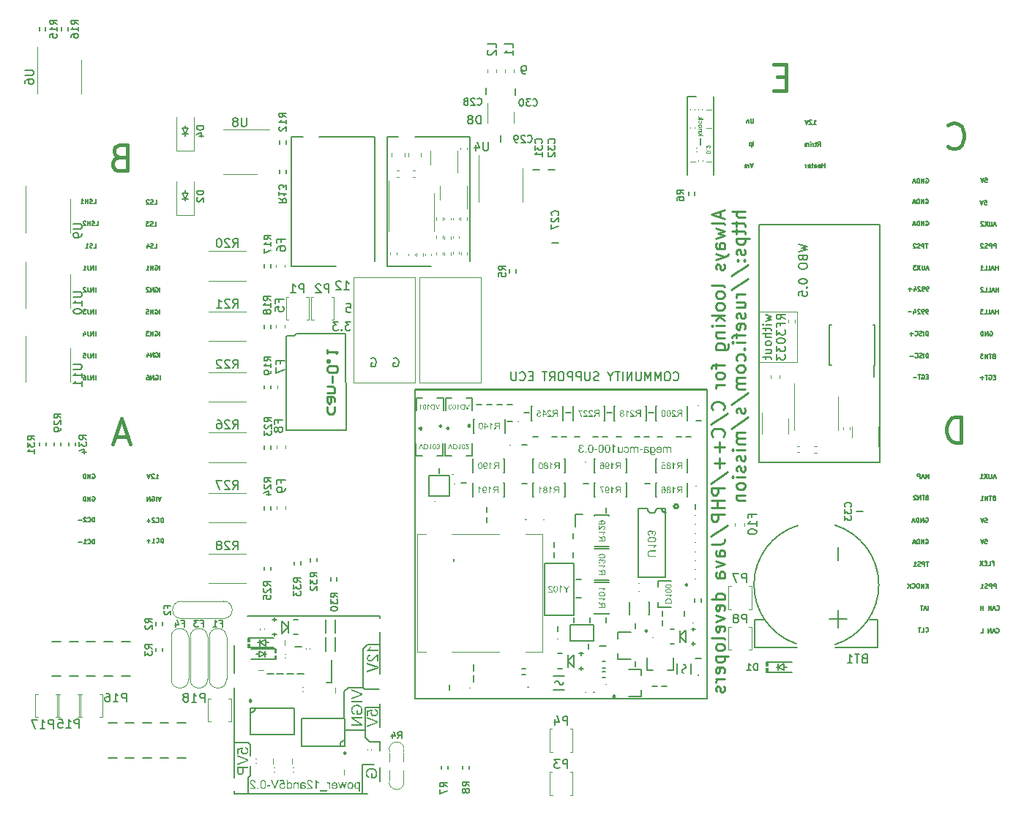
<source format=gbo>
G75*
G70*
%OFA0B0*%
%FSLAX25Y25*%
%IPPOS*%
%LPD*%
%AMOC8*
5,1,8,0,0,1.08239X$1,22.5*
%
%ADD10C,0.00787*%
%ADD131C,0.01000*%
%ADD228C,0.00300*%
%ADD77C,0.00591*%
%ADD78C,0.00472*%
%ADD82C,0.00500*%
%ADD83C,0.01772*%
%ADD84C,0.00669*%
%ADD85C,0.00984*%
%ADD87C,0.00800*%
%ADD90C,0.00390*%
%ADD98C,0.00394*%
X0000000Y0000000D02*
%LPD*%
G01*
D82*
X0441370Y0215885D02*
X0441561Y0215980D01*
X0441561Y0215980D02*
X0441846Y0215980D01*
X0441846Y0215980D02*
X0442132Y0215885D01*
X0442132Y0215885D02*
X0442323Y0215694D01*
X0442323Y0215694D02*
X0442418Y0215504D01*
X0442418Y0215504D02*
X0442513Y0215123D01*
X0442513Y0215123D02*
X0442513Y0214837D01*
X0442513Y0214837D02*
X0442418Y0214456D01*
X0442418Y0214456D02*
X0442323Y0214266D01*
X0442323Y0214266D02*
X0442132Y0214075D01*
X0442132Y0214075D02*
X0441846Y0213980D01*
X0441846Y0213980D02*
X0441656Y0213980D01*
X0441656Y0213980D02*
X0441370Y0214075D01*
X0441370Y0214075D02*
X0441275Y0214170D01*
X0441275Y0214170D02*
X0441275Y0214837D01*
X0441275Y0214837D02*
X0441656Y0214837D01*
X0440418Y0213980D02*
X0440418Y0215980D01*
X0440418Y0215980D02*
X0439275Y0213980D01*
X0439275Y0213980D02*
X0439275Y0215980D01*
X0438323Y0213980D02*
X0438323Y0215980D01*
X0438323Y0215980D02*
X0437846Y0215980D01*
X0437846Y0215980D02*
X0437561Y0215885D01*
X0437561Y0215885D02*
X0437370Y0215694D01*
X0437370Y0215694D02*
X0437275Y0215504D01*
X0437275Y0215504D02*
X0437180Y0215123D01*
X0437180Y0215123D02*
X0437180Y0214837D01*
X0437180Y0214837D02*
X0437275Y0214456D01*
X0437275Y0214456D02*
X0437370Y0214266D01*
X0437370Y0214266D02*
X0437561Y0214075D01*
X0437561Y0214075D02*
X0437846Y0213980D01*
X0437846Y0213980D02*
X0438323Y0213980D01*
X0445146Y0223880D02*
X0445146Y0225880D01*
X0445146Y0224928D02*
X0444004Y0224928D01*
X0444004Y0223880D02*
X0444004Y0225880D01*
X0443146Y0224451D02*
X0442194Y0224451D01*
X0443337Y0223880D02*
X0442670Y0225880D01*
X0442670Y0225880D02*
X0442004Y0223880D01*
X0440385Y0223880D02*
X0441337Y0223880D01*
X0441337Y0223880D02*
X0441337Y0225880D01*
X0438766Y0223880D02*
X0439718Y0223880D01*
X0439718Y0223880D02*
X0439718Y0225880D01*
X0438289Y0225880D02*
X0437051Y0225880D01*
X0437051Y0225880D02*
X0437718Y0225118D01*
X0437718Y0225118D02*
X0437432Y0225118D01*
X0437432Y0225118D02*
X0437242Y0225023D01*
X0437242Y0225023D02*
X0437146Y0224928D01*
X0437146Y0224928D02*
X0437051Y0224737D01*
X0437051Y0224737D02*
X0437051Y0224261D01*
X0437051Y0224261D02*
X0437146Y0224070D01*
X0437146Y0224070D02*
X0437242Y0223975D01*
X0437242Y0223975D02*
X0437432Y0223880D01*
X0437432Y0223880D02*
X0438004Y0223880D01*
X0438004Y0223880D02*
X0438194Y0223975D01*
X0438194Y0223975D02*
X0438289Y0224070D01*
X0064864Y0128980D02*
X0064864Y0130980D01*
X0064864Y0130980D02*
X0064388Y0130980D01*
X0064388Y0130980D02*
X0064102Y0130885D01*
X0064102Y0130885D02*
X0063912Y0130694D01*
X0063912Y0130694D02*
X0063816Y0130504D01*
X0063816Y0130504D02*
X0063721Y0130123D01*
X0063721Y0130123D02*
X0063721Y0129837D01*
X0063721Y0129837D02*
X0063816Y0129456D01*
X0063816Y0129456D02*
X0063912Y0129266D01*
X0063912Y0129266D02*
X0064102Y0129075D01*
X0064102Y0129075D02*
X0064388Y0128980D01*
X0064388Y0128980D02*
X0064864Y0128980D01*
X0061721Y0129170D02*
X0061816Y0129075D01*
X0061816Y0129075D02*
X0062102Y0128980D01*
X0062102Y0128980D02*
X0062292Y0128980D01*
X0062292Y0128980D02*
X0062578Y0129075D01*
X0062578Y0129075D02*
X0062769Y0129266D01*
X0062769Y0129266D02*
X0062864Y0129456D01*
X0062864Y0129456D02*
X0062959Y0129837D01*
X0062959Y0129837D02*
X0062959Y0130123D01*
X0062959Y0130123D02*
X0062864Y0130504D01*
X0062864Y0130504D02*
X0062769Y0130694D01*
X0062769Y0130694D02*
X0062578Y0130885D01*
X0062578Y0130885D02*
X0062292Y0130980D01*
X0062292Y0130980D02*
X0062102Y0130980D01*
X0062102Y0130980D02*
X0061816Y0130885D01*
X0061816Y0130885D02*
X0061721Y0130790D01*
X0060959Y0130790D02*
X0060864Y0130885D01*
X0060864Y0130885D02*
X0060673Y0130980D01*
X0060673Y0130980D02*
X0060197Y0130980D01*
X0060197Y0130980D02*
X0060007Y0130885D01*
X0060007Y0130885D02*
X0059912Y0130790D01*
X0059912Y0130790D02*
X0059816Y0130599D01*
X0059816Y0130599D02*
X0059816Y0130409D01*
X0059816Y0130409D02*
X0059912Y0130123D01*
X0059912Y0130123D02*
X0061054Y0128980D01*
X0061054Y0128980D02*
X0059816Y0128980D01*
X0058959Y0129742D02*
X0057435Y0129742D01*
X0058197Y0128980D02*
X0058197Y0130504D01*
X0034112Y0234080D02*
X0034112Y0236080D01*
X0033159Y0234080D02*
X0033159Y0236080D01*
X0033159Y0236080D02*
X0032016Y0234080D01*
X0032016Y0234080D02*
X0032016Y0236080D01*
X0030492Y0236080D02*
X0030492Y0234651D01*
X0030492Y0234651D02*
X0030588Y0234366D01*
X0030588Y0234366D02*
X0030778Y0234175D01*
X0030778Y0234175D02*
X0031064Y0234080D01*
X0031064Y0234080D02*
X0031254Y0234080D01*
X0029635Y0235890D02*
X0029540Y0235985D01*
X0029540Y0235985D02*
X0029350Y0236080D01*
X0029350Y0236080D02*
X0028873Y0236080D01*
X0028873Y0236080D02*
X0028683Y0235985D01*
X0028683Y0235985D02*
X0028588Y0235890D01*
X0028588Y0235890D02*
X0028492Y0235699D01*
X0028492Y0235699D02*
X0028492Y0235509D01*
X0028492Y0235509D02*
X0028588Y0235223D01*
X0028588Y0235223D02*
X0029731Y0234080D01*
X0029731Y0234080D02*
X0028492Y0234080D01*
X0413240Y0214080D02*
X0413240Y0216080D01*
X0413240Y0216080D02*
X0412764Y0216080D01*
X0412764Y0216080D02*
X0412478Y0215985D01*
X0412478Y0215985D02*
X0412288Y0215794D01*
X0412288Y0215794D02*
X0412192Y0215604D01*
X0412192Y0215604D02*
X0412097Y0215223D01*
X0412097Y0215223D02*
X0412097Y0214937D01*
X0412097Y0214937D02*
X0412192Y0214556D01*
X0412192Y0214556D02*
X0412288Y0214366D01*
X0412288Y0214366D02*
X0412478Y0214175D01*
X0412478Y0214175D02*
X0412764Y0214080D01*
X0412764Y0214080D02*
X0413240Y0214080D01*
X0411240Y0214080D02*
X0411240Y0216080D01*
X0410383Y0214175D02*
X0410097Y0214080D01*
X0410097Y0214080D02*
X0409621Y0214080D01*
X0409621Y0214080D02*
X0409431Y0214175D01*
X0409431Y0214175D02*
X0409335Y0214270D01*
X0409335Y0214270D02*
X0409240Y0214461D01*
X0409240Y0214461D02*
X0409240Y0214651D01*
X0409240Y0214651D02*
X0409335Y0214842D01*
X0409335Y0214842D02*
X0409431Y0214937D01*
X0409431Y0214937D02*
X0409621Y0215032D01*
X0409621Y0215032D02*
X0410002Y0215128D01*
X0410002Y0215128D02*
X0410192Y0215223D01*
X0410192Y0215223D02*
X0410288Y0215318D01*
X0410288Y0215318D02*
X0410383Y0215509D01*
X0410383Y0215509D02*
X0410383Y0215699D01*
X0410383Y0215699D02*
X0410288Y0215890D01*
X0410288Y0215890D02*
X0410192Y0215985D01*
X0410192Y0215985D02*
X0410002Y0216080D01*
X0410002Y0216080D02*
X0409526Y0216080D01*
X0409526Y0216080D02*
X0409240Y0215985D01*
X0407240Y0214270D02*
X0407335Y0214175D01*
X0407335Y0214175D02*
X0407621Y0214080D01*
X0407621Y0214080D02*
X0407812Y0214080D01*
X0407812Y0214080D02*
X0408097Y0214175D01*
X0408097Y0214175D02*
X0408288Y0214366D01*
X0408288Y0214366D02*
X0408383Y0214556D01*
X0408383Y0214556D02*
X0408478Y0214937D01*
X0408478Y0214937D02*
X0408478Y0215223D01*
X0408478Y0215223D02*
X0408383Y0215604D01*
X0408383Y0215604D02*
X0408288Y0215794D01*
X0408288Y0215794D02*
X0408097Y0215985D01*
X0408097Y0215985D02*
X0407812Y0216080D01*
X0407812Y0216080D02*
X0407621Y0216080D01*
X0407621Y0216080D02*
X0407335Y0215985D01*
X0407335Y0215985D02*
X0407240Y0215890D01*
X0406383Y0214842D02*
X0404859Y0214842D01*
X0405621Y0214080D02*
X0405621Y0215604D01*
X0412231Y0266085D02*
X0412421Y0266180D01*
X0412421Y0266180D02*
X0412707Y0266180D01*
X0412707Y0266180D02*
X0412992Y0266085D01*
X0412992Y0266085D02*
X0413183Y0265894D01*
X0413183Y0265894D02*
X0413278Y0265704D01*
X0413278Y0265704D02*
X0413373Y0265323D01*
X0413373Y0265323D02*
X0413373Y0265037D01*
X0413373Y0265037D02*
X0413278Y0264656D01*
X0413278Y0264656D02*
X0413183Y0264466D01*
X0413183Y0264466D02*
X0412992Y0264275D01*
X0412992Y0264275D02*
X0412707Y0264180D01*
X0412707Y0264180D02*
X0412516Y0264180D01*
X0412516Y0264180D02*
X0412231Y0264275D01*
X0412231Y0264275D02*
X0412135Y0264370D01*
X0412135Y0264370D02*
X0412135Y0265037D01*
X0412135Y0265037D02*
X0412516Y0265037D01*
X0411278Y0264180D02*
X0411278Y0266180D01*
X0411278Y0266180D02*
X0410135Y0264180D01*
X0410135Y0264180D02*
X0410135Y0266180D01*
X0409183Y0264180D02*
X0409183Y0266180D01*
X0409183Y0266180D02*
X0408707Y0266180D01*
X0408707Y0266180D02*
X0408421Y0266085D01*
X0408421Y0266085D02*
X0408231Y0265894D01*
X0408231Y0265894D02*
X0408135Y0265704D01*
X0408135Y0265704D02*
X0408040Y0265323D01*
X0408040Y0265323D02*
X0408040Y0265037D01*
X0408040Y0265037D02*
X0408135Y0264656D01*
X0408135Y0264656D02*
X0408231Y0264466D01*
X0408231Y0264466D02*
X0408421Y0264275D01*
X0408421Y0264275D02*
X0408707Y0264180D01*
X0408707Y0264180D02*
X0409183Y0264180D01*
X0407278Y0264751D02*
X0406326Y0264751D01*
X0407469Y0264180D02*
X0406802Y0266180D01*
X0406802Y0266180D02*
X0406135Y0264180D01*
X0439027Y0285880D02*
X0439980Y0285880D01*
X0439980Y0285880D02*
X0440075Y0284928D01*
X0440075Y0284928D02*
X0439980Y0285023D01*
X0439980Y0285023D02*
X0439789Y0285118D01*
X0439789Y0285118D02*
X0439313Y0285118D01*
X0439313Y0285118D02*
X0439123Y0285023D01*
X0439123Y0285023D02*
X0439027Y0284928D01*
X0439027Y0284928D02*
X0438932Y0284737D01*
X0438932Y0284737D02*
X0438932Y0284261D01*
X0438932Y0284261D02*
X0439027Y0284070D01*
X0439027Y0284070D02*
X0439123Y0283975D01*
X0439123Y0283975D02*
X0439313Y0283880D01*
X0439313Y0283880D02*
X0439789Y0283880D01*
X0439789Y0283880D02*
X0439980Y0283975D01*
X0439980Y0283975D02*
X0440075Y0284070D01*
X0438361Y0285880D02*
X0437694Y0283880D01*
X0437694Y0283880D02*
X0437027Y0285880D01*
X0413340Y0203980D02*
X0413340Y0205980D01*
X0413340Y0205980D02*
X0412864Y0205980D01*
X0412864Y0205980D02*
X0412578Y0205885D01*
X0412578Y0205885D02*
X0412388Y0205694D01*
X0412388Y0205694D02*
X0412292Y0205504D01*
X0412292Y0205504D02*
X0412197Y0205123D01*
X0412197Y0205123D02*
X0412197Y0204837D01*
X0412197Y0204837D02*
X0412292Y0204456D01*
X0412292Y0204456D02*
X0412388Y0204266D01*
X0412388Y0204266D02*
X0412578Y0204075D01*
X0412578Y0204075D02*
X0412864Y0203980D01*
X0412864Y0203980D02*
X0413340Y0203980D01*
X0411340Y0203980D02*
X0411340Y0205980D01*
X0410483Y0204075D02*
X0410197Y0203980D01*
X0410197Y0203980D02*
X0409721Y0203980D01*
X0409721Y0203980D02*
X0409531Y0204075D01*
X0409531Y0204075D02*
X0409435Y0204170D01*
X0409435Y0204170D02*
X0409340Y0204361D01*
X0409340Y0204361D02*
X0409340Y0204551D01*
X0409340Y0204551D02*
X0409435Y0204742D01*
X0409435Y0204742D02*
X0409531Y0204837D01*
X0409531Y0204837D02*
X0409721Y0204932D01*
X0409721Y0204932D02*
X0410102Y0205028D01*
X0410102Y0205028D02*
X0410292Y0205123D01*
X0410292Y0205123D02*
X0410388Y0205218D01*
X0410388Y0205218D02*
X0410483Y0205409D01*
X0410483Y0205409D02*
X0410483Y0205599D01*
X0410483Y0205599D02*
X0410388Y0205790D01*
X0410388Y0205790D02*
X0410292Y0205885D01*
X0410292Y0205885D02*
X0410102Y0205980D01*
X0410102Y0205980D02*
X0409626Y0205980D01*
X0409626Y0205980D02*
X0409340Y0205885D01*
X0407340Y0204170D02*
X0407435Y0204075D01*
X0407435Y0204075D02*
X0407721Y0203980D01*
X0407721Y0203980D02*
X0407912Y0203980D01*
X0407912Y0203980D02*
X0408197Y0204075D01*
X0408197Y0204075D02*
X0408388Y0204266D01*
X0408388Y0204266D02*
X0408483Y0204456D01*
X0408483Y0204456D02*
X0408578Y0204837D01*
X0408578Y0204837D02*
X0408578Y0205123D01*
X0408578Y0205123D02*
X0408483Y0205504D01*
X0408483Y0205504D02*
X0408388Y0205694D01*
X0408388Y0205694D02*
X0408197Y0205885D01*
X0408197Y0205885D02*
X0407912Y0205980D01*
X0407912Y0205980D02*
X0407721Y0205980D01*
X0407721Y0205980D02*
X0407435Y0205885D01*
X0407435Y0205885D02*
X0407340Y0205790D01*
X0406483Y0204742D02*
X0404959Y0204742D01*
D77*
X0150187Y0220315D02*
X0147750Y0220315D01*
X0147750Y0220315D02*
X0149063Y0218815D01*
X0149063Y0218815D02*
X0148500Y0218815D01*
X0148500Y0218815D02*
X0148125Y0218627D01*
X0148125Y0218627D02*
X0147938Y0218440D01*
X0147938Y0218440D02*
X0147750Y0218065D01*
X0147750Y0218065D02*
X0147750Y0217128D01*
X0147750Y0217128D02*
X0147938Y0216753D01*
X0147938Y0216753D02*
X0148125Y0216565D01*
X0148125Y0216565D02*
X0148500Y0216378D01*
X0148500Y0216378D02*
X0149625Y0216378D01*
X0149625Y0216378D02*
X0150000Y0216565D01*
X0150000Y0216565D02*
X0150187Y0216753D01*
X0146063Y0216753D02*
X0145876Y0216565D01*
X0145876Y0216565D02*
X0146063Y0216378D01*
X0146063Y0216378D02*
X0146250Y0216565D01*
X0146250Y0216565D02*
X0146063Y0216753D01*
X0146063Y0216753D02*
X0146063Y0216378D01*
X0144563Y0220315D02*
X0142126Y0220315D01*
X0142126Y0220315D02*
X0143438Y0218815D01*
X0143438Y0218815D02*
X0142876Y0218815D01*
X0142876Y0218815D02*
X0142501Y0218627D01*
X0142501Y0218627D02*
X0142313Y0218440D01*
X0142313Y0218440D02*
X0142126Y0218065D01*
X0142126Y0218065D02*
X0142126Y0217128D01*
X0142126Y0217128D02*
X0142313Y0216753D01*
X0142313Y0216753D02*
X0142501Y0216565D01*
X0142501Y0216565D02*
X0142876Y0216378D01*
X0142876Y0216378D02*
X0144001Y0216378D01*
X0144001Y0216378D02*
X0144376Y0216565D01*
X0144376Y0216565D02*
X0144563Y0216753D01*
D82*
X0032573Y0150785D02*
X0032764Y0150880D01*
X0032764Y0150880D02*
X0033050Y0150880D01*
X0033050Y0150880D02*
X0033335Y0150785D01*
X0033335Y0150785D02*
X0033526Y0150594D01*
X0033526Y0150594D02*
X0033621Y0150404D01*
X0033621Y0150404D02*
X0033716Y0150023D01*
X0033716Y0150023D02*
X0033716Y0149737D01*
X0033716Y0149737D02*
X0033621Y0149356D01*
X0033621Y0149356D02*
X0033526Y0149166D01*
X0033526Y0149166D02*
X0033335Y0148975D01*
X0033335Y0148975D02*
X0033050Y0148880D01*
X0033050Y0148880D02*
X0032859Y0148880D01*
X0032859Y0148880D02*
X0032573Y0148975D01*
X0032573Y0148975D02*
X0032478Y0149070D01*
X0032478Y0149070D02*
X0032478Y0149737D01*
X0032478Y0149737D02*
X0032859Y0149737D01*
X0031621Y0148880D02*
X0031621Y0150880D01*
X0031621Y0150880D02*
X0030478Y0148880D01*
X0030478Y0148880D02*
X0030478Y0150880D01*
X0029526Y0148880D02*
X0029526Y0150880D01*
X0029526Y0150880D02*
X0029050Y0150880D01*
X0029050Y0150880D02*
X0028764Y0150785D01*
X0028764Y0150785D02*
X0028573Y0150594D01*
X0028573Y0150594D02*
X0028478Y0150404D01*
X0028478Y0150404D02*
X0028383Y0150023D01*
X0028383Y0150023D02*
X0028383Y0149737D01*
X0028383Y0149737D02*
X0028478Y0149356D01*
X0028478Y0149356D02*
X0028573Y0149166D01*
X0028573Y0149166D02*
X0028764Y0148975D01*
X0028764Y0148975D02*
X0029050Y0148880D01*
X0029050Y0148880D02*
X0029526Y0148880D01*
X0060835Y0253980D02*
X0061788Y0253980D01*
X0061788Y0253980D02*
X0061788Y0255980D01*
X0060264Y0254075D02*
X0059978Y0253980D01*
X0059978Y0253980D02*
X0059502Y0253980D01*
X0059502Y0253980D02*
X0059312Y0254075D01*
X0059312Y0254075D02*
X0059216Y0254170D01*
X0059216Y0254170D02*
X0059121Y0254361D01*
X0059121Y0254361D02*
X0059121Y0254551D01*
X0059121Y0254551D02*
X0059216Y0254742D01*
X0059216Y0254742D02*
X0059312Y0254837D01*
X0059312Y0254837D02*
X0059502Y0254932D01*
X0059502Y0254932D02*
X0059883Y0255028D01*
X0059883Y0255028D02*
X0060073Y0255123D01*
X0060073Y0255123D02*
X0060169Y0255218D01*
X0060169Y0255218D02*
X0060264Y0255409D01*
X0060264Y0255409D02*
X0060264Y0255599D01*
X0060264Y0255599D02*
X0060169Y0255790D01*
X0060169Y0255790D02*
X0060073Y0255885D01*
X0060073Y0255885D02*
X0059883Y0255980D01*
X0059883Y0255980D02*
X0059407Y0255980D01*
X0059407Y0255980D02*
X0059121Y0255885D01*
X0057407Y0255313D02*
X0057407Y0253980D01*
X0057883Y0256075D02*
X0058359Y0254647D01*
X0058359Y0254647D02*
X0057121Y0254647D01*
X0443169Y0140128D02*
X0442883Y0140032D01*
X0442883Y0140032D02*
X0442788Y0139937D01*
X0442788Y0139937D02*
X0442692Y0139747D01*
X0442692Y0139747D02*
X0442692Y0139461D01*
X0442692Y0139461D02*
X0442788Y0139270D01*
X0442788Y0139270D02*
X0442883Y0139175D01*
X0442883Y0139175D02*
X0443073Y0139080D01*
X0443073Y0139080D02*
X0443835Y0139080D01*
X0443835Y0139080D02*
X0443835Y0141080D01*
X0443835Y0141080D02*
X0443169Y0141080D01*
X0443169Y0141080D02*
X0442978Y0140985D01*
X0442978Y0140985D02*
X0442883Y0140890D01*
X0442883Y0140890D02*
X0442788Y0140699D01*
X0442788Y0140699D02*
X0442788Y0140509D01*
X0442788Y0140509D02*
X0442883Y0140318D01*
X0442883Y0140318D02*
X0442978Y0140223D01*
X0442978Y0140223D02*
X0443169Y0140128D01*
X0443169Y0140128D02*
X0443835Y0140128D01*
X0442121Y0141080D02*
X0440978Y0141080D01*
X0441550Y0139080D02*
X0441550Y0141080D01*
X0440312Y0139080D02*
X0440312Y0141080D01*
X0440312Y0141080D02*
X0439169Y0139080D01*
X0439169Y0139080D02*
X0439169Y0141080D01*
X0437169Y0139080D02*
X0438312Y0139080D01*
X0437740Y0139080D02*
X0437740Y0141080D01*
X0437740Y0141080D02*
X0437931Y0140794D01*
X0437931Y0140794D02*
X0438121Y0140604D01*
X0438121Y0140604D02*
X0438312Y0140509D01*
X0032573Y0140585D02*
X0032764Y0140680D01*
X0032764Y0140680D02*
X0033050Y0140680D01*
X0033050Y0140680D02*
X0033335Y0140585D01*
X0033335Y0140585D02*
X0033526Y0140394D01*
X0033526Y0140394D02*
X0033621Y0140204D01*
X0033621Y0140204D02*
X0033716Y0139823D01*
X0033716Y0139823D02*
X0033716Y0139537D01*
X0033716Y0139537D02*
X0033621Y0139156D01*
X0033621Y0139156D02*
X0033526Y0138966D01*
X0033526Y0138966D02*
X0033335Y0138775D01*
X0033335Y0138775D02*
X0033050Y0138680D01*
X0033050Y0138680D02*
X0032859Y0138680D01*
X0032859Y0138680D02*
X0032573Y0138775D01*
X0032573Y0138775D02*
X0032478Y0138870D01*
X0032478Y0138870D02*
X0032478Y0139537D01*
X0032478Y0139537D02*
X0032859Y0139537D01*
X0031621Y0138680D02*
X0031621Y0140680D01*
X0031621Y0140680D02*
X0030478Y0138680D01*
X0030478Y0138680D02*
X0030478Y0140680D01*
X0029526Y0138680D02*
X0029526Y0140680D01*
X0029526Y0140680D02*
X0029050Y0140680D01*
X0029050Y0140680D02*
X0028764Y0140585D01*
X0028764Y0140585D02*
X0028573Y0140394D01*
X0028573Y0140394D02*
X0028478Y0140204D01*
X0028478Y0140204D02*
X0028383Y0139823D01*
X0028383Y0139823D02*
X0028383Y0139537D01*
X0028383Y0139537D02*
X0028478Y0139156D01*
X0028478Y0139156D02*
X0028573Y0138966D01*
X0028573Y0138966D02*
X0028764Y0138775D01*
X0028764Y0138775D02*
X0029050Y0138680D01*
X0029050Y0138680D02*
X0029526Y0138680D01*
X0413126Y0224080D02*
X0412745Y0224080D01*
X0412745Y0224080D02*
X0412554Y0224175D01*
X0412554Y0224175D02*
X0412459Y0224270D01*
X0412459Y0224270D02*
X0412269Y0224556D01*
X0412269Y0224556D02*
X0412173Y0224937D01*
X0412173Y0224937D02*
X0412173Y0225699D01*
X0412173Y0225699D02*
X0412269Y0225890D01*
X0412269Y0225890D02*
X0412364Y0225985D01*
X0412364Y0225985D02*
X0412554Y0226080D01*
X0412554Y0226080D02*
X0412935Y0226080D01*
X0412935Y0226080D02*
X0413126Y0225985D01*
X0413126Y0225985D02*
X0413221Y0225890D01*
X0413221Y0225890D02*
X0413316Y0225699D01*
X0413316Y0225699D02*
X0413316Y0225223D01*
X0413316Y0225223D02*
X0413221Y0225032D01*
X0413221Y0225032D02*
X0413126Y0224937D01*
X0413126Y0224937D02*
X0412935Y0224842D01*
X0412935Y0224842D02*
X0412554Y0224842D01*
X0412554Y0224842D02*
X0412364Y0224937D01*
X0412364Y0224937D02*
X0412269Y0225032D01*
X0412269Y0225032D02*
X0412173Y0225223D01*
X0411221Y0224080D02*
X0410840Y0224080D01*
X0410840Y0224080D02*
X0410650Y0224175D01*
X0410650Y0224175D02*
X0410554Y0224270D01*
X0410554Y0224270D02*
X0410364Y0224556D01*
X0410364Y0224556D02*
X0410269Y0224937D01*
X0410269Y0224937D02*
X0410269Y0225699D01*
X0410269Y0225699D02*
X0410364Y0225890D01*
X0410364Y0225890D02*
X0410459Y0225985D01*
X0410459Y0225985D02*
X0410650Y0226080D01*
X0410650Y0226080D02*
X0411031Y0226080D01*
X0411031Y0226080D02*
X0411221Y0225985D01*
X0411221Y0225985D02*
X0411316Y0225890D01*
X0411316Y0225890D02*
X0411412Y0225699D01*
X0411412Y0225699D02*
X0411412Y0225223D01*
X0411412Y0225223D02*
X0411316Y0225032D01*
X0411316Y0225032D02*
X0411221Y0224937D01*
X0411221Y0224937D02*
X0411031Y0224842D01*
X0411031Y0224842D02*
X0410650Y0224842D01*
X0410650Y0224842D02*
X0410459Y0224937D01*
X0410459Y0224937D02*
X0410364Y0225032D01*
X0410364Y0225032D02*
X0410269Y0225223D01*
X0409507Y0225890D02*
X0409412Y0225985D01*
X0409412Y0225985D02*
X0409221Y0226080D01*
X0409221Y0226080D02*
X0408745Y0226080D01*
X0408745Y0226080D02*
X0408554Y0225985D01*
X0408554Y0225985D02*
X0408459Y0225890D01*
X0408459Y0225890D02*
X0408364Y0225699D01*
X0408364Y0225699D02*
X0408364Y0225509D01*
X0408364Y0225509D02*
X0408459Y0225223D01*
X0408459Y0225223D02*
X0409602Y0224080D01*
X0409602Y0224080D02*
X0408364Y0224080D01*
X0406650Y0225413D02*
X0406650Y0224080D01*
X0407126Y0226175D02*
X0407602Y0224747D01*
X0407602Y0224747D02*
X0406364Y0224747D01*
X0405602Y0224842D02*
X0404078Y0224842D01*
X0445146Y0243880D02*
X0445146Y0245880D01*
X0445146Y0244928D02*
X0444004Y0244928D01*
X0444004Y0243880D02*
X0444004Y0245880D01*
X0443146Y0244451D02*
X0442194Y0244451D01*
X0443337Y0243880D02*
X0442670Y0245880D01*
X0442670Y0245880D02*
X0442004Y0243880D01*
X0440385Y0243880D02*
X0441337Y0243880D01*
X0441337Y0243880D02*
X0441337Y0245880D01*
X0438766Y0243880D02*
X0439718Y0243880D01*
X0439718Y0243880D02*
X0439718Y0245880D01*
X0437051Y0243880D02*
X0438194Y0243880D01*
X0437623Y0243880D02*
X0437623Y0245880D01*
X0437623Y0245880D02*
X0437813Y0245594D01*
X0437813Y0245594D02*
X0438004Y0245404D01*
X0438004Y0245404D02*
X0438194Y0245309D01*
D83*
X0044706Y0295294D02*
X0043019Y0294732D01*
X0043019Y0294732D02*
X0042456Y0294169D01*
X0042456Y0294169D02*
X0041894Y0293044D01*
X0041894Y0293044D02*
X0041894Y0291357D01*
X0041894Y0291357D02*
X0042456Y0290232D01*
X0042456Y0290232D02*
X0043019Y0289670D01*
X0043019Y0289670D02*
X0044144Y0289107D01*
X0044144Y0289107D02*
X0048643Y0289107D01*
X0048643Y0289107D02*
X0048643Y0300918D01*
X0048643Y0300918D02*
X0044706Y0300918D01*
X0044706Y0300918D02*
X0043581Y0300356D01*
X0043581Y0300356D02*
X0043019Y0299794D01*
X0043019Y0299794D02*
X0042456Y0298669D01*
X0042456Y0298669D02*
X0042456Y0297544D01*
X0042456Y0297544D02*
X0043019Y0296419D01*
X0043019Y0296419D02*
X0043581Y0295857D01*
X0043581Y0295857D02*
X0044706Y0295294D01*
X0044706Y0295294D02*
X0048643Y0295294D01*
D82*
X0366131Y0290480D02*
X0366131Y0292480D01*
X0366131Y0291528D02*
X0364988Y0291528D01*
X0364988Y0290480D02*
X0364988Y0292480D01*
X0363273Y0290575D02*
X0363464Y0290480D01*
X0363464Y0290480D02*
X0363845Y0290480D01*
X0363845Y0290480D02*
X0364035Y0290575D01*
X0364035Y0290575D02*
X0364131Y0290766D01*
X0364131Y0290766D02*
X0364131Y0291528D01*
X0364131Y0291528D02*
X0364035Y0291718D01*
X0364035Y0291718D02*
X0363845Y0291813D01*
X0363845Y0291813D02*
X0363464Y0291813D01*
X0363464Y0291813D02*
X0363273Y0291718D01*
X0363273Y0291718D02*
X0363178Y0291528D01*
X0363178Y0291528D02*
X0363178Y0291337D01*
X0363178Y0291337D02*
X0364131Y0291147D01*
X0361464Y0290480D02*
X0361464Y0291528D01*
X0361464Y0291528D02*
X0361559Y0291718D01*
X0361559Y0291718D02*
X0361750Y0291813D01*
X0361750Y0291813D02*
X0362131Y0291813D01*
X0362131Y0291813D02*
X0362321Y0291718D01*
X0361464Y0290575D02*
X0361654Y0290480D01*
X0361654Y0290480D02*
X0362131Y0290480D01*
X0362131Y0290480D02*
X0362321Y0290575D01*
X0362321Y0290575D02*
X0362416Y0290766D01*
X0362416Y0290766D02*
X0362416Y0290956D01*
X0362416Y0290956D02*
X0362321Y0291147D01*
X0362321Y0291147D02*
X0362131Y0291242D01*
X0362131Y0291242D02*
X0361654Y0291242D01*
X0361654Y0291242D02*
X0361464Y0291337D01*
X0360797Y0291813D02*
X0360035Y0291813D01*
X0360512Y0292480D02*
X0360512Y0290766D01*
X0360512Y0290766D02*
X0360416Y0290575D01*
X0360416Y0290575D02*
X0360226Y0290480D01*
X0360226Y0290480D02*
X0360035Y0290480D01*
X0358607Y0290575D02*
X0358797Y0290480D01*
X0358797Y0290480D02*
X0359178Y0290480D01*
X0359178Y0290480D02*
X0359369Y0290575D01*
X0359369Y0290575D02*
X0359464Y0290766D01*
X0359464Y0290766D02*
X0359464Y0291528D01*
X0359464Y0291528D02*
X0359369Y0291718D01*
X0359369Y0291718D02*
X0359178Y0291813D01*
X0359178Y0291813D02*
X0358797Y0291813D01*
X0358797Y0291813D02*
X0358607Y0291718D01*
X0358607Y0291718D02*
X0358512Y0291528D01*
X0358512Y0291528D02*
X0358512Y0291337D01*
X0358512Y0291337D02*
X0359464Y0291147D01*
X0357654Y0290480D02*
X0357654Y0291813D01*
X0357654Y0291432D02*
X0357559Y0291623D01*
X0357559Y0291623D02*
X0357464Y0291718D01*
X0357464Y0291718D02*
X0357273Y0291813D01*
X0357273Y0291813D02*
X0357083Y0291813D01*
X0060735Y0263980D02*
X0061688Y0263980D01*
X0061688Y0263980D02*
X0061688Y0265980D01*
X0060164Y0264075D02*
X0059878Y0263980D01*
X0059878Y0263980D02*
X0059402Y0263980D01*
X0059402Y0263980D02*
X0059212Y0264075D01*
X0059212Y0264075D02*
X0059116Y0264170D01*
X0059116Y0264170D02*
X0059021Y0264361D01*
X0059021Y0264361D02*
X0059021Y0264551D01*
X0059021Y0264551D02*
X0059116Y0264742D01*
X0059116Y0264742D02*
X0059212Y0264837D01*
X0059212Y0264837D02*
X0059402Y0264932D01*
X0059402Y0264932D02*
X0059783Y0265028D01*
X0059783Y0265028D02*
X0059973Y0265123D01*
X0059973Y0265123D02*
X0060069Y0265218D01*
X0060069Y0265218D02*
X0060164Y0265409D01*
X0060164Y0265409D02*
X0060164Y0265599D01*
X0060164Y0265599D02*
X0060069Y0265790D01*
X0060069Y0265790D02*
X0059973Y0265885D01*
X0059973Y0265885D02*
X0059783Y0265980D01*
X0059783Y0265980D02*
X0059307Y0265980D01*
X0059307Y0265980D02*
X0059021Y0265885D01*
X0058354Y0265980D02*
X0057116Y0265980D01*
X0057116Y0265980D02*
X0057783Y0265218D01*
X0057783Y0265218D02*
X0057497Y0265218D01*
X0057497Y0265218D02*
X0057307Y0265123D01*
X0057307Y0265123D02*
X0057212Y0265028D01*
X0057212Y0265028D02*
X0057116Y0264837D01*
X0057116Y0264837D02*
X0057116Y0264361D01*
X0057116Y0264361D02*
X0057212Y0264170D01*
X0057212Y0264170D02*
X0057307Y0264075D01*
X0057307Y0264075D02*
X0057497Y0263980D01*
X0057497Y0263980D02*
X0058069Y0263980D01*
X0058069Y0263980D02*
X0058259Y0264075D01*
X0058259Y0264075D02*
X0058354Y0264170D01*
X0439031Y0121280D02*
X0439983Y0121280D01*
X0439983Y0121280D02*
X0440078Y0120328D01*
X0440078Y0120328D02*
X0439983Y0120423D01*
X0439983Y0120423D02*
X0439792Y0120518D01*
X0439792Y0120518D02*
X0439316Y0120518D01*
X0439316Y0120518D02*
X0439126Y0120423D01*
X0439126Y0120423D02*
X0439031Y0120328D01*
X0439031Y0120328D02*
X0438935Y0120137D01*
X0438935Y0120137D02*
X0438935Y0119661D01*
X0438935Y0119661D02*
X0439031Y0119470D01*
X0439031Y0119470D02*
X0439126Y0119375D01*
X0439126Y0119375D02*
X0439316Y0119280D01*
X0439316Y0119280D02*
X0439792Y0119280D01*
X0439792Y0119280D02*
X0439983Y0119375D01*
X0439983Y0119375D02*
X0440078Y0119470D01*
X0438364Y0121280D02*
X0437697Y0119280D01*
X0437697Y0119280D02*
X0437031Y0121280D01*
D85*
X0318681Y0270727D02*
X0318681Y0267914D01*
X0320368Y0271289D02*
X0314462Y0269320D01*
X0314462Y0269320D02*
X0320368Y0267352D01*
X0320368Y0264540D02*
X0320087Y0265102D01*
X0320087Y0265102D02*
X0319524Y0265383D01*
X0319524Y0265383D02*
X0314462Y0265383D01*
X0316431Y0262853D02*
X0320368Y0261728D01*
X0320368Y0261728D02*
X0317556Y0260603D01*
X0317556Y0260603D02*
X0320368Y0259478D01*
X0320368Y0259478D02*
X0316431Y0258353D01*
X0320368Y0253572D02*
X0317275Y0253572D01*
X0317275Y0253572D02*
X0316712Y0253854D01*
X0316712Y0253854D02*
X0316431Y0254416D01*
X0316431Y0254416D02*
X0316431Y0255541D01*
X0316431Y0255541D02*
X0316712Y0256103D01*
X0320087Y0253572D02*
X0320368Y0254135D01*
X0320368Y0254135D02*
X0320368Y0255541D01*
X0320368Y0255541D02*
X0320087Y0256103D01*
X0320087Y0256103D02*
X0319524Y0256385D01*
X0319524Y0256385D02*
X0318962Y0256385D01*
X0318962Y0256385D02*
X0318399Y0256103D01*
X0318399Y0256103D02*
X0318118Y0255541D01*
X0318118Y0255541D02*
X0318118Y0254135D01*
X0318118Y0254135D02*
X0317837Y0253572D01*
X0316431Y0251323D02*
X0320368Y0249917D01*
X0316431Y0248511D02*
X0320368Y0249917D01*
X0320368Y0249917D02*
X0321774Y0250479D01*
X0321774Y0250479D02*
X0322055Y0250760D01*
X0322055Y0250760D02*
X0322336Y0251323D01*
X0320087Y0246542D02*
X0320368Y0245980D01*
X0320368Y0245980D02*
X0320368Y0244855D01*
X0320368Y0244855D02*
X0320087Y0244292D01*
X0320087Y0244292D02*
X0319524Y0244011D01*
X0319524Y0244011D02*
X0319243Y0244011D01*
X0319243Y0244011D02*
X0318681Y0244292D01*
X0318681Y0244292D02*
X0318399Y0244855D01*
X0318399Y0244855D02*
X0318399Y0245698D01*
X0318399Y0245698D02*
X0318118Y0246261D01*
X0318118Y0246261D02*
X0317556Y0246542D01*
X0317556Y0246542D02*
X0317275Y0246542D01*
X0317275Y0246542D02*
X0316712Y0246261D01*
X0316712Y0246261D02*
X0316431Y0245698D01*
X0316431Y0245698D02*
X0316431Y0244855D01*
X0316431Y0244855D02*
X0316712Y0244292D01*
X0320368Y0236137D02*
X0320087Y0236700D01*
X0320087Y0236700D02*
X0319524Y0236981D01*
X0319524Y0236981D02*
X0314462Y0236981D01*
X0320368Y0233044D02*
X0320087Y0233606D01*
X0320087Y0233606D02*
X0319806Y0233887D01*
X0319806Y0233887D02*
X0319243Y0234169D01*
X0319243Y0234169D02*
X0317556Y0234169D01*
X0317556Y0234169D02*
X0316993Y0233887D01*
X0316993Y0233887D02*
X0316712Y0233606D01*
X0316712Y0233606D02*
X0316431Y0233044D01*
X0316431Y0233044D02*
X0316431Y0232200D01*
X0316431Y0232200D02*
X0316712Y0231638D01*
X0316712Y0231638D02*
X0316993Y0231356D01*
X0316993Y0231356D02*
X0317556Y0231075D01*
X0317556Y0231075D02*
X0319243Y0231075D01*
X0319243Y0231075D02*
X0319806Y0231356D01*
X0319806Y0231356D02*
X0320087Y0231638D01*
X0320087Y0231638D02*
X0320368Y0232200D01*
X0320368Y0232200D02*
X0320368Y0233044D01*
X0320368Y0227701D02*
X0320087Y0228263D01*
X0320087Y0228263D02*
X0319806Y0228544D01*
X0319806Y0228544D02*
X0319243Y0228826D01*
X0319243Y0228826D02*
X0317556Y0228826D01*
X0317556Y0228826D02*
X0316993Y0228544D01*
X0316993Y0228544D02*
X0316712Y0228263D01*
X0316712Y0228263D02*
X0316431Y0227701D01*
X0316431Y0227701D02*
X0316431Y0226857D01*
X0316431Y0226857D02*
X0316712Y0226295D01*
X0316712Y0226295D02*
X0316993Y0226013D01*
X0316993Y0226013D02*
X0317556Y0225732D01*
X0317556Y0225732D02*
X0319243Y0225732D01*
X0319243Y0225732D02*
X0319806Y0226013D01*
X0319806Y0226013D02*
X0320087Y0226295D01*
X0320087Y0226295D02*
X0320368Y0226857D01*
X0320368Y0226857D02*
X0320368Y0227701D01*
X0320368Y0223201D02*
X0314462Y0223201D01*
X0318118Y0222639D02*
X0320368Y0220952D01*
X0316431Y0220952D02*
X0318681Y0223201D01*
X0320368Y0218421D02*
X0316431Y0218421D01*
X0314462Y0218421D02*
X0314744Y0218702D01*
X0314744Y0218702D02*
X0315025Y0218421D01*
X0315025Y0218421D02*
X0314744Y0218139D01*
X0314744Y0218139D02*
X0314462Y0218421D01*
X0314462Y0218421D02*
X0315025Y0218421D01*
X0316431Y0215608D02*
X0320368Y0215608D01*
X0316993Y0215608D02*
X0316712Y0215327D01*
X0316712Y0215327D02*
X0316431Y0214765D01*
X0316431Y0214765D02*
X0316431Y0213921D01*
X0316431Y0213921D02*
X0316712Y0213359D01*
X0316712Y0213359D02*
X0317275Y0213078D01*
X0317275Y0213078D02*
X0320368Y0213078D01*
X0316431Y0207734D02*
X0321212Y0207734D01*
X0321212Y0207734D02*
X0321774Y0208016D01*
X0321774Y0208016D02*
X0322055Y0208297D01*
X0322055Y0208297D02*
X0322336Y0208859D01*
X0322336Y0208859D02*
X0322336Y0209703D01*
X0322336Y0209703D02*
X0322055Y0210265D01*
X0320087Y0207734D02*
X0320368Y0208297D01*
X0320368Y0208297D02*
X0320368Y0209422D01*
X0320368Y0209422D02*
X0320087Y0209984D01*
X0320087Y0209984D02*
X0319806Y0210265D01*
X0319806Y0210265D02*
X0319243Y0210547D01*
X0319243Y0210547D02*
X0317556Y0210547D01*
X0317556Y0210547D02*
X0316993Y0210265D01*
X0316993Y0210265D02*
X0316712Y0209984D01*
X0316712Y0209984D02*
X0316431Y0209422D01*
X0316431Y0209422D02*
X0316431Y0208297D01*
X0316431Y0208297D02*
X0316712Y0207734D01*
X0316431Y0201266D02*
X0316431Y0199017D01*
X0320368Y0200423D02*
X0315306Y0200423D01*
X0315306Y0200423D02*
X0314744Y0200142D01*
X0314744Y0200142D02*
X0314462Y0199579D01*
X0314462Y0199579D02*
X0314462Y0199017D01*
X0320368Y0196205D02*
X0320087Y0196767D01*
X0320087Y0196767D02*
X0319806Y0197048D01*
X0319806Y0197048D02*
X0319243Y0197329D01*
X0319243Y0197329D02*
X0317556Y0197329D01*
X0317556Y0197329D02*
X0316993Y0197048D01*
X0316993Y0197048D02*
X0316712Y0196767D01*
X0316712Y0196767D02*
X0316431Y0196205D01*
X0316431Y0196205D02*
X0316431Y0195361D01*
X0316431Y0195361D02*
X0316712Y0194799D01*
X0316712Y0194799D02*
X0316993Y0194517D01*
X0316993Y0194517D02*
X0317556Y0194236D01*
X0317556Y0194236D02*
X0319243Y0194236D01*
X0319243Y0194236D02*
X0319806Y0194517D01*
X0319806Y0194517D02*
X0320087Y0194799D01*
X0320087Y0194799D02*
X0320368Y0195361D01*
X0320368Y0195361D02*
X0320368Y0196205D01*
X0320368Y0191705D02*
X0316431Y0191705D01*
X0317556Y0191705D02*
X0316993Y0191424D01*
X0316993Y0191424D02*
X0316712Y0191143D01*
X0316712Y0191143D02*
X0316431Y0190580D01*
X0316431Y0190580D02*
X0316431Y0190018D01*
X0319806Y0180175D02*
X0320087Y0180457D01*
X0320087Y0180457D02*
X0320368Y0181300D01*
X0320368Y0181300D02*
X0320368Y0181863D01*
X0320368Y0181863D02*
X0320087Y0182706D01*
X0320087Y0182706D02*
X0319524Y0183269D01*
X0319524Y0183269D02*
X0318962Y0183550D01*
X0318962Y0183550D02*
X0317837Y0183831D01*
X0317837Y0183831D02*
X0316993Y0183831D01*
X0316993Y0183831D02*
X0315869Y0183550D01*
X0315869Y0183550D02*
X0315306Y0183269D01*
X0315306Y0183269D02*
X0314744Y0182706D01*
X0314744Y0182706D02*
X0314462Y0181863D01*
X0314462Y0181863D02*
X0314462Y0181300D01*
X0314462Y0181300D02*
X0314744Y0180457D01*
X0314744Y0180457D02*
X0315025Y0180175D01*
X0314181Y0173426D02*
X0321774Y0178488D01*
X0319806Y0168083D02*
X0320087Y0168364D01*
X0320087Y0168364D02*
X0320368Y0169208D01*
X0320368Y0169208D02*
X0320368Y0169770D01*
X0320368Y0169770D02*
X0320087Y0170614D01*
X0320087Y0170614D02*
X0319524Y0171176D01*
X0319524Y0171176D02*
X0318962Y0171458D01*
X0318962Y0171458D02*
X0317837Y0171739D01*
X0317837Y0171739D02*
X0316993Y0171739D01*
X0316993Y0171739D02*
X0315869Y0171458D01*
X0315869Y0171458D02*
X0315306Y0171176D01*
X0315306Y0171176D02*
X0314744Y0170614D01*
X0314744Y0170614D02*
X0314462Y0169770D01*
X0314462Y0169770D02*
X0314462Y0169208D01*
X0314462Y0169208D02*
X0314744Y0168364D01*
X0314744Y0168364D02*
X0315025Y0168083D01*
X0318118Y0165552D02*
X0318118Y0161053D01*
X0320368Y0163302D02*
X0315869Y0163302D01*
X0318118Y0158241D02*
X0318118Y0153741D01*
X0320368Y0155991D02*
X0315869Y0155991D01*
X0314181Y0146711D02*
X0321774Y0151773D01*
X0320368Y0144742D02*
X0314462Y0144742D01*
X0314462Y0144742D02*
X0314462Y0142493D01*
X0314462Y0142493D02*
X0314744Y0141930D01*
X0314744Y0141930D02*
X0315025Y0141649D01*
X0315025Y0141649D02*
X0315587Y0141368D01*
X0315587Y0141368D02*
X0316431Y0141368D01*
X0316431Y0141368D02*
X0316993Y0141649D01*
X0316993Y0141649D02*
X0317275Y0141930D01*
X0317275Y0141930D02*
X0317556Y0142493D01*
X0317556Y0142493D02*
X0317556Y0144742D01*
X0320368Y0138837D02*
X0314462Y0138837D01*
X0317275Y0138837D02*
X0317275Y0135462D01*
X0320368Y0135462D02*
X0314462Y0135462D01*
X0320368Y0132650D02*
X0314462Y0132650D01*
X0314462Y0132650D02*
X0314462Y0130400D01*
X0314462Y0130400D02*
X0314744Y0129838D01*
X0314744Y0129838D02*
X0315025Y0129557D01*
X0315025Y0129557D02*
X0315587Y0129275D01*
X0315587Y0129275D02*
X0316431Y0129275D01*
X0316431Y0129275D02*
X0316993Y0129557D01*
X0316993Y0129557D02*
X0317275Y0129838D01*
X0317275Y0129838D02*
X0317556Y0130400D01*
X0317556Y0130400D02*
X0317556Y0132650D01*
X0314181Y0122526D02*
X0321774Y0127588D01*
X0314462Y0118871D02*
X0318681Y0118871D01*
X0318681Y0118871D02*
X0319524Y0119152D01*
X0319524Y0119152D02*
X0320087Y0119714D01*
X0320087Y0119714D02*
X0320368Y0120558D01*
X0320368Y0120558D02*
X0320368Y0121120D01*
X0320368Y0113527D02*
X0317275Y0113527D01*
X0317275Y0113527D02*
X0316712Y0113809D01*
X0316712Y0113809D02*
X0316431Y0114371D01*
X0316431Y0114371D02*
X0316431Y0115496D01*
X0316431Y0115496D02*
X0316712Y0116058D01*
X0320087Y0113527D02*
X0320368Y0114090D01*
X0320368Y0114090D02*
X0320368Y0115496D01*
X0320368Y0115496D02*
X0320087Y0116058D01*
X0320087Y0116058D02*
X0319524Y0116340D01*
X0319524Y0116340D02*
X0318962Y0116340D01*
X0318962Y0116340D02*
X0318399Y0116058D01*
X0318399Y0116058D02*
X0318118Y0115496D01*
X0318118Y0115496D02*
X0318118Y0114090D01*
X0318118Y0114090D02*
X0317837Y0113527D01*
X0316431Y0111278D02*
X0320368Y0109872D01*
X0320368Y0109872D02*
X0316431Y0108466D01*
X0320368Y0103685D02*
X0317275Y0103685D01*
X0317275Y0103685D02*
X0316712Y0103966D01*
X0316712Y0103966D02*
X0316431Y0104529D01*
X0316431Y0104529D02*
X0316431Y0105653D01*
X0316431Y0105653D02*
X0316712Y0106216D01*
X0320087Y0103685D02*
X0320368Y0104247D01*
X0320368Y0104247D02*
X0320368Y0105653D01*
X0320368Y0105653D02*
X0320087Y0106216D01*
X0320087Y0106216D02*
X0319524Y0106497D01*
X0319524Y0106497D02*
X0318962Y0106497D01*
X0318962Y0106497D02*
X0318399Y0106216D01*
X0318399Y0106216D02*
X0318118Y0105653D01*
X0318118Y0105653D02*
X0318118Y0104247D01*
X0318118Y0104247D02*
X0317837Y0103685D01*
X0320368Y0093842D02*
X0314462Y0093842D01*
X0320087Y0093842D02*
X0320368Y0094405D01*
X0320368Y0094405D02*
X0320368Y0095530D01*
X0320368Y0095530D02*
X0320087Y0096092D01*
X0320087Y0096092D02*
X0319806Y0096373D01*
X0319806Y0096373D02*
X0319243Y0096655D01*
X0319243Y0096655D02*
X0317556Y0096655D01*
X0317556Y0096655D02*
X0316993Y0096373D01*
X0316993Y0096373D02*
X0316712Y0096092D01*
X0316712Y0096092D02*
X0316431Y0095530D01*
X0316431Y0095530D02*
X0316431Y0094405D01*
X0316431Y0094405D02*
X0316712Y0093842D01*
X0320087Y0088781D02*
X0320368Y0089343D01*
X0320368Y0089343D02*
X0320368Y0090468D01*
X0320368Y0090468D02*
X0320087Y0091030D01*
X0320087Y0091030D02*
X0319524Y0091311D01*
X0319524Y0091311D02*
X0317275Y0091311D01*
X0317275Y0091311D02*
X0316712Y0091030D01*
X0316712Y0091030D02*
X0316431Y0090468D01*
X0316431Y0090468D02*
X0316431Y0089343D01*
X0316431Y0089343D02*
X0316712Y0088781D01*
X0316712Y0088781D02*
X0317275Y0088499D01*
X0317275Y0088499D02*
X0317837Y0088499D01*
X0317837Y0088499D02*
X0318399Y0091311D01*
X0316431Y0086531D02*
X0320368Y0085125D01*
X0320368Y0085125D02*
X0316431Y0083719D01*
X0320087Y0079219D02*
X0320368Y0079782D01*
X0320368Y0079782D02*
X0320368Y0080907D01*
X0320368Y0080907D02*
X0320087Y0081469D01*
X0320087Y0081469D02*
X0319524Y0081750D01*
X0319524Y0081750D02*
X0317275Y0081750D01*
X0317275Y0081750D02*
X0316712Y0081469D01*
X0316712Y0081469D02*
X0316431Y0080907D01*
X0316431Y0080907D02*
X0316431Y0079782D01*
X0316431Y0079782D02*
X0316712Y0079219D01*
X0316712Y0079219D02*
X0317275Y0078938D01*
X0317275Y0078938D02*
X0317837Y0078938D01*
X0317837Y0078938D02*
X0318399Y0081750D01*
X0320368Y0075563D02*
X0320087Y0076126D01*
X0320087Y0076126D02*
X0319524Y0076407D01*
X0319524Y0076407D02*
X0314462Y0076407D01*
X0320368Y0072470D02*
X0320087Y0073033D01*
X0320087Y0073033D02*
X0319806Y0073314D01*
X0319806Y0073314D02*
X0319243Y0073595D01*
X0319243Y0073595D02*
X0317556Y0073595D01*
X0317556Y0073595D02*
X0316993Y0073314D01*
X0316993Y0073314D02*
X0316712Y0073033D01*
X0316712Y0073033D02*
X0316431Y0072470D01*
X0316431Y0072470D02*
X0316431Y0071626D01*
X0316431Y0071626D02*
X0316712Y0071064D01*
X0316712Y0071064D02*
X0316993Y0070783D01*
X0316993Y0070783D02*
X0317556Y0070502D01*
X0317556Y0070502D02*
X0319243Y0070502D01*
X0319243Y0070502D02*
X0319806Y0070783D01*
X0319806Y0070783D02*
X0320087Y0071064D01*
X0320087Y0071064D02*
X0320368Y0071626D01*
X0320368Y0071626D02*
X0320368Y0072470D01*
X0316431Y0067971D02*
X0322336Y0067971D01*
X0316712Y0067971D02*
X0316431Y0067408D01*
X0316431Y0067408D02*
X0316431Y0066283D01*
X0316431Y0066283D02*
X0316712Y0065721D01*
X0316712Y0065721D02*
X0316993Y0065440D01*
X0316993Y0065440D02*
X0317556Y0065158D01*
X0317556Y0065158D02*
X0319243Y0065158D01*
X0319243Y0065158D02*
X0319806Y0065440D01*
X0319806Y0065440D02*
X0320087Y0065721D01*
X0320087Y0065721D02*
X0320368Y0066283D01*
X0320368Y0066283D02*
X0320368Y0067408D01*
X0320368Y0067408D02*
X0320087Y0067971D01*
X0320087Y0060378D02*
X0320368Y0060940D01*
X0320368Y0060940D02*
X0320368Y0062065D01*
X0320368Y0062065D02*
X0320087Y0062628D01*
X0320087Y0062628D02*
X0319524Y0062909D01*
X0319524Y0062909D02*
X0317275Y0062909D01*
X0317275Y0062909D02*
X0316712Y0062628D01*
X0316712Y0062628D02*
X0316431Y0062065D01*
X0316431Y0062065D02*
X0316431Y0060940D01*
X0316431Y0060940D02*
X0316712Y0060378D01*
X0316712Y0060378D02*
X0317275Y0060097D01*
X0317275Y0060097D02*
X0317837Y0060097D01*
X0317837Y0060097D02*
X0318399Y0062909D01*
X0320368Y0057566D02*
X0316431Y0057566D01*
X0317556Y0057566D02*
X0316993Y0057284D01*
X0316993Y0057284D02*
X0316712Y0057003D01*
X0316712Y0057003D02*
X0316431Y0056441D01*
X0316431Y0056441D02*
X0316431Y0055878D01*
X0320087Y0054191D02*
X0320368Y0053629D01*
X0320368Y0053629D02*
X0320368Y0052504D01*
X0320368Y0052504D02*
X0320087Y0051941D01*
X0320087Y0051941D02*
X0319524Y0051660D01*
X0319524Y0051660D02*
X0319243Y0051660D01*
X0319243Y0051660D02*
X0318681Y0051941D01*
X0318681Y0051941D02*
X0318399Y0052504D01*
X0318399Y0052504D02*
X0318399Y0053347D01*
X0318399Y0053347D02*
X0318118Y0053910D01*
X0318118Y0053910D02*
X0317556Y0054191D01*
X0317556Y0054191D02*
X0317275Y0054191D01*
X0317275Y0054191D02*
X0316712Y0053910D01*
X0316712Y0053910D02*
X0316431Y0053347D01*
X0316431Y0053347D02*
X0316431Y0052504D01*
X0316431Y0052504D02*
X0316712Y0051941D01*
X0329876Y0270445D02*
X0323970Y0270445D01*
X0329876Y0267914D02*
X0326782Y0267914D01*
X0326782Y0267914D02*
X0326220Y0268196D01*
X0326220Y0268196D02*
X0325939Y0268758D01*
X0325939Y0268758D02*
X0325939Y0269602D01*
X0325939Y0269602D02*
X0326220Y0270164D01*
X0326220Y0270164D02*
X0326501Y0270445D01*
X0325939Y0265946D02*
X0325939Y0263696D01*
X0323970Y0265102D02*
X0329032Y0265102D01*
X0329032Y0265102D02*
X0329594Y0264821D01*
X0329594Y0264821D02*
X0329876Y0264259D01*
X0329876Y0264259D02*
X0329876Y0263696D01*
X0325939Y0262571D02*
X0325939Y0260322D01*
X0323970Y0261728D02*
X0329032Y0261728D01*
X0329032Y0261728D02*
X0329594Y0261446D01*
X0329594Y0261446D02*
X0329876Y0260884D01*
X0329876Y0260884D02*
X0329876Y0260322D01*
X0325939Y0258353D02*
X0331844Y0258353D01*
X0326220Y0258353D02*
X0325939Y0257791D01*
X0325939Y0257791D02*
X0325939Y0256666D01*
X0325939Y0256666D02*
X0326220Y0256103D01*
X0326220Y0256103D02*
X0326501Y0255822D01*
X0326501Y0255822D02*
X0327063Y0255541D01*
X0327063Y0255541D02*
X0328751Y0255541D01*
X0328751Y0255541D02*
X0329313Y0255822D01*
X0329313Y0255822D02*
X0329594Y0256103D01*
X0329594Y0256103D02*
X0329876Y0256666D01*
X0329876Y0256666D02*
X0329876Y0257791D01*
X0329876Y0257791D02*
X0329594Y0258353D01*
X0329594Y0253291D02*
X0329876Y0252729D01*
X0329876Y0252729D02*
X0329876Y0251604D01*
X0329876Y0251604D02*
X0329594Y0251042D01*
X0329594Y0251042D02*
X0329032Y0250760D01*
X0329032Y0250760D02*
X0328751Y0250760D01*
X0328751Y0250760D02*
X0328188Y0251042D01*
X0328188Y0251042D02*
X0327907Y0251604D01*
X0327907Y0251604D02*
X0327907Y0252448D01*
X0327907Y0252448D02*
X0327626Y0253010D01*
X0327626Y0253010D02*
X0327063Y0253291D01*
X0327063Y0253291D02*
X0326782Y0253291D01*
X0326782Y0253291D02*
X0326220Y0253010D01*
X0326220Y0253010D02*
X0325939Y0252448D01*
X0325939Y0252448D02*
X0325939Y0251604D01*
X0325939Y0251604D02*
X0326220Y0251042D01*
X0329313Y0248229D02*
X0329594Y0247948D01*
X0329594Y0247948D02*
X0329876Y0248229D01*
X0329876Y0248229D02*
X0329594Y0248511D01*
X0329594Y0248511D02*
X0329313Y0248229D01*
X0329313Y0248229D02*
X0329876Y0248229D01*
X0326220Y0248229D02*
X0326501Y0247948D01*
X0326501Y0247948D02*
X0326782Y0248229D01*
X0326782Y0248229D02*
X0326501Y0248511D01*
X0326501Y0248511D02*
X0326220Y0248229D01*
X0326220Y0248229D02*
X0326782Y0248229D01*
X0323689Y0241199D02*
X0331282Y0246261D01*
X0323689Y0235012D02*
X0331282Y0240074D01*
X0329876Y0233044D02*
X0325939Y0233044D01*
X0327063Y0233044D02*
X0326501Y0232763D01*
X0326501Y0232763D02*
X0326220Y0232481D01*
X0326220Y0232481D02*
X0325939Y0231919D01*
X0325939Y0231919D02*
X0325939Y0231356D01*
X0325939Y0226857D02*
X0329876Y0226857D01*
X0325939Y0229388D02*
X0329032Y0229388D01*
X0329032Y0229388D02*
X0329594Y0229107D01*
X0329594Y0229107D02*
X0329876Y0228544D01*
X0329876Y0228544D02*
X0329876Y0227701D01*
X0329876Y0227701D02*
X0329594Y0227138D01*
X0329594Y0227138D02*
X0329313Y0226857D01*
X0329594Y0224326D02*
X0329876Y0223764D01*
X0329876Y0223764D02*
X0329876Y0222639D01*
X0329876Y0222639D02*
X0329594Y0222076D01*
X0329594Y0222076D02*
X0329032Y0221795D01*
X0329032Y0221795D02*
X0328751Y0221795D01*
X0328751Y0221795D02*
X0328188Y0222076D01*
X0328188Y0222076D02*
X0327907Y0222639D01*
X0327907Y0222639D02*
X0327907Y0223482D01*
X0327907Y0223482D02*
X0327626Y0224045D01*
X0327626Y0224045D02*
X0327063Y0224326D01*
X0327063Y0224326D02*
X0326782Y0224326D01*
X0326782Y0224326D02*
X0326220Y0224045D01*
X0326220Y0224045D02*
X0325939Y0223482D01*
X0325939Y0223482D02*
X0325939Y0222639D01*
X0325939Y0222639D02*
X0326220Y0222076D01*
X0329594Y0217015D02*
X0329876Y0217577D01*
X0329876Y0217577D02*
X0329876Y0218702D01*
X0329876Y0218702D02*
X0329594Y0219264D01*
X0329594Y0219264D02*
X0329032Y0219545D01*
X0329032Y0219545D02*
X0326782Y0219545D01*
X0326782Y0219545D02*
X0326220Y0219264D01*
X0326220Y0219264D02*
X0325939Y0218702D01*
X0325939Y0218702D02*
X0325939Y0217577D01*
X0325939Y0217577D02*
X0326220Y0217015D01*
X0326220Y0217015D02*
X0326782Y0216733D01*
X0326782Y0216733D02*
X0327345Y0216733D01*
X0327345Y0216733D02*
X0327907Y0219545D01*
X0325939Y0215046D02*
X0325939Y0212796D01*
X0329876Y0214202D02*
X0324814Y0214202D01*
X0324814Y0214202D02*
X0324251Y0213921D01*
X0324251Y0213921D02*
X0323970Y0213359D01*
X0323970Y0213359D02*
X0323970Y0212796D01*
X0329876Y0210828D02*
X0325939Y0210828D01*
X0323970Y0210828D02*
X0324251Y0211109D01*
X0324251Y0211109D02*
X0324532Y0210828D01*
X0324532Y0210828D02*
X0324251Y0210547D01*
X0324251Y0210547D02*
X0323970Y0210828D01*
X0323970Y0210828D02*
X0324532Y0210828D01*
X0329313Y0208016D02*
X0329594Y0207734D01*
X0329594Y0207734D02*
X0329876Y0208016D01*
X0329876Y0208016D02*
X0329594Y0208297D01*
X0329594Y0208297D02*
X0329313Y0208016D01*
X0329313Y0208016D02*
X0329876Y0208016D01*
X0329594Y0202673D02*
X0329876Y0203235D01*
X0329876Y0203235D02*
X0329876Y0204360D01*
X0329876Y0204360D02*
X0329594Y0204922D01*
X0329594Y0204922D02*
X0329313Y0205203D01*
X0329313Y0205203D02*
X0328751Y0205485D01*
X0328751Y0205485D02*
X0327063Y0205485D01*
X0327063Y0205485D02*
X0326501Y0205203D01*
X0326501Y0205203D02*
X0326220Y0204922D01*
X0326220Y0204922D02*
X0325939Y0204360D01*
X0325939Y0204360D02*
X0325939Y0203235D01*
X0325939Y0203235D02*
X0326220Y0202673D01*
X0329876Y0199298D02*
X0329594Y0199860D01*
X0329594Y0199860D02*
X0329313Y0200142D01*
X0329313Y0200142D02*
X0328751Y0200423D01*
X0328751Y0200423D02*
X0327063Y0200423D01*
X0327063Y0200423D02*
X0326501Y0200142D01*
X0326501Y0200142D02*
X0326220Y0199860D01*
X0326220Y0199860D02*
X0325939Y0199298D01*
X0325939Y0199298D02*
X0325939Y0198454D01*
X0325939Y0198454D02*
X0326220Y0197892D01*
X0326220Y0197892D02*
X0326501Y0197611D01*
X0326501Y0197611D02*
X0327063Y0197329D01*
X0327063Y0197329D02*
X0328751Y0197329D01*
X0328751Y0197329D02*
X0329313Y0197611D01*
X0329313Y0197611D02*
X0329594Y0197892D01*
X0329594Y0197892D02*
X0329876Y0198454D01*
X0329876Y0198454D02*
X0329876Y0199298D01*
X0329876Y0194799D02*
X0325939Y0194799D01*
X0326501Y0194799D02*
X0326220Y0194517D01*
X0326220Y0194517D02*
X0325939Y0193955D01*
X0325939Y0193955D02*
X0325939Y0193111D01*
X0325939Y0193111D02*
X0326220Y0192549D01*
X0326220Y0192549D02*
X0326782Y0192268D01*
X0326782Y0192268D02*
X0329876Y0192268D01*
X0326782Y0192268D02*
X0326220Y0191986D01*
X0326220Y0191986D02*
X0325939Y0191424D01*
X0325939Y0191424D02*
X0325939Y0190580D01*
X0325939Y0190580D02*
X0326220Y0190018D01*
X0326220Y0190018D02*
X0326782Y0189737D01*
X0326782Y0189737D02*
X0329876Y0189737D01*
X0323689Y0182706D02*
X0331282Y0187768D01*
X0329594Y0181019D02*
X0329876Y0180457D01*
X0329876Y0180457D02*
X0329876Y0179332D01*
X0329876Y0179332D02*
X0329594Y0178769D01*
X0329594Y0178769D02*
X0329032Y0178488D01*
X0329032Y0178488D02*
X0328751Y0178488D01*
X0328751Y0178488D02*
X0328188Y0178769D01*
X0328188Y0178769D02*
X0327907Y0179332D01*
X0327907Y0179332D02*
X0327907Y0180175D01*
X0327907Y0180175D02*
X0327626Y0180738D01*
X0327626Y0180738D02*
X0327063Y0181019D01*
X0327063Y0181019D02*
X0326782Y0181019D01*
X0326782Y0181019D02*
X0326220Y0180738D01*
X0326220Y0180738D02*
X0325939Y0180175D01*
X0325939Y0180175D02*
X0325939Y0179332D01*
X0325939Y0179332D02*
X0326220Y0178769D01*
X0323689Y0171739D02*
X0331282Y0176801D01*
X0329876Y0169770D02*
X0325939Y0169770D01*
X0326501Y0169770D02*
X0326220Y0169489D01*
X0326220Y0169489D02*
X0325939Y0168927D01*
X0325939Y0168927D02*
X0325939Y0168083D01*
X0325939Y0168083D02*
X0326220Y0167521D01*
X0326220Y0167521D02*
X0326782Y0167239D01*
X0326782Y0167239D02*
X0329876Y0167239D01*
X0326782Y0167239D02*
X0326220Y0166958D01*
X0326220Y0166958D02*
X0325939Y0166396D01*
X0325939Y0166396D02*
X0325939Y0165552D01*
X0325939Y0165552D02*
X0326220Y0164990D01*
X0326220Y0164990D02*
X0326782Y0164709D01*
X0326782Y0164709D02*
X0329876Y0164709D01*
X0329876Y0161896D02*
X0325939Y0161896D01*
X0323970Y0161896D02*
X0324251Y0162178D01*
X0324251Y0162178D02*
X0324532Y0161896D01*
X0324532Y0161896D02*
X0324251Y0161615D01*
X0324251Y0161615D02*
X0323970Y0161896D01*
X0323970Y0161896D02*
X0324532Y0161896D01*
X0329594Y0159365D02*
X0329876Y0158803D01*
X0329876Y0158803D02*
X0329876Y0157678D01*
X0329876Y0157678D02*
X0329594Y0157116D01*
X0329594Y0157116D02*
X0329032Y0156835D01*
X0329032Y0156835D02*
X0328751Y0156835D01*
X0328751Y0156835D02*
X0328188Y0157116D01*
X0328188Y0157116D02*
X0327907Y0157678D01*
X0327907Y0157678D02*
X0327907Y0158522D01*
X0327907Y0158522D02*
X0327626Y0159084D01*
X0327626Y0159084D02*
X0327063Y0159365D01*
X0327063Y0159365D02*
X0326782Y0159365D01*
X0326782Y0159365D02*
X0326220Y0159084D01*
X0326220Y0159084D02*
X0325939Y0158522D01*
X0325939Y0158522D02*
X0325939Y0157678D01*
X0325939Y0157678D02*
X0326220Y0157116D01*
X0329594Y0154585D02*
X0329876Y0154022D01*
X0329876Y0154022D02*
X0329876Y0152898D01*
X0329876Y0152898D02*
X0329594Y0152335D01*
X0329594Y0152335D02*
X0329032Y0152054D01*
X0329032Y0152054D02*
X0328751Y0152054D01*
X0328751Y0152054D02*
X0328188Y0152335D01*
X0328188Y0152335D02*
X0327907Y0152898D01*
X0327907Y0152898D02*
X0327907Y0153741D01*
X0327907Y0153741D02*
X0327626Y0154304D01*
X0327626Y0154304D02*
X0327063Y0154585D01*
X0327063Y0154585D02*
X0326782Y0154585D01*
X0326782Y0154585D02*
X0326220Y0154304D01*
X0326220Y0154304D02*
X0325939Y0153741D01*
X0325939Y0153741D02*
X0325939Y0152898D01*
X0325939Y0152898D02*
X0326220Y0152335D01*
X0329876Y0149523D02*
X0325939Y0149523D01*
X0323970Y0149523D02*
X0324251Y0149804D01*
X0324251Y0149804D02*
X0324532Y0149523D01*
X0324532Y0149523D02*
X0324251Y0149242D01*
X0324251Y0149242D02*
X0323970Y0149523D01*
X0323970Y0149523D02*
X0324532Y0149523D01*
X0329876Y0145867D02*
X0329594Y0146430D01*
X0329594Y0146430D02*
X0329313Y0146711D01*
X0329313Y0146711D02*
X0328751Y0146992D01*
X0328751Y0146992D02*
X0327063Y0146992D01*
X0327063Y0146992D02*
X0326501Y0146711D01*
X0326501Y0146711D02*
X0326220Y0146430D01*
X0326220Y0146430D02*
X0325939Y0145867D01*
X0325939Y0145867D02*
X0325939Y0145024D01*
X0325939Y0145024D02*
X0326220Y0144461D01*
X0326220Y0144461D02*
X0326501Y0144180D01*
X0326501Y0144180D02*
X0327063Y0143899D01*
X0327063Y0143899D02*
X0328751Y0143899D01*
X0328751Y0143899D02*
X0329313Y0144180D01*
X0329313Y0144180D02*
X0329594Y0144461D01*
X0329594Y0144461D02*
X0329876Y0145024D01*
X0329876Y0145024D02*
X0329876Y0145867D01*
X0325939Y0141368D02*
X0329876Y0141368D01*
X0326501Y0141368D02*
X0326220Y0141086D01*
X0326220Y0141086D02*
X0325939Y0140524D01*
X0325939Y0140524D02*
X0325939Y0139680D01*
X0325939Y0139680D02*
X0326220Y0139118D01*
X0326220Y0139118D02*
X0326782Y0138837D01*
X0326782Y0138837D02*
X0329876Y0138837D01*
D83*
X0048762Y0167982D02*
X0043137Y0167982D01*
X0049887Y0164607D02*
X0045950Y0176418D01*
X0045950Y0176418D02*
X0042013Y0164607D01*
D82*
X0444307Y0078870D02*
X0444402Y0078775D01*
X0444402Y0078775D02*
X0444688Y0078680D01*
X0444688Y0078680D02*
X0444878Y0078680D01*
X0444878Y0078680D02*
X0445164Y0078775D01*
X0445164Y0078775D02*
X0445354Y0078966D01*
X0445354Y0078966D02*
X0445450Y0079156D01*
X0445450Y0079156D02*
X0445545Y0079537D01*
X0445545Y0079537D02*
X0445545Y0079823D01*
X0445545Y0079823D02*
X0445450Y0080204D01*
X0445450Y0080204D02*
X0445354Y0080394D01*
X0445354Y0080394D02*
X0445164Y0080585D01*
X0445164Y0080585D02*
X0444878Y0080680D01*
X0444878Y0080680D02*
X0444688Y0080680D01*
X0444688Y0080680D02*
X0444402Y0080585D01*
X0444402Y0080585D02*
X0444307Y0080490D01*
X0443545Y0079251D02*
X0442592Y0079251D01*
X0443735Y0078680D02*
X0443069Y0080680D01*
X0443069Y0080680D02*
X0442402Y0078680D01*
X0441735Y0078680D02*
X0441735Y0080680D01*
X0441735Y0080680D02*
X0440592Y0078680D01*
X0440592Y0078680D02*
X0440592Y0080680D01*
X0437164Y0078680D02*
X0438116Y0078680D01*
X0438116Y0078680D02*
X0438116Y0080680D01*
X0412127Y0276085D02*
X0412318Y0276180D01*
X0412318Y0276180D02*
X0412604Y0276180D01*
X0412604Y0276180D02*
X0412889Y0276085D01*
X0412889Y0276085D02*
X0413080Y0275894D01*
X0413080Y0275894D02*
X0413175Y0275704D01*
X0413175Y0275704D02*
X0413270Y0275323D01*
X0413270Y0275323D02*
X0413270Y0275037D01*
X0413270Y0275037D02*
X0413175Y0274656D01*
X0413175Y0274656D02*
X0413080Y0274466D01*
X0413080Y0274466D02*
X0412889Y0274275D01*
X0412889Y0274275D02*
X0412604Y0274180D01*
X0412604Y0274180D02*
X0412413Y0274180D01*
X0412413Y0274180D02*
X0412127Y0274275D01*
X0412127Y0274275D02*
X0412032Y0274370D01*
X0412032Y0274370D02*
X0412032Y0275037D01*
X0412032Y0275037D02*
X0412413Y0275037D01*
X0411175Y0274180D02*
X0411175Y0276180D01*
X0411175Y0276180D02*
X0410032Y0274180D01*
X0410032Y0274180D02*
X0410032Y0276180D01*
X0409080Y0274180D02*
X0409080Y0276180D01*
X0409080Y0276180D02*
X0408604Y0276180D01*
X0408604Y0276180D02*
X0408318Y0276085D01*
X0408318Y0276085D02*
X0408127Y0275894D01*
X0408127Y0275894D02*
X0408032Y0275704D01*
X0408032Y0275704D02*
X0407937Y0275323D01*
X0407937Y0275323D02*
X0407937Y0275037D01*
X0407937Y0275037D02*
X0408032Y0274656D01*
X0408032Y0274656D02*
X0408127Y0274466D01*
X0408127Y0274466D02*
X0408318Y0274275D01*
X0408318Y0274275D02*
X0408604Y0274180D01*
X0408604Y0274180D02*
X0409080Y0274180D01*
X0407175Y0274751D02*
X0406223Y0274751D01*
X0407366Y0274180D02*
X0406699Y0276180D01*
X0406699Y0276180D02*
X0406032Y0274180D01*
X0443878Y0149551D02*
X0442926Y0149551D01*
X0444069Y0148980D02*
X0443402Y0150980D01*
X0443402Y0150980D02*
X0442735Y0148980D01*
X0442069Y0150980D02*
X0442069Y0149361D01*
X0442069Y0149361D02*
X0441973Y0149170D01*
X0441973Y0149170D02*
X0441878Y0149075D01*
X0441878Y0149075D02*
X0441688Y0148980D01*
X0441688Y0148980D02*
X0441307Y0148980D01*
X0441307Y0148980D02*
X0441116Y0149075D01*
X0441116Y0149075D02*
X0441021Y0149170D01*
X0441021Y0149170D02*
X0440926Y0149361D01*
X0440926Y0149361D02*
X0440926Y0150980D01*
X0440164Y0150980D02*
X0438831Y0148980D01*
X0438831Y0150980D02*
X0440164Y0148980D01*
X0437021Y0148980D02*
X0438164Y0148980D01*
X0437592Y0148980D02*
X0437592Y0150980D01*
X0437592Y0150980D02*
X0437783Y0150694D01*
X0437783Y0150694D02*
X0437973Y0150504D01*
X0437973Y0150504D02*
X0438164Y0150409D01*
X0413226Y0234380D02*
X0412845Y0234380D01*
X0412845Y0234380D02*
X0412654Y0234475D01*
X0412654Y0234475D02*
X0412559Y0234570D01*
X0412559Y0234570D02*
X0412369Y0234856D01*
X0412369Y0234856D02*
X0412273Y0235237D01*
X0412273Y0235237D02*
X0412273Y0235999D01*
X0412273Y0235999D02*
X0412369Y0236190D01*
X0412369Y0236190D02*
X0412464Y0236285D01*
X0412464Y0236285D02*
X0412654Y0236380D01*
X0412654Y0236380D02*
X0413035Y0236380D01*
X0413035Y0236380D02*
X0413226Y0236285D01*
X0413226Y0236285D02*
X0413321Y0236190D01*
X0413321Y0236190D02*
X0413416Y0235999D01*
X0413416Y0235999D02*
X0413416Y0235523D01*
X0413416Y0235523D02*
X0413321Y0235332D01*
X0413321Y0235332D02*
X0413226Y0235237D01*
X0413226Y0235237D02*
X0413035Y0235142D01*
X0413035Y0235142D02*
X0412654Y0235142D01*
X0412654Y0235142D02*
X0412464Y0235237D01*
X0412464Y0235237D02*
X0412369Y0235332D01*
X0412369Y0235332D02*
X0412273Y0235523D01*
X0411321Y0234380D02*
X0410940Y0234380D01*
X0410940Y0234380D02*
X0410750Y0234475D01*
X0410750Y0234475D02*
X0410654Y0234570D01*
X0410654Y0234570D02*
X0410464Y0234856D01*
X0410464Y0234856D02*
X0410369Y0235237D01*
X0410369Y0235237D02*
X0410369Y0235999D01*
X0410369Y0235999D02*
X0410464Y0236190D01*
X0410464Y0236190D02*
X0410559Y0236285D01*
X0410559Y0236285D02*
X0410750Y0236380D01*
X0410750Y0236380D02*
X0411131Y0236380D01*
X0411131Y0236380D02*
X0411321Y0236285D01*
X0411321Y0236285D02*
X0411416Y0236190D01*
X0411416Y0236190D02*
X0411512Y0235999D01*
X0411512Y0235999D02*
X0411512Y0235523D01*
X0411512Y0235523D02*
X0411416Y0235332D01*
X0411416Y0235332D02*
X0411321Y0235237D01*
X0411321Y0235237D02*
X0411131Y0235142D01*
X0411131Y0235142D02*
X0410750Y0235142D01*
X0410750Y0235142D02*
X0410559Y0235237D01*
X0410559Y0235237D02*
X0410464Y0235332D01*
X0410464Y0235332D02*
X0410369Y0235523D01*
X0409607Y0236190D02*
X0409512Y0236285D01*
X0409512Y0236285D02*
X0409321Y0236380D01*
X0409321Y0236380D02*
X0408845Y0236380D01*
X0408845Y0236380D02*
X0408654Y0236285D01*
X0408654Y0236285D02*
X0408559Y0236190D01*
X0408559Y0236190D02*
X0408464Y0235999D01*
X0408464Y0235999D02*
X0408464Y0235809D01*
X0408464Y0235809D02*
X0408559Y0235523D01*
X0408559Y0235523D02*
X0409702Y0234380D01*
X0409702Y0234380D02*
X0408464Y0234380D01*
X0406750Y0235713D02*
X0406750Y0234380D01*
X0407226Y0236475D02*
X0407702Y0235047D01*
X0407702Y0235047D02*
X0406464Y0235047D01*
X0405702Y0235142D02*
X0404178Y0235142D01*
X0404940Y0234380D02*
X0404940Y0235904D01*
X0362931Y0300280D02*
X0363597Y0301232D01*
X0364073Y0300280D02*
X0364073Y0302280D01*
X0364073Y0302280D02*
X0363312Y0302280D01*
X0363312Y0302280D02*
X0363121Y0302185D01*
X0363121Y0302185D02*
X0363026Y0302090D01*
X0363026Y0302090D02*
X0362931Y0301899D01*
X0362931Y0301899D02*
X0362931Y0301613D01*
X0362931Y0301613D02*
X0363026Y0301423D01*
X0363026Y0301423D02*
X0363121Y0301328D01*
X0363121Y0301328D02*
X0363312Y0301232D01*
X0363312Y0301232D02*
X0364073Y0301232D01*
X0362359Y0301613D02*
X0361597Y0301613D01*
X0362073Y0302280D02*
X0362073Y0300566D01*
X0362073Y0300566D02*
X0361978Y0300375D01*
X0361978Y0300375D02*
X0361788Y0300280D01*
X0361788Y0300280D02*
X0361597Y0300280D01*
X0360931Y0300280D02*
X0360931Y0301613D01*
X0360931Y0301232D02*
X0360835Y0301423D01*
X0360835Y0301423D02*
X0360740Y0301518D01*
X0360740Y0301518D02*
X0360550Y0301613D01*
X0360550Y0301613D02*
X0360359Y0301613D01*
X0359692Y0300280D02*
X0359692Y0301613D01*
X0359692Y0302280D02*
X0359788Y0302185D01*
X0359788Y0302185D02*
X0359692Y0302090D01*
X0359692Y0302090D02*
X0359597Y0302185D01*
X0359597Y0302185D02*
X0359692Y0302280D01*
X0359692Y0302280D02*
X0359692Y0302090D01*
X0358740Y0300280D02*
X0358740Y0301613D01*
X0358740Y0301423D02*
X0358645Y0301518D01*
X0358645Y0301518D02*
X0358454Y0301613D01*
X0358454Y0301613D02*
X0358169Y0301613D01*
X0358169Y0301613D02*
X0357978Y0301518D01*
X0357978Y0301518D02*
X0357883Y0301328D01*
X0357883Y0301328D02*
X0357883Y0300280D01*
X0357883Y0301328D02*
X0357788Y0301518D01*
X0357788Y0301518D02*
X0357597Y0301613D01*
X0357597Y0301613D02*
X0357312Y0301613D01*
X0357312Y0301613D02*
X0357121Y0301518D01*
X0357121Y0301518D02*
X0357026Y0301328D01*
X0357026Y0301328D02*
X0357026Y0300280D01*
X0444075Y0264551D02*
X0443123Y0264551D01*
X0444266Y0263980D02*
X0443599Y0265980D01*
X0443599Y0265980D02*
X0442932Y0263980D01*
X0442266Y0265980D02*
X0442266Y0264361D01*
X0442266Y0264361D02*
X0442170Y0264170D01*
X0442170Y0264170D02*
X0442075Y0264075D01*
X0442075Y0264075D02*
X0441885Y0263980D01*
X0441885Y0263980D02*
X0441504Y0263980D01*
X0441504Y0263980D02*
X0441313Y0264075D01*
X0441313Y0264075D02*
X0441218Y0264170D01*
X0441218Y0264170D02*
X0441123Y0264361D01*
X0441123Y0264361D02*
X0441123Y0265980D01*
X0440361Y0265980D02*
X0439027Y0263980D01*
X0439027Y0265980D02*
X0440361Y0263980D01*
X0438361Y0265790D02*
X0438266Y0265885D01*
X0438266Y0265885D02*
X0438075Y0265980D01*
X0438075Y0265980D02*
X0437599Y0265980D01*
X0437599Y0265980D02*
X0437408Y0265885D01*
X0437408Y0265885D02*
X0437313Y0265790D01*
X0437313Y0265790D02*
X0437218Y0265599D01*
X0437218Y0265599D02*
X0437218Y0265409D01*
X0437218Y0265409D02*
X0437313Y0265123D01*
X0437313Y0265123D02*
X0438456Y0263980D01*
X0438456Y0263980D02*
X0437218Y0263980D01*
X0064864Y0119680D02*
X0064864Y0121680D01*
X0064864Y0121680D02*
X0064388Y0121680D01*
X0064388Y0121680D02*
X0064102Y0121585D01*
X0064102Y0121585D02*
X0063912Y0121394D01*
X0063912Y0121394D02*
X0063816Y0121204D01*
X0063816Y0121204D02*
X0063721Y0120823D01*
X0063721Y0120823D02*
X0063721Y0120537D01*
X0063721Y0120537D02*
X0063816Y0120156D01*
X0063816Y0120156D02*
X0063912Y0119966D01*
X0063912Y0119966D02*
X0064102Y0119775D01*
X0064102Y0119775D02*
X0064388Y0119680D01*
X0064388Y0119680D02*
X0064864Y0119680D01*
X0061721Y0119870D02*
X0061816Y0119775D01*
X0061816Y0119775D02*
X0062102Y0119680D01*
X0062102Y0119680D02*
X0062292Y0119680D01*
X0062292Y0119680D02*
X0062578Y0119775D01*
X0062578Y0119775D02*
X0062769Y0119966D01*
X0062769Y0119966D02*
X0062864Y0120156D01*
X0062864Y0120156D02*
X0062959Y0120537D01*
X0062959Y0120537D02*
X0062959Y0120823D01*
X0062959Y0120823D02*
X0062864Y0121204D01*
X0062864Y0121204D02*
X0062769Y0121394D01*
X0062769Y0121394D02*
X0062578Y0121585D01*
X0062578Y0121585D02*
X0062292Y0121680D01*
X0062292Y0121680D02*
X0062102Y0121680D01*
X0062102Y0121680D02*
X0061816Y0121585D01*
X0061816Y0121585D02*
X0061721Y0121490D01*
X0059816Y0119680D02*
X0060959Y0119680D01*
X0060388Y0119680D02*
X0060388Y0121680D01*
X0060388Y0121680D02*
X0060578Y0121394D01*
X0060578Y0121394D02*
X0060769Y0121204D01*
X0060769Y0121204D02*
X0060959Y0121109D01*
X0058959Y0120442D02*
X0057435Y0120442D01*
X0058197Y0119680D02*
X0058197Y0121204D01*
X0413132Y0255786D02*
X0411989Y0255786D01*
X0412561Y0253786D02*
X0412561Y0255786D01*
X0411323Y0253786D02*
X0411323Y0255786D01*
X0411323Y0255786D02*
X0410561Y0255786D01*
X0410561Y0255786D02*
X0410370Y0255691D01*
X0410370Y0255691D02*
X0410275Y0255596D01*
X0410275Y0255596D02*
X0410180Y0255405D01*
X0410180Y0255405D02*
X0410180Y0255120D01*
X0410180Y0255120D02*
X0410275Y0254929D01*
X0410275Y0254929D02*
X0410370Y0254834D01*
X0410370Y0254834D02*
X0410561Y0254739D01*
X0410561Y0254739D02*
X0411323Y0254739D01*
X0409418Y0253882D02*
X0409132Y0253786D01*
X0409132Y0253786D02*
X0408656Y0253786D01*
X0408656Y0253786D02*
X0408465Y0253882D01*
X0408465Y0253882D02*
X0408370Y0253977D01*
X0408370Y0253977D02*
X0408275Y0254167D01*
X0408275Y0254167D02*
X0408275Y0254358D01*
X0408275Y0254358D02*
X0408370Y0254548D01*
X0408370Y0254548D02*
X0408465Y0254643D01*
X0408465Y0254643D02*
X0408656Y0254739D01*
X0408656Y0254739D02*
X0409037Y0254834D01*
X0409037Y0254834D02*
X0409227Y0254929D01*
X0409227Y0254929D02*
X0409323Y0255024D01*
X0409323Y0255024D02*
X0409418Y0255215D01*
X0409418Y0255215D02*
X0409418Y0255405D01*
X0409418Y0255405D02*
X0409323Y0255596D01*
X0409323Y0255596D02*
X0409227Y0255691D01*
X0409227Y0255691D02*
X0409037Y0255786D01*
X0409037Y0255786D02*
X0408561Y0255786D01*
X0408561Y0255786D02*
X0408275Y0255691D01*
X0407513Y0255596D02*
X0407418Y0255691D01*
X0407418Y0255691D02*
X0407227Y0255786D01*
X0407227Y0255786D02*
X0406751Y0255786D01*
X0406751Y0255786D02*
X0406561Y0255691D01*
X0406561Y0255691D02*
X0406465Y0255596D01*
X0406465Y0255596D02*
X0406370Y0255405D01*
X0406370Y0255405D02*
X0406370Y0255215D01*
X0406370Y0255215D02*
X0406465Y0254929D01*
X0406465Y0254929D02*
X0407608Y0253786D01*
X0407608Y0253786D02*
X0406370Y0253786D01*
X0063450Y0193880D02*
X0063450Y0195880D01*
X0061450Y0195785D02*
X0061640Y0195880D01*
X0061640Y0195880D02*
X0061926Y0195880D01*
X0061926Y0195880D02*
X0062212Y0195785D01*
X0062212Y0195785D02*
X0062402Y0195594D01*
X0062402Y0195594D02*
X0062497Y0195404D01*
X0062497Y0195404D02*
X0062592Y0195023D01*
X0062592Y0195023D02*
X0062592Y0194737D01*
X0062592Y0194737D02*
X0062497Y0194356D01*
X0062497Y0194356D02*
X0062402Y0194166D01*
X0062402Y0194166D02*
X0062212Y0193975D01*
X0062212Y0193975D02*
X0061926Y0193880D01*
X0061926Y0193880D02*
X0061735Y0193880D01*
X0061735Y0193880D02*
X0061450Y0193975D01*
X0061450Y0193975D02*
X0061354Y0194070D01*
X0061354Y0194070D02*
X0061354Y0194737D01*
X0061354Y0194737D02*
X0061735Y0194737D01*
X0060497Y0193880D02*
X0060497Y0195880D01*
X0060497Y0195880D02*
X0059354Y0193880D01*
X0059354Y0193880D02*
X0059354Y0195880D01*
X0057545Y0195880D02*
X0057926Y0195880D01*
X0057926Y0195880D02*
X0058116Y0195785D01*
X0058116Y0195785D02*
X0058212Y0195690D01*
X0058212Y0195690D02*
X0058402Y0195404D01*
X0058402Y0195404D02*
X0058497Y0195023D01*
X0058497Y0195023D02*
X0058497Y0194261D01*
X0058497Y0194261D02*
X0058402Y0194070D01*
X0058402Y0194070D02*
X0058307Y0193975D01*
X0058307Y0193975D02*
X0058116Y0193880D01*
X0058116Y0193880D02*
X0057735Y0193880D01*
X0057735Y0193880D02*
X0057545Y0193975D01*
X0057545Y0193975D02*
X0057450Y0194070D01*
X0057450Y0194070D02*
X0057354Y0194261D01*
X0057354Y0194261D02*
X0057354Y0194737D01*
X0057354Y0194737D02*
X0057450Y0194928D01*
X0057450Y0194928D02*
X0057545Y0195023D01*
X0057545Y0195023D02*
X0057735Y0195118D01*
X0057735Y0195118D02*
X0058116Y0195118D01*
X0058116Y0195118D02*
X0058307Y0195023D01*
X0058307Y0195023D02*
X0058402Y0194928D01*
X0058402Y0194928D02*
X0058497Y0194737D01*
X0061488Y0148880D02*
X0062631Y0148880D01*
X0062059Y0148880D02*
X0062059Y0150880D01*
X0062059Y0150880D02*
X0062250Y0150594D01*
X0062250Y0150594D02*
X0062440Y0150404D01*
X0062440Y0150404D02*
X0062631Y0150309D01*
X0060726Y0150690D02*
X0060631Y0150785D01*
X0060631Y0150785D02*
X0060440Y0150880D01*
X0060440Y0150880D02*
X0059964Y0150880D01*
X0059964Y0150880D02*
X0059773Y0150785D01*
X0059773Y0150785D02*
X0059678Y0150690D01*
X0059678Y0150690D02*
X0059583Y0150499D01*
X0059583Y0150499D02*
X0059583Y0150309D01*
X0059583Y0150309D02*
X0059678Y0150023D01*
X0059678Y0150023D02*
X0060821Y0148880D01*
X0060821Y0148880D02*
X0059583Y0148880D01*
X0059012Y0150880D02*
X0058345Y0148880D01*
X0058345Y0148880D02*
X0057678Y0150880D01*
D77*
X0148275Y0228582D02*
X0150150Y0228582D01*
X0150150Y0228582D02*
X0150337Y0226708D01*
X0150337Y0226708D02*
X0150150Y0226895D01*
X0150150Y0226895D02*
X0149775Y0227083D01*
X0149775Y0227083D02*
X0148838Y0227083D01*
X0148838Y0227083D02*
X0148463Y0226895D01*
X0148463Y0226895D02*
X0148275Y0226708D01*
X0148275Y0226708D02*
X0148088Y0226333D01*
X0148088Y0226333D02*
X0148088Y0225395D01*
X0148088Y0225395D02*
X0148275Y0225020D01*
X0148275Y0225020D02*
X0148463Y0224833D01*
X0148463Y0224833D02*
X0148838Y0224645D01*
X0148838Y0224645D02*
X0149775Y0224645D01*
X0149775Y0224645D02*
X0150150Y0224833D01*
X0150150Y0224833D02*
X0150337Y0225020D01*
X0229884Y0333110D02*
X0229134Y0333110D01*
X0229134Y0333110D02*
X0228759Y0333297D01*
X0228759Y0333297D02*
X0228571Y0333485D01*
X0228571Y0333485D02*
X0228196Y0334047D01*
X0228196Y0334047D02*
X0228009Y0334797D01*
X0228009Y0334797D02*
X0228009Y0336297D01*
X0228009Y0336297D02*
X0228196Y0336672D01*
X0228196Y0336672D02*
X0228384Y0336859D01*
X0228384Y0336859D02*
X0228759Y0337047D01*
X0228759Y0337047D02*
X0229509Y0337047D01*
X0229509Y0337047D02*
X0229884Y0336859D01*
X0229884Y0336859D02*
X0230071Y0336672D01*
X0230071Y0336672D02*
X0230259Y0336297D01*
X0230259Y0336297D02*
X0230259Y0335360D01*
X0230259Y0335360D02*
X0230071Y0334985D01*
X0230071Y0334985D02*
X0229884Y0334797D01*
X0229884Y0334797D02*
X0229509Y0334610D01*
X0229509Y0334610D02*
X0228759Y0334610D01*
X0228759Y0334610D02*
X0228384Y0334797D01*
X0228384Y0334797D02*
X0228196Y0334985D01*
X0228196Y0334985D02*
X0228009Y0335360D01*
D82*
X0333450Y0292480D02*
X0332783Y0290480D01*
X0332783Y0290480D02*
X0332116Y0292480D01*
X0331450Y0290480D02*
X0331450Y0291813D01*
X0331450Y0291623D02*
X0331354Y0291718D01*
X0331354Y0291718D02*
X0331164Y0291813D01*
X0331164Y0291813D02*
X0330878Y0291813D01*
X0330878Y0291813D02*
X0330688Y0291718D01*
X0330688Y0291718D02*
X0330592Y0291528D01*
X0330592Y0291528D02*
X0330592Y0290480D01*
X0330592Y0291528D02*
X0330497Y0291718D01*
X0330497Y0291718D02*
X0330307Y0291813D01*
X0330307Y0291813D02*
X0330021Y0291813D01*
X0330021Y0291813D02*
X0329831Y0291718D01*
X0329831Y0291718D02*
X0329735Y0291528D01*
X0329735Y0291528D02*
X0329735Y0290480D01*
X0413278Y0195228D02*
X0412612Y0195228D01*
X0412326Y0194180D02*
X0413278Y0194180D01*
X0413278Y0194180D02*
X0413278Y0196180D01*
X0413278Y0196180D02*
X0412326Y0196180D01*
X0410421Y0196085D02*
X0410612Y0196180D01*
X0410612Y0196180D02*
X0410897Y0196180D01*
X0410897Y0196180D02*
X0411183Y0196085D01*
X0411183Y0196085D02*
X0411373Y0195894D01*
X0411373Y0195894D02*
X0411469Y0195704D01*
X0411469Y0195704D02*
X0411564Y0195323D01*
X0411564Y0195323D02*
X0411564Y0195037D01*
X0411564Y0195037D02*
X0411469Y0194656D01*
X0411469Y0194656D02*
X0411373Y0194466D01*
X0411373Y0194466D02*
X0411183Y0194275D01*
X0411183Y0194275D02*
X0410897Y0194180D01*
X0410897Y0194180D02*
X0410707Y0194180D01*
X0410707Y0194180D02*
X0410421Y0194275D01*
X0410421Y0194275D02*
X0410326Y0194370D01*
X0410326Y0194370D02*
X0410326Y0195037D01*
X0410326Y0195037D02*
X0410707Y0195037D01*
X0409754Y0196180D02*
X0408612Y0196180D01*
X0409183Y0194180D02*
X0409183Y0196180D01*
X0407945Y0194942D02*
X0406421Y0194942D01*
X0412031Y0130946D02*
X0412221Y0131041D01*
X0412221Y0131041D02*
X0412507Y0131041D01*
X0412507Y0131041D02*
X0412792Y0130946D01*
X0412792Y0130946D02*
X0412983Y0130756D01*
X0412983Y0130756D02*
X0413078Y0130565D01*
X0413078Y0130565D02*
X0413173Y0130184D01*
X0413173Y0130184D02*
X0413173Y0129899D01*
X0413173Y0129899D02*
X0413078Y0129518D01*
X0413078Y0129518D02*
X0412983Y0129327D01*
X0412983Y0129327D02*
X0412792Y0129137D01*
X0412792Y0129137D02*
X0412507Y0129041D01*
X0412507Y0129041D02*
X0412316Y0129041D01*
X0412316Y0129041D02*
X0412031Y0129137D01*
X0412031Y0129137D02*
X0411935Y0129232D01*
X0411935Y0129232D02*
X0411935Y0129899D01*
X0411935Y0129899D02*
X0412316Y0129899D01*
X0411078Y0129041D02*
X0411078Y0131041D01*
X0411078Y0131041D02*
X0409935Y0129041D01*
X0409935Y0129041D02*
X0409935Y0131041D01*
X0408983Y0129041D02*
X0408983Y0131041D01*
X0408983Y0131041D02*
X0408507Y0131041D01*
X0408507Y0131041D02*
X0408221Y0130946D01*
X0408221Y0130946D02*
X0408031Y0130756D01*
X0408031Y0130756D02*
X0407935Y0130565D01*
X0407935Y0130565D02*
X0407840Y0130184D01*
X0407840Y0130184D02*
X0407840Y0129899D01*
X0407840Y0129899D02*
X0407935Y0129518D01*
X0407935Y0129518D02*
X0408031Y0129327D01*
X0408031Y0129327D02*
X0408221Y0129137D01*
X0408221Y0129137D02*
X0408507Y0129041D01*
X0408507Y0129041D02*
X0408983Y0129041D01*
X0407078Y0129613D02*
X0406126Y0129613D01*
X0407269Y0129041D02*
X0406602Y0131041D01*
X0406602Y0131041D02*
X0405935Y0129041D01*
X0033664Y0129180D02*
X0033664Y0131180D01*
X0033664Y0131180D02*
X0033188Y0131180D01*
X0033188Y0131180D02*
X0032902Y0131085D01*
X0032902Y0131085D02*
X0032712Y0130894D01*
X0032712Y0130894D02*
X0032616Y0130704D01*
X0032616Y0130704D02*
X0032521Y0130323D01*
X0032521Y0130323D02*
X0032521Y0130037D01*
X0032521Y0130037D02*
X0032616Y0129656D01*
X0032616Y0129656D02*
X0032712Y0129466D01*
X0032712Y0129466D02*
X0032902Y0129275D01*
X0032902Y0129275D02*
X0033188Y0129180D01*
X0033188Y0129180D02*
X0033664Y0129180D01*
X0030521Y0129370D02*
X0030616Y0129275D01*
X0030616Y0129275D02*
X0030902Y0129180D01*
X0030902Y0129180D02*
X0031092Y0129180D01*
X0031092Y0129180D02*
X0031378Y0129275D01*
X0031378Y0129275D02*
X0031569Y0129466D01*
X0031569Y0129466D02*
X0031664Y0129656D01*
X0031664Y0129656D02*
X0031759Y0130037D01*
X0031759Y0130037D02*
X0031759Y0130323D01*
X0031759Y0130323D02*
X0031664Y0130704D01*
X0031664Y0130704D02*
X0031569Y0130894D01*
X0031569Y0130894D02*
X0031378Y0131085D01*
X0031378Y0131085D02*
X0031092Y0131180D01*
X0031092Y0131180D02*
X0030902Y0131180D01*
X0030902Y0131180D02*
X0030616Y0131085D01*
X0030616Y0131085D02*
X0030521Y0130990D01*
X0029759Y0130990D02*
X0029664Y0131085D01*
X0029664Y0131085D02*
X0029473Y0131180D01*
X0029473Y0131180D02*
X0028997Y0131180D01*
X0028997Y0131180D02*
X0028807Y0131085D01*
X0028807Y0131085D02*
X0028712Y0130990D01*
X0028712Y0130990D02*
X0028616Y0130799D01*
X0028616Y0130799D02*
X0028616Y0130609D01*
X0028616Y0130609D02*
X0028712Y0130323D01*
X0028712Y0130323D02*
X0029854Y0129180D01*
X0029854Y0129180D02*
X0028616Y0129180D01*
X0027759Y0129942D02*
X0026235Y0129942D01*
X0413423Y0110980D02*
X0412280Y0110980D01*
X0412851Y0108980D02*
X0412851Y0110980D01*
X0411613Y0108980D02*
X0411613Y0110980D01*
X0411613Y0110980D02*
X0410851Y0110980D01*
X0410851Y0110980D02*
X0410661Y0110885D01*
X0410661Y0110885D02*
X0410566Y0110790D01*
X0410566Y0110790D02*
X0410470Y0110599D01*
X0410470Y0110599D02*
X0410470Y0110313D01*
X0410470Y0110313D02*
X0410566Y0110123D01*
X0410566Y0110123D02*
X0410661Y0110028D01*
X0410661Y0110028D02*
X0410851Y0109932D01*
X0410851Y0109932D02*
X0411613Y0109932D01*
X0409708Y0109075D02*
X0409423Y0108980D01*
X0409423Y0108980D02*
X0408946Y0108980D01*
X0408946Y0108980D02*
X0408756Y0109075D01*
X0408756Y0109075D02*
X0408661Y0109170D01*
X0408661Y0109170D02*
X0408566Y0109361D01*
X0408566Y0109361D02*
X0408566Y0109551D01*
X0408566Y0109551D02*
X0408661Y0109742D01*
X0408661Y0109742D02*
X0408756Y0109837D01*
X0408756Y0109837D02*
X0408946Y0109932D01*
X0408946Y0109932D02*
X0409327Y0110028D01*
X0409327Y0110028D02*
X0409518Y0110123D01*
X0409518Y0110123D02*
X0409613Y0110218D01*
X0409613Y0110218D02*
X0409708Y0110409D01*
X0409708Y0110409D02*
X0409708Y0110599D01*
X0409708Y0110599D02*
X0409613Y0110790D01*
X0409613Y0110790D02*
X0409518Y0110885D01*
X0409518Y0110885D02*
X0409327Y0110980D01*
X0409327Y0110980D02*
X0408851Y0110980D01*
X0408851Y0110980D02*
X0408566Y0110885D01*
X0406661Y0108980D02*
X0407804Y0108980D01*
X0407232Y0108980D02*
X0407232Y0110980D01*
X0407232Y0110980D02*
X0407423Y0110694D01*
X0407423Y0110694D02*
X0407613Y0110504D01*
X0407613Y0110504D02*
X0407804Y0110409D01*
X0443066Y0204728D02*
X0442780Y0204632D01*
X0442780Y0204632D02*
X0442685Y0204537D01*
X0442685Y0204537D02*
X0442589Y0204347D01*
X0442589Y0204347D02*
X0442589Y0204061D01*
X0442589Y0204061D02*
X0442685Y0203870D01*
X0442685Y0203870D02*
X0442780Y0203775D01*
X0442780Y0203775D02*
X0442970Y0203680D01*
X0442970Y0203680D02*
X0443732Y0203680D01*
X0443732Y0203680D02*
X0443732Y0205680D01*
X0443732Y0205680D02*
X0443066Y0205680D01*
X0443066Y0205680D02*
X0442875Y0205585D01*
X0442875Y0205585D02*
X0442780Y0205490D01*
X0442780Y0205490D02*
X0442685Y0205299D01*
X0442685Y0205299D02*
X0442685Y0205109D01*
X0442685Y0205109D02*
X0442780Y0204918D01*
X0442780Y0204918D02*
X0442875Y0204823D01*
X0442875Y0204823D02*
X0443066Y0204728D01*
X0443066Y0204728D02*
X0443732Y0204728D01*
X0442018Y0205680D02*
X0440875Y0205680D01*
X0441446Y0203680D02*
X0441446Y0205680D01*
X0440208Y0203680D02*
X0440208Y0205680D01*
X0440208Y0205680D02*
X0439066Y0203680D01*
X0439066Y0203680D02*
X0439066Y0205680D01*
X0438304Y0205680D02*
X0437066Y0205680D01*
X0437066Y0205680D02*
X0437732Y0204918D01*
X0437732Y0204918D02*
X0437446Y0204918D01*
X0437446Y0204918D02*
X0437256Y0204823D01*
X0437256Y0204823D02*
X0437161Y0204728D01*
X0437161Y0204728D02*
X0437066Y0204537D01*
X0437066Y0204537D02*
X0437066Y0204061D01*
X0437066Y0204061D02*
X0437161Y0203870D01*
X0437161Y0203870D02*
X0437256Y0203775D01*
X0437256Y0203775D02*
X0437446Y0203680D01*
X0437446Y0203680D02*
X0438018Y0203680D01*
X0438018Y0203680D02*
X0438208Y0203775D01*
X0438208Y0203775D02*
X0438304Y0203870D01*
D83*
X0348481Y0331894D02*
X0344544Y0331894D01*
X0342856Y0325707D02*
X0348481Y0325707D01*
X0348481Y0325707D02*
X0348481Y0337518D01*
X0348481Y0337518D02*
X0342856Y0337518D01*
D77*
X0147207Y0234882D02*
X0149456Y0234882D01*
X0148331Y0234882D02*
X0148331Y0238819D01*
X0148331Y0238819D02*
X0148706Y0238256D01*
X0148706Y0238256D02*
X0149081Y0237881D01*
X0149081Y0237881D02*
X0149456Y0237694D01*
X0145707Y0238444D02*
X0145519Y0238631D01*
X0145519Y0238631D02*
X0145144Y0238819D01*
X0145144Y0238819D02*
X0144207Y0238819D01*
X0144207Y0238819D02*
X0143832Y0238631D01*
X0143832Y0238631D02*
X0143645Y0238444D01*
X0143645Y0238444D02*
X0143457Y0238069D01*
X0143457Y0238069D02*
X0143457Y0237694D01*
X0143457Y0237694D02*
X0143645Y0237131D01*
X0143645Y0237131D02*
X0145894Y0234882D01*
X0145894Y0234882D02*
X0143457Y0234882D01*
D82*
X0034112Y0243880D02*
X0034112Y0245880D01*
X0033159Y0243880D02*
X0033159Y0245880D01*
X0033159Y0245880D02*
X0032016Y0243880D01*
X0032016Y0243880D02*
X0032016Y0245880D01*
X0030492Y0245880D02*
X0030492Y0244451D01*
X0030492Y0244451D02*
X0030588Y0244166D01*
X0030588Y0244166D02*
X0030778Y0243975D01*
X0030778Y0243975D02*
X0031064Y0243880D01*
X0031064Y0243880D02*
X0031254Y0243880D01*
X0028492Y0243880D02*
X0029635Y0243880D01*
X0029064Y0243880D02*
X0029064Y0245880D01*
X0029064Y0245880D02*
X0029254Y0245594D01*
X0029254Y0245594D02*
X0029445Y0245404D01*
X0029445Y0245404D02*
X0029635Y0245309D01*
X0413373Y0148980D02*
X0413373Y0150980D01*
X0413373Y0150980D02*
X0412707Y0149551D01*
X0412707Y0149551D02*
X0412040Y0150980D01*
X0412040Y0150980D02*
X0412040Y0148980D01*
X0411183Y0149551D02*
X0410231Y0149551D01*
X0411373Y0148980D02*
X0410707Y0150980D01*
X0410707Y0150980D02*
X0410040Y0148980D01*
X0409373Y0148980D02*
X0409373Y0150980D01*
X0409373Y0150980D02*
X0408612Y0150980D01*
X0408612Y0150980D02*
X0408421Y0150885D01*
X0408421Y0150885D02*
X0408326Y0150790D01*
X0408326Y0150790D02*
X0408231Y0150599D01*
X0408231Y0150599D02*
X0408231Y0150313D01*
X0408231Y0150313D02*
X0408326Y0150123D01*
X0408326Y0150123D02*
X0408421Y0150028D01*
X0408421Y0150028D02*
X0408612Y0149932D01*
X0408612Y0149932D02*
X0409373Y0149932D01*
X0034112Y0203880D02*
X0034112Y0205880D01*
X0033159Y0203880D02*
X0033159Y0205880D01*
X0033159Y0205880D02*
X0032016Y0203880D01*
X0032016Y0203880D02*
X0032016Y0205880D01*
X0030492Y0205880D02*
X0030492Y0204451D01*
X0030492Y0204451D02*
X0030588Y0204166D01*
X0030588Y0204166D02*
X0030778Y0203975D01*
X0030778Y0203975D02*
X0031064Y0203880D01*
X0031064Y0203880D02*
X0031254Y0203880D01*
X0028588Y0205880D02*
X0029540Y0205880D01*
X0029540Y0205880D02*
X0029635Y0204928D01*
X0029635Y0204928D02*
X0029540Y0205023D01*
X0029540Y0205023D02*
X0029350Y0205118D01*
X0029350Y0205118D02*
X0028873Y0205118D01*
X0028873Y0205118D02*
X0028683Y0205023D01*
X0028683Y0205023D02*
X0028588Y0204928D01*
X0028588Y0204928D02*
X0028492Y0204737D01*
X0028492Y0204737D02*
X0028492Y0204261D01*
X0028492Y0204261D02*
X0028588Y0204070D01*
X0028588Y0204070D02*
X0028683Y0203975D01*
X0028683Y0203975D02*
X0028873Y0203880D01*
X0028873Y0203880D02*
X0029350Y0203880D01*
X0029350Y0203880D02*
X0029540Y0203975D01*
X0029540Y0203975D02*
X0029635Y0204070D01*
X0063250Y0213880D02*
X0063250Y0215880D01*
X0061250Y0215785D02*
X0061440Y0215880D01*
X0061440Y0215880D02*
X0061726Y0215880D01*
X0061726Y0215880D02*
X0062012Y0215785D01*
X0062012Y0215785D02*
X0062202Y0215594D01*
X0062202Y0215594D02*
X0062297Y0215404D01*
X0062297Y0215404D02*
X0062392Y0215023D01*
X0062392Y0215023D02*
X0062392Y0214737D01*
X0062392Y0214737D02*
X0062297Y0214356D01*
X0062297Y0214356D02*
X0062202Y0214166D01*
X0062202Y0214166D02*
X0062012Y0213975D01*
X0062012Y0213975D02*
X0061726Y0213880D01*
X0061726Y0213880D02*
X0061535Y0213880D01*
X0061535Y0213880D02*
X0061250Y0213975D01*
X0061250Y0213975D02*
X0061154Y0214070D01*
X0061154Y0214070D02*
X0061154Y0214737D01*
X0061154Y0214737D02*
X0061535Y0214737D01*
X0060297Y0213880D02*
X0060297Y0215880D01*
X0060297Y0215880D02*
X0059154Y0213880D01*
X0059154Y0213880D02*
X0059154Y0215880D01*
X0058392Y0215880D02*
X0057154Y0215880D01*
X0057154Y0215880D02*
X0057821Y0215118D01*
X0057821Y0215118D02*
X0057535Y0215118D01*
X0057535Y0215118D02*
X0057345Y0215023D01*
X0057345Y0215023D02*
X0057250Y0214928D01*
X0057250Y0214928D02*
X0057154Y0214737D01*
X0057154Y0214737D02*
X0057154Y0214261D01*
X0057154Y0214261D02*
X0057250Y0214070D01*
X0057250Y0214070D02*
X0057345Y0213975D01*
X0057345Y0213975D02*
X0057535Y0213880D01*
X0057535Y0213880D02*
X0058107Y0213880D01*
X0058107Y0213880D02*
X0058297Y0213975D01*
X0058297Y0213975D02*
X0058392Y0214070D01*
X0444445Y0089170D02*
X0444540Y0089075D01*
X0444540Y0089075D02*
X0444826Y0088980D01*
X0444826Y0088980D02*
X0445016Y0088980D01*
X0445016Y0088980D02*
X0445302Y0089075D01*
X0445302Y0089075D02*
X0445492Y0089266D01*
X0445492Y0089266D02*
X0445588Y0089456D01*
X0445588Y0089456D02*
X0445683Y0089837D01*
X0445683Y0089837D02*
X0445683Y0090123D01*
X0445683Y0090123D02*
X0445588Y0090504D01*
X0445588Y0090504D02*
X0445492Y0090694D01*
X0445492Y0090694D02*
X0445302Y0090885D01*
X0445302Y0090885D02*
X0445016Y0090980D01*
X0445016Y0090980D02*
X0444826Y0090980D01*
X0444826Y0090980D02*
X0444540Y0090885D01*
X0444540Y0090885D02*
X0444445Y0090790D01*
X0443683Y0089551D02*
X0442731Y0089551D01*
X0443873Y0088980D02*
X0443207Y0090980D01*
X0443207Y0090980D02*
X0442540Y0088980D01*
X0441873Y0088980D02*
X0441873Y0090980D01*
X0441873Y0090980D02*
X0440731Y0088980D01*
X0440731Y0088980D02*
X0440731Y0090980D01*
X0438254Y0088980D02*
X0438254Y0090980D01*
X0438254Y0090028D02*
X0437112Y0090028D01*
X0437112Y0088980D02*
X0437112Y0090980D01*
X0333654Y0300580D02*
X0333654Y0302580D01*
X0332702Y0301913D02*
X0332702Y0299913D01*
X0332702Y0301818D02*
X0332512Y0301913D01*
X0332512Y0301913D02*
X0332131Y0301913D01*
X0332131Y0301913D02*
X0331940Y0301818D01*
X0331940Y0301818D02*
X0331845Y0301723D01*
X0331845Y0301723D02*
X0331750Y0301532D01*
X0331750Y0301532D02*
X0331750Y0300961D01*
X0331750Y0300961D02*
X0331845Y0300770D01*
X0331845Y0300770D02*
X0331940Y0300675D01*
X0331940Y0300675D02*
X0332131Y0300580D01*
X0332131Y0300580D02*
X0332512Y0300580D01*
X0332512Y0300580D02*
X0332702Y0300675D01*
X0360888Y0310280D02*
X0362031Y0310280D01*
X0361459Y0310280D02*
X0361459Y0312280D01*
X0361459Y0312280D02*
X0361650Y0311994D01*
X0361650Y0311994D02*
X0361840Y0311804D01*
X0361840Y0311804D02*
X0362031Y0311709D01*
X0360126Y0312090D02*
X0360031Y0312185D01*
X0360031Y0312185D02*
X0359840Y0312280D01*
X0359840Y0312280D02*
X0359364Y0312280D01*
X0359364Y0312280D02*
X0359173Y0312185D01*
X0359173Y0312185D02*
X0359078Y0312090D01*
X0359078Y0312090D02*
X0358983Y0311899D01*
X0358983Y0311899D02*
X0358983Y0311709D01*
X0358983Y0311709D02*
X0359078Y0311423D01*
X0359078Y0311423D02*
X0360221Y0310280D01*
X0360221Y0310280D02*
X0358983Y0310280D01*
X0358412Y0312280D02*
X0357745Y0310280D01*
X0357745Y0310280D02*
X0357078Y0312280D01*
X0063350Y0233980D02*
X0063350Y0235980D01*
X0061350Y0235885D02*
X0061540Y0235980D01*
X0061540Y0235980D02*
X0061826Y0235980D01*
X0061826Y0235980D02*
X0062112Y0235885D01*
X0062112Y0235885D02*
X0062302Y0235694D01*
X0062302Y0235694D02*
X0062397Y0235504D01*
X0062397Y0235504D02*
X0062492Y0235123D01*
X0062492Y0235123D02*
X0062492Y0234837D01*
X0062492Y0234837D02*
X0062397Y0234456D01*
X0062397Y0234456D02*
X0062302Y0234266D01*
X0062302Y0234266D02*
X0062112Y0234075D01*
X0062112Y0234075D02*
X0061826Y0233980D01*
X0061826Y0233980D02*
X0061635Y0233980D01*
X0061635Y0233980D02*
X0061350Y0234075D01*
X0061350Y0234075D02*
X0061254Y0234170D01*
X0061254Y0234170D02*
X0061254Y0234837D01*
X0061254Y0234837D02*
X0061635Y0234837D01*
X0060397Y0233980D02*
X0060397Y0235980D01*
X0060397Y0235980D02*
X0059254Y0233980D01*
X0059254Y0233980D02*
X0059254Y0235980D01*
X0058397Y0235790D02*
X0058302Y0235885D01*
X0058302Y0235885D02*
X0058112Y0235980D01*
X0058112Y0235980D02*
X0057635Y0235980D01*
X0057635Y0235980D02*
X0057445Y0235885D01*
X0057445Y0235885D02*
X0057350Y0235790D01*
X0057350Y0235790D02*
X0057254Y0235599D01*
X0057254Y0235599D02*
X0057254Y0235409D01*
X0057254Y0235409D02*
X0057350Y0235123D01*
X0057350Y0235123D02*
X0058492Y0233980D01*
X0058492Y0233980D02*
X0057254Y0233980D01*
D77*
X0169835Y0203592D02*
X0170210Y0203779D01*
X0170210Y0203779D02*
X0170772Y0203779D01*
X0170772Y0203779D02*
X0171335Y0203592D01*
X0171335Y0203592D02*
X0171710Y0203217D01*
X0171710Y0203217D02*
X0171897Y0202842D01*
X0171897Y0202842D02*
X0172085Y0202092D01*
X0172085Y0202092D02*
X0172085Y0201529D01*
X0172085Y0201529D02*
X0171897Y0200780D01*
X0171897Y0200780D02*
X0171710Y0200405D01*
X0171710Y0200405D02*
X0171335Y0200030D01*
X0171335Y0200030D02*
X0170772Y0199842D01*
X0170772Y0199842D02*
X0170397Y0199842D01*
X0170397Y0199842D02*
X0169835Y0200030D01*
X0169835Y0200030D02*
X0169648Y0200217D01*
X0169648Y0200217D02*
X0169648Y0201529D01*
X0169648Y0201529D02*
X0170397Y0201529D01*
D82*
X0438931Y0275680D02*
X0439883Y0275680D01*
X0439883Y0275680D02*
X0439978Y0274728D01*
X0439978Y0274728D02*
X0439883Y0274823D01*
X0439883Y0274823D02*
X0439692Y0274918D01*
X0439692Y0274918D02*
X0439216Y0274918D01*
X0439216Y0274918D02*
X0439026Y0274823D01*
X0439026Y0274823D02*
X0438931Y0274728D01*
X0438931Y0274728D02*
X0438835Y0274537D01*
X0438835Y0274537D02*
X0438835Y0274061D01*
X0438835Y0274061D02*
X0438931Y0273870D01*
X0438931Y0273870D02*
X0439026Y0273775D01*
X0439026Y0273775D02*
X0439216Y0273680D01*
X0439216Y0273680D02*
X0439692Y0273680D01*
X0439692Y0273680D02*
X0439883Y0273775D01*
X0439883Y0273775D02*
X0439978Y0273870D01*
X0438264Y0275680D02*
X0437597Y0273680D01*
X0437597Y0273680D02*
X0436931Y0275680D01*
X0413266Y0089080D02*
X0413266Y0091080D01*
X0412408Y0089651D02*
X0411456Y0089651D01*
X0412599Y0089080D02*
X0411932Y0091080D01*
X0411932Y0091080D02*
X0411266Y0089080D01*
X0410885Y0091080D02*
X0409742Y0091080D01*
X0410313Y0089080D02*
X0410313Y0091080D01*
X0439031Y0130780D02*
X0439983Y0130780D01*
X0439983Y0130780D02*
X0440078Y0129828D01*
X0440078Y0129828D02*
X0439983Y0129923D01*
X0439983Y0129923D02*
X0439792Y0130018D01*
X0439792Y0130018D02*
X0439316Y0130018D01*
X0439316Y0130018D02*
X0439126Y0129923D01*
X0439126Y0129923D02*
X0439031Y0129828D01*
X0439031Y0129828D02*
X0438935Y0129637D01*
X0438935Y0129637D02*
X0438935Y0129161D01*
X0438935Y0129161D02*
X0439031Y0128970D01*
X0439031Y0128970D02*
X0439126Y0128875D01*
X0439126Y0128875D02*
X0439316Y0128780D01*
X0439316Y0128780D02*
X0439792Y0128780D01*
X0439792Y0128780D02*
X0439983Y0128875D01*
X0439983Y0128875D02*
X0440078Y0128970D01*
X0438364Y0130780D02*
X0437697Y0128780D01*
X0437697Y0128780D02*
X0437031Y0130780D01*
X0034083Y0264180D02*
X0035035Y0264180D01*
X0035035Y0264180D02*
X0035035Y0266180D01*
X0033512Y0264275D02*
X0033226Y0264180D01*
X0033226Y0264180D02*
X0032750Y0264180D01*
X0032750Y0264180D02*
X0032559Y0264275D01*
X0032559Y0264275D02*
X0032464Y0264370D01*
X0032464Y0264370D02*
X0032369Y0264561D01*
X0032369Y0264561D02*
X0032369Y0264751D01*
X0032369Y0264751D02*
X0032464Y0264942D01*
X0032464Y0264942D02*
X0032559Y0265037D01*
X0032559Y0265037D02*
X0032750Y0265132D01*
X0032750Y0265132D02*
X0033131Y0265228D01*
X0033131Y0265228D02*
X0033321Y0265323D01*
X0033321Y0265323D02*
X0033416Y0265418D01*
X0033416Y0265418D02*
X0033512Y0265609D01*
X0033512Y0265609D02*
X0033512Y0265799D01*
X0033512Y0265799D02*
X0033416Y0265990D01*
X0033416Y0265990D02*
X0033321Y0266085D01*
X0033321Y0266085D02*
X0033131Y0266180D01*
X0033131Y0266180D02*
X0032654Y0266180D01*
X0032654Y0266180D02*
X0032369Y0266085D01*
X0031512Y0264180D02*
X0031512Y0266180D01*
X0031512Y0265228D02*
X0030369Y0265228D01*
X0030369Y0264180D02*
X0030369Y0266180D01*
X0029512Y0265990D02*
X0029416Y0266085D01*
X0029416Y0266085D02*
X0029226Y0266180D01*
X0029226Y0266180D02*
X0028750Y0266180D01*
X0028750Y0266180D02*
X0028559Y0266085D01*
X0028559Y0266085D02*
X0028464Y0265990D01*
X0028464Y0265990D02*
X0028369Y0265799D01*
X0028369Y0265799D02*
X0028369Y0265609D01*
X0028369Y0265609D02*
X0028464Y0265323D01*
X0028464Y0265323D02*
X0029607Y0264180D01*
X0029607Y0264180D02*
X0028369Y0264180D01*
D77*
X0159599Y0203592D02*
X0159974Y0203779D01*
X0159974Y0203779D02*
X0160536Y0203779D01*
X0160536Y0203779D02*
X0161099Y0203592D01*
X0161099Y0203592D02*
X0161474Y0203217D01*
X0161474Y0203217D02*
X0161661Y0202842D01*
X0161661Y0202842D02*
X0161849Y0202092D01*
X0161849Y0202092D02*
X0161849Y0201529D01*
X0161849Y0201529D02*
X0161661Y0200780D01*
X0161661Y0200780D02*
X0161474Y0200405D01*
X0161474Y0200405D02*
X0161099Y0200030D01*
X0161099Y0200030D02*
X0160536Y0199842D01*
X0160536Y0199842D02*
X0160161Y0199842D01*
X0160161Y0199842D02*
X0159599Y0200030D01*
X0159599Y0200030D02*
X0159411Y0200217D01*
X0159411Y0200217D02*
X0159411Y0201529D01*
X0159411Y0201529D02*
X0160161Y0201529D01*
D82*
X0333626Y0312780D02*
X0333626Y0311161D01*
X0333626Y0311161D02*
X0333531Y0310970D01*
X0333531Y0310970D02*
X0333435Y0310875D01*
X0333435Y0310875D02*
X0333245Y0310780D01*
X0333245Y0310780D02*
X0332864Y0310780D01*
X0332864Y0310780D02*
X0332673Y0310875D01*
X0332673Y0310875D02*
X0332578Y0310970D01*
X0332578Y0310970D02*
X0332483Y0311161D01*
X0332483Y0311161D02*
X0332483Y0312780D01*
X0331531Y0312113D02*
X0331531Y0310780D01*
X0331531Y0311923D02*
X0331435Y0312018D01*
X0331435Y0312018D02*
X0331245Y0312113D01*
X0331245Y0312113D02*
X0330959Y0312113D01*
X0330959Y0312113D02*
X0330769Y0312018D01*
X0330769Y0312018D02*
X0330673Y0311828D01*
X0330673Y0311828D02*
X0330673Y0310780D01*
X0412115Y0079267D02*
X0412211Y0079171D01*
X0412211Y0079171D02*
X0412496Y0079076D01*
X0412496Y0079076D02*
X0412687Y0079076D01*
X0412687Y0079076D02*
X0412973Y0079171D01*
X0412973Y0079171D02*
X0413163Y0079362D01*
X0413163Y0079362D02*
X0413258Y0079552D01*
X0413258Y0079552D02*
X0413353Y0079933D01*
X0413353Y0079933D02*
X0413353Y0080219D01*
X0413353Y0080219D02*
X0413258Y0080600D01*
X0413258Y0080600D02*
X0413163Y0080790D01*
X0413163Y0080790D02*
X0412973Y0080981D01*
X0412973Y0080981D02*
X0412687Y0081076D01*
X0412687Y0081076D02*
X0412496Y0081076D01*
X0412496Y0081076D02*
X0412211Y0080981D01*
X0412211Y0080981D02*
X0412115Y0080886D01*
X0410306Y0079076D02*
X0411258Y0079076D01*
X0411258Y0079076D02*
X0411258Y0081076D01*
X0409925Y0081076D02*
X0408782Y0081076D01*
X0409353Y0079076D02*
X0409353Y0081076D01*
X0034112Y0193780D02*
X0034112Y0195780D01*
X0033159Y0193780D02*
X0033159Y0195780D01*
X0033159Y0195780D02*
X0032016Y0193780D01*
X0032016Y0193780D02*
X0032016Y0195780D01*
X0030492Y0195780D02*
X0030492Y0194351D01*
X0030492Y0194351D02*
X0030588Y0194066D01*
X0030588Y0194066D02*
X0030778Y0193875D01*
X0030778Y0193875D02*
X0031064Y0193780D01*
X0031064Y0193780D02*
X0031254Y0193780D01*
X0028683Y0195780D02*
X0029064Y0195780D01*
X0029064Y0195780D02*
X0029254Y0195685D01*
X0029254Y0195685D02*
X0029350Y0195590D01*
X0029350Y0195590D02*
X0029540Y0195304D01*
X0029540Y0195304D02*
X0029635Y0194923D01*
X0029635Y0194923D02*
X0029635Y0194161D01*
X0029635Y0194161D02*
X0029540Y0193970D01*
X0029540Y0193970D02*
X0029445Y0193875D01*
X0029445Y0193875D02*
X0029254Y0193780D01*
X0029254Y0193780D02*
X0028873Y0193780D01*
X0028873Y0193780D02*
X0028683Y0193875D01*
X0028683Y0193875D02*
X0028588Y0193970D01*
X0028588Y0193970D02*
X0028492Y0194161D01*
X0028492Y0194161D02*
X0028492Y0194637D01*
X0028492Y0194637D02*
X0028588Y0194828D01*
X0028588Y0194828D02*
X0028683Y0194923D01*
X0028683Y0194923D02*
X0028873Y0195018D01*
X0028873Y0195018D02*
X0029254Y0195018D01*
X0029254Y0195018D02*
X0029445Y0194923D01*
X0029445Y0194923D02*
X0029540Y0194828D01*
X0029540Y0194828D02*
X0029635Y0194637D01*
X0063740Y0140680D02*
X0063073Y0138680D01*
X0063073Y0138680D02*
X0062407Y0140680D01*
X0061740Y0138680D02*
X0061740Y0140680D01*
X0059740Y0140585D02*
X0059931Y0140680D01*
X0059931Y0140680D02*
X0060216Y0140680D01*
X0060216Y0140680D02*
X0060502Y0140585D01*
X0060502Y0140585D02*
X0060692Y0140394D01*
X0060692Y0140394D02*
X0060788Y0140204D01*
X0060788Y0140204D02*
X0060883Y0139823D01*
X0060883Y0139823D02*
X0060883Y0139537D01*
X0060883Y0139537D02*
X0060788Y0139156D01*
X0060788Y0139156D02*
X0060692Y0138966D01*
X0060692Y0138966D02*
X0060502Y0138775D01*
X0060502Y0138775D02*
X0060216Y0138680D01*
X0060216Y0138680D02*
X0060026Y0138680D01*
X0060026Y0138680D02*
X0059740Y0138775D01*
X0059740Y0138775D02*
X0059645Y0138870D01*
X0059645Y0138870D02*
X0059645Y0139537D01*
X0059645Y0139537D02*
X0060026Y0139537D01*
X0058788Y0138680D02*
X0058788Y0140680D01*
X0058788Y0140680D02*
X0057645Y0138680D01*
X0057645Y0138680D02*
X0057645Y0140680D01*
X0412131Y0121085D02*
X0412321Y0121180D01*
X0412321Y0121180D02*
X0412607Y0121180D01*
X0412607Y0121180D02*
X0412892Y0121085D01*
X0412892Y0121085D02*
X0413083Y0120894D01*
X0413083Y0120894D02*
X0413178Y0120704D01*
X0413178Y0120704D02*
X0413273Y0120323D01*
X0413273Y0120323D02*
X0413273Y0120037D01*
X0413273Y0120037D02*
X0413178Y0119656D01*
X0413178Y0119656D02*
X0413083Y0119466D01*
X0413083Y0119466D02*
X0412892Y0119275D01*
X0412892Y0119275D02*
X0412607Y0119180D01*
X0412607Y0119180D02*
X0412416Y0119180D01*
X0412416Y0119180D02*
X0412131Y0119275D01*
X0412131Y0119275D02*
X0412035Y0119370D01*
X0412035Y0119370D02*
X0412035Y0120037D01*
X0412035Y0120037D02*
X0412416Y0120037D01*
X0411178Y0119180D02*
X0411178Y0121180D01*
X0411178Y0121180D02*
X0410035Y0119180D01*
X0410035Y0119180D02*
X0410035Y0121180D01*
X0409083Y0119180D02*
X0409083Y0121180D01*
X0409083Y0121180D02*
X0408607Y0121180D01*
X0408607Y0121180D02*
X0408321Y0121085D01*
X0408321Y0121085D02*
X0408131Y0120894D01*
X0408131Y0120894D02*
X0408035Y0120704D01*
X0408035Y0120704D02*
X0407940Y0120323D01*
X0407940Y0120323D02*
X0407940Y0120037D01*
X0407940Y0120037D02*
X0408035Y0119656D01*
X0408035Y0119656D02*
X0408131Y0119466D01*
X0408131Y0119466D02*
X0408321Y0119275D01*
X0408321Y0119275D02*
X0408607Y0119180D01*
X0408607Y0119180D02*
X0409083Y0119180D01*
X0407178Y0119751D02*
X0406226Y0119751D01*
X0407369Y0119180D02*
X0406702Y0121180D01*
X0406702Y0121180D02*
X0406035Y0119180D01*
X0413266Y0099080D02*
X0413266Y0101080D01*
X0412123Y0099080D02*
X0412980Y0100223D01*
X0412123Y0101080D02*
X0413266Y0099937D01*
X0411266Y0099080D02*
X0411266Y0101080D01*
X0411266Y0101080D02*
X0410123Y0099080D01*
X0410123Y0099080D02*
X0410123Y0101080D01*
X0408789Y0101080D02*
X0408408Y0101080D01*
X0408408Y0101080D02*
X0408218Y0100985D01*
X0408218Y0100985D02*
X0408027Y0100794D01*
X0408027Y0100794D02*
X0407932Y0100413D01*
X0407932Y0100413D02*
X0407932Y0099747D01*
X0407932Y0099747D02*
X0408027Y0099366D01*
X0408027Y0099366D02*
X0408218Y0099175D01*
X0408218Y0099175D02*
X0408408Y0099080D01*
X0408408Y0099080D02*
X0408789Y0099080D01*
X0408789Y0099080D02*
X0408980Y0099175D01*
X0408980Y0099175D02*
X0409170Y0099366D01*
X0409170Y0099366D02*
X0409266Y0099747D01*
X0409266Y0099747D02*
X0409266Y0100413D01*
X0409266Y0100413D02*
X0409170Y0100794D01*
X0409170Y0100794D02*
X0408980Y0100985D01*
X0408980Y0100985D02*
X0408789Y0101080D01*
X0405932Y0099270D02*
X0406027Y0099175D01*
X0406027Y0099175D02*
X0406313Y0099080D01*
X0406313Y0099080D02*
X0406504Y0099080D01*
X0406504Y0099080D02*
X0406789Y0099175D01*
X0406789Y0099175D02*
X0406980Y0099366D01*
X0406980Y0099366D02*
X0407075Y0099556D01*
X0407075Y0099556D02*
X0407170Y0099937D01*
X0407170Y0099937D02*
X0407170Y0100223D01*
X0407170Y0100223D02*
X0407075Y0100604D01*
X0407075Y0100604D02*
X0406980Y0100794D01*
X0406980Y0100794D02*
X0406789Y0100985D01*
X0406789Y0100985D02*
X0406504Y0101080D01*
X0406504Y0101080D02*
X0406313Y0101080D01*
X0406313Y0101080D02*
X0406027Y0100985D01*
X0406027Y0100985D02*
X0405932Y0100890D01*
X0405075Y0099080D02*
X0405075Y0101080D01*
X0403932Y0099080D02*
X0404789Y0100223D01*
X0403932Y0101080D02*
X0405075Y0099937D01*
X0063250Y0223780D02*
X0063250Y0225780D01*
X0061250Y0225685D02*
X0061440Y0225780D01*
X0061440Y0225780D02*
X0061726Y0225780D01*
X0061726Y0225780D02*
X0062012Y0225685D01*
X0062012Y0225685D02*
X0062202Y0225494D01*
X0062202Y0225494D02*
X0062297Y0225304D01*
X0062297Y0225304D02*
X0062392Y0224923D01*
X0062392Y0224923D02*
X0062392Y0224637D01*
X0062392Y0224637D02*
X0062297Y0224256D01*
X0062297Y0224256D02*
X0062202Y0224066D01*
X0062202Y0224066D02*
X0062012Y0223875D01*
X0062012Y0223875D02*
X0061726Y0223780D01*
X0061726Y0223780D02*
X0061535Y0223780D01*
X0061535Y0223780D02*
X0061250Y0223875D01*
X0061250Y0223875D02*
X0061154Y0223970D01*
X0061154Y0223970D02*
X0061154Y0224637D01*
X0061154Y0224637D02*
X0061535Y0224637D01*
X0060297Y0223780D02*
X0060297Y0225780D01*
X0060297Y0225780D02*
X0059154Y0223780D01*
X0059154Y0223780D02*
X0059154Y0225780D01*
X0057250Y0225780D02*
X0058202Y0225780D01*
X0058202Y0225780D02*
X0058297Y0224828D01*
X0058297Y0224828D02*
X0058202Y0224923D01*
X0058202Y0224923D02*
X0058012Y0225018D01*
X0058012Y0225018D02*
X0057535Y0225018D01*
X0057535Y0225018D02*
X0057345Y0224923D01*
X0057345Y0224923D02*
X0057250Y0224828D01*
X0057250Y0224828D02*
X0057154Y0224637D01*
X0057154Y0224637D02*
X0057154Y0224161D01*
X0057154Y0224161D02*
X0057250Y0223970D01*
X0057250Y0223970D02*
X0057345Y0223875D01*
X0057345Y0223875D02*
X0057535Y0223780D01*
X0057535Y0223780D02*
X0058012Y0223780D01*
X0058012Y0223780D02*
X0058202Y0223875D01*
X0058202Y0223875D02*
X0058297Y0223970D01*
X0444078Y0098880D02*
X0444078Y0100880D01*
X0444078Y0100880D02*
X0443316Y0100880D01*
X0443316Y0100880D02*
X0443126Y0100785D01*
X0443126Y0100785D02*
X0443031Y0100690D01*
X0443031Y0100690D02*
X0442935Y0100499D01*
X0442935Y0100499D02*
X0442935Y0100213D01*
X0442935Y0100213D02*
X0443031Y0100023D01*
X0443031Y0100023D02*
X0443126Y0099928D01*
X0443126Y0099928D02*
X0443316Y0099832D01*
X0443316Y0099832D02*
X0444078Y0099832D01*
X0442078Y0098880D02*
X0442078Y0100880D01*
X0442078Y0100880D02*
X0441316Y0100880D01*
X0441316Y0100880D02*
X0441126Y0100785D01*
X0441126Y0100785D02*
X0441031Y0100690D01*
X0441031Y0100690D02*
X0440935Y0100499D01*
X0440935Y0100499D02*
X0440935Y0100213D01*
X0440935Y0100213D02*
X0441031Y0100023D01*
X0441031Y0100023D02*
X0441126Y0099928D01*
X0441126Y0099928D02*
X0441316Y0099832D01*
X0441316Y0099832D02*
X0442078Y0099832D01*
X0440173Y0098975D02*
X0439888Y0098880D01*
X0439888Y0098880D02*
X0439412Y0098880D01*
X0439412Y0098880D02*
X0439221Y0098975D01*
X0439221Y0098975D02*
X0439126Y0099070D01*
X0439126Y0099070D02*
X0439031Y0099261D01*
X0439031Y0099261D02*
X0439031Y0099451D01*
X0439031Y0099451D02*
X0439126Y0099642D01*
X0439126Y0099642D02*
X0439221Y0099737D01*
X0439221Y0099737D02*
X0439412Y0099832D01*
X0439412Y0099832D02*
X0439792Y0099928D01*
X0439792Y0099928D02*
X0439983Y0100023D01*
X0439983Y0100023D02*
X0440078Y0100118D01*
X0440078Y0100118D02*
X0440173Y0100309D01*
X0440173Y0100309D02*
X0440173Y0100499D01*
X0440173Y0100499D02*
X0440078Y0100690D01*
X0440078Y0100690D02*
X0439983Y0100785D01*
X0439983Y0100785D02*
X0439792Y0100880D01*
X0439792Y0100880D02*
X0439316Y0100880D01*
X0439316Y0100880D02*
X0439031Y0100785D01*
X0437126Y0098880D02*
X0438269Y0098880D01*
X0437697Y0098880D02*
X0437697Y0100880D01*
X0437697Y0100880D02*
X0437888Y0100594D01*
X0437888Y0100594D02*
X0438078Y0100404D01*
X0438078Y0100404D02*
X0438269Y0100309D01*
X0063250Y0243980D02*
X0063250Y0245980D01*
X0061250Y0245885D02*
X0061440Y0245980D01*
X0061440Y0245980D02*
X0061726Y0245980D01*
X0061726Y0245980D02*
X0062012Y0245885D01*
X0062012Y0245885D02*
X0062202Y0245694D01*
X0062202Y0245694D02*
X0062297Y0245504D01*
X0062297Y0245504D02*
X0062392Y0245123D01*
X0062392Y0245123D02*
X0062392Y0244837D01*
X0062392Y0244837D02*
X0062297Y0244456D01*
X0062297Y0244456D02*
X0062202Y0244266D01*
X0062202Y0244266D02*
X0062012Y0244075D01*
X0062012Y0244075D02*
X0061726Y0243980D01*
X0061726Y0243980D02*
X0061535Y0243980D01*
X0061535Y0243980D02*
X0061250Y0244075D01*
X0061250Y0244075D02*
X0061154Y0244170D01*
X0061154Y0244170D02*
X0061154Y0244837D01*
X0061154Y0244837D02*
X0061535Y0244837D01*
X0060297Y0243980D02*
X0060297Y0245980D01*
X0060297Y0245980D02*
X0059154Y0243980D01*
X0059154Y0243980D02*
X0059154Y0245980D01*
X0057154Y0243980D02*
X0058297Y0243980D01*
X0057726Y0243980D02*
X0057726Y0245980D01*
X0057726Y0245980D02*
X0057916Y0245694D01*
X0057916Y0245694D02*
X0058107Y0245504D01*
X0058107Y0245504D02*
X0058297Y0245409D01*
X0033135Y0254080D02*
X0034088Y0254080D01*
X0034088Y0254080D02*
X0034088Y0256080D01*
X0032564Y0254175D02*
X0032278Y0254080D01*
X0032278Y0254080D02*
X0031802Y0254080D01*
X0031802Y0254080D02*
X0031612Y0254175D01*
X0031612Y0254175D02*
X0031516Y0254270D01*
X0031516Y0254270D02*
X0031421Y0254461D01*
X0031421Y0254461D02*
X0031421Y0254651D01*
X0031421Y0254651D02*
X0031516Y0254842D01*
X0031516Y0254842D02*
X0031612Y0254937D01*
X0031612Y0254937D02*
X0031802Y0255032D01*
X0031802Y0255032D02*
X0032183Y0255128D01*
X0032183Y0255128D02*
X0032373Y0255223D01*
X0032373Y0255223D02*
X0032469Y0255318D01*
X0032469Y0255318D02*
X0032564Y0255509D01*
X0032564Y0255509D02*
X0032564Y0255699D01*
X0032564Y0255699D02*
X0032469Y0255890D01*
X0032469Y0255890D02*
X0032373Y0255985D01*
X0032373Y0255985D02*
X0032183Y0256080D01*
X0032183Y0256080D02*
X0031707Y0256080D01*
X0031707Y0256080D02*
X0031421Y0255985D01*
X0029516Y0254080D02*
X0030659Y0254080D01*
X0030088Y0254080D02*
X0030088Y0256080D01*
X0030088Y0256080D02*
X0030278Y0255794D01*
X0030278Y0255794D02*
X0030469Y0255604D01*
X0030469Y0255604D02*
X0030659Y0255509D01*
X0033083Y0274180D02*
X0034035Y0274180D01*
X0034035Y0274180D02*
X0034035Y0276180D01*
X0032512Y0274275D02*
X0032226Y0274180D01*
X0032226Y0274180D02*
X0031750Y0274180D01*
X0031750Y0274180D02*
X0031559Y0274275D01*
X0031559Y0274275D02*
X0031464Y0274370D01*
X0031464Y0274370D02*
X0031369Y0274561D01*
X0031369Y0274561D02*
X0031369Y0274751D01*
X0031369Y0274751D02*
X0031464Y0274942D01*
X0031464Y0274942D02*
X0031559Y0275037D01*
X0031559Y0275037D02*
X0031750Y0275132D01*
X0031750Y0275132D02*
X0032131Y0275228D01*
X0032131Y0275228D02*
X0032321Y0275323D01*
X0032321Y0275323D02*
X0032416Y0275418D01*
X0032416Y0275418D02*
X0032512Y0275609D01*
X0032512Y0275609D02*
X0032512Y0275799D01*
X0032512Y0275799D02*
X0032416Y0275990D01*
X0032416Y0275990D02*
X0032321Y0276085D01*
X0032321Y0276085D02*
X0032131Y0276180D01*
X0032131Y0276180D02*
X0031654Y0276180D01*
X0031654Y0276180D02*
X0031369Y0276085D01*
X0030512Y0274180D02*
X0030512Y0276180D01*
X0030512Y0275228D02*
X0029369Y0275228D01*
X0029369Y0274180D02*
X0029369Y0276180D01*
X0027369Y0274180D02*
X0028512Y0274180D01*
X0027940Y0274180D02*
X0027940Y0276180D01*
X0027940Y0276180D02*
X0028131Y0275894D01*
X0028131Y0275894D02*
X0028321Y0275704D01*
X0028321Y0275704D02*
X0028512Y0275609D01*
X0060835Y0273880D02*
X0061788Y0273880D01*
X0061788Y0273880D02*
X0061788Y0275880D01*
X0060264Y0273975D02*
X0059978Y0273880D01*
X0059978Y0273880D02*
X0059502Y0273880D01*
X0059502Y0273880D02*
X0059312Y0273975D01*
X0059312Y0273975D02*
X0059216Y0274070D01*
X0059216Y0274070D02*
X0059121Y0274261D01*
X0059121Y0274261D02*
X0059121Y0274451D01*
X0059121Y0274451D02*
X0059216Y0274642D01*
X0059216Y0274642D02*
X0059312Y0274737D01*
X0059312Y0274737D02*
X0059502Y0274832D01*
X0059502Y0274832D02*
X0059883Y0274928D01*
X0059883Y0274928D02*
X0060073Y0275023D01*
X0060073Y0275023D02*
X0060169Y0275118D01*
X0060169Y0275118D02*
X0060264Y0275309D01*
X0060264Y0275309D02*
X0060264Y0275499D01*
X0060264Y0275499D02*
X0060169Y0275690D01*
X0060169Y0275690D02*
X0060073Y0275785D01*
X0060073Y0275785D02*
X0059883Y0275880D01*
X0059883Y0275880D02*
X0059407Y0275880D01*
X0059407Y0275880D02*
X0059121Y0275785D01*
X0058359Y0275690D02*
X0058264Y0275785D01*
X0058264Y0275785D02*
X0058073Y0275880D01*
X0058073Y0275880D02*
X0057597Y0275880D01*
X0057597Y0275880D02*
X0057407Y0275785D01*
X0057407Y0275785D02*
X0057312Y0275690D01*
X0057312Y0275690D02*
X0057216Y0275499D01*
X0057216Y0275499D02*
X0057216Y0275309D01*
X0057216Y0275309D02*
X0057312Y0275023D01*
X0057312Y0275023D02*
X0058454Y0273880D01*
X0058454Y0273880D02*
X0057216Y0273880D01*
X0443878Y0195128D02*
X0443212Y0195128D01*
X0442926Y0194080D02*
X0443878Y0194080D01*
X0443878Y0194080D02*
X0443878Y0196080D01*
X0443878Y0196080D02*
X0442926Y0196080D01*
X0441021Y0195985D02*
X0441212Y0196080D01*
X0441212Y0196080D02*
X0441497Y0196080D01*
X0441497Y0196080D02*
X0441783Y0195985D01*
X0441783Y0195985D02*
X0441973Y0195794D01*
X0441973Y0195794D02*
X0442069Y0195604D01*
X0442069Y0195604D02*
X0442164Y0195223D01*
X0442164Y0195223D02*
X0442164Y0194937D01*
X0442164Y0194937D02*
X0442069Y0194556D01*
X0442069Y0194556D02*
X0441973Y0194366D01*
X0441973Y0194366D02*
X0441783Y0194175D01*
X0441783Y0194175D02*
X0441497Y0194080D01*
X0441497Y0194080D02*
X0441307Y0194080D01*
X0441307Y0194080D02*
X0441021Y0194175D01*
X0441021Y0194175D02*
X0440926Y0194270D01*
X0440926Y0194270D02*
X0440926Y0194937D01*
X0440926Y0194937D02*
X0441307Y0194937D01*
X0440354Y0196080D02*
X0439212Y0196080D01*
X0439783Y0194080D02*
X0439783Y0196080D01*
X0438545Y0194842D02*
X0437021Y0194842D01*
X0437783Y0194080D02*
X0437783Y0195604D01*
X0412231Y0285485D02*
X0412421Y0285580D01*
X0412421Y0285580D02*
X0412707Y0285580D01*
X0412707Y0285580D02*
X0412992Y0285485D01*
X0412992Y0285485D02*
X0413183Y0285294D01*
X0413183Y0285294D02*
X0413278Y0285104D01*
X0413278Y0285104D02*
X0413373Y0284723D01*
X0413373Y0284723D02*
X0413373Y0284437D01*
X0413373Y0284437D02*
X0413278Y0284056D01*
X0413278Y0284056D02*
X0413183Y0283866D01*
X0413183Y0283866D02*
X0412992Y0283675D01*
X0412992Y0283675D02*
X0412707Y0283580D01*
X0412707Y0283580D02*
X0412516Y0283580D01*
X0412516Y0283580D02*
X0412231Y0283675D01*
X0412231Y0283675D02*
X0412135Y0283770D01*
X0412135Y0283770D02*
X0412135Y0284437D01*
X0412135Y0284437D02*
X0412516Y0284437D01*
X0411278Y0283580D02*
X0411278Y0285580D01*
X0411278Y0285580D02*
X0410135Y0283580D01*
X0410135Y0283580D02*
X0410135Y0285580D01*
X0409183Y0283580D02*
X0409183Y0285580D01*
X0409183Y0285580D02*
X0408707Y0285580D01*
X0408707Y0285580D02*
X0408421Y0285485D01*
X0408421Y0285485D02*
X0408231Y0285294D01*
X0408231Y0285294D02*
X0408135Y0285104D01*
X0408135Y0285104D02*
X0408040Y0284723D01*
X0408040Y0284723D02*
X0408040Y0284437D01*
X0408040Y0284437D02*
X0408135Y0284056D01*
X0408135Y0284056D02*
X0408231Y0283866D01*
X0408231Y0283866D02*
X0408421Y0283675D01*
X0408421Y0283675D02*
X0408707Y0283580D01*
X0408707Y0283580D02*
X0409183Y0283580D01*
X0407278Y0284151D02*
X0406326Y0284151D01*
X0407469Y0283580D02*
X0406802Y0285580D01*
X0406802Y0285580D02*
X0406135Y0283580D01*
X0063350Y0204180D02*
X0063350Y0206180D01*
X0061350Y0206085D02*
X0061540Y0206180D01*
X0061540Y0206180D02*
X0061826Y0206180D01*
X0061826Y0206180D02*
X0062112Y0206085D01*
X0062112Y0206085D02*
X0062302Y0205894D01*
X0062302Y0205894D02*
X0062397Y0205704D01*
X0062397Y0205704D02*
X0062492Y0205323D01*
X0062492Y0205323D02*
X0062492Y0205037D01*
X0062492Y0205037D02*
X0062397Y0204656D01*
X0062397Y0204656D02*
X0062302Y0204466D01*
X0062302Y0204466D02*
X0062112Y0204275D01*
X0062112Y0204275D02*
X0061826Y0204180D01*
X0061826Y0204180D02*
X0061635Y0204180D01*
X0061635Y0204180D02*
X0061350Y0204275D01*
X0061350Y0204275D02*
X0061254Y0204370D01*
X0061254Y0204370D02*
X0061254Y0205037D01*
X0061254Y0205037D02*
X0061635Y0205037D01*
X0060397Y0204180D02*
X0060397Y0206180D01*
X0060397Y0206180D02*
X0059254Y0204180D01*
X0059254Y0204180D02*
X0059254Y0206180D01*
X0057445Y0205513D02*
X0057445Y0204180D01*
X0057921Y0206275D02*
X0058397Y0204847D01*
X0058397Y0204847D02*
X0057159Y0204847D01*
X0442631Y0110428D02*
X0443297Y0110428D01*
X0443297Y0109380D02*
X0443297Y0111380D01*
X0443297Y0111380D02*
X0442345Y0111380D01*
X0440631Y0109380D02*
X0441583Y0109380D01*
X0441583Y0109380D02*
X0441583Y0111380D01*
X0439964Y0110428D02*
X0439297Y0110428D01*
X0439012Y0109380D02*
X0439964Y0109380D01*
X0439964Y0109380D02*
X0439964Y0111380D01*
X0439964Y0111380D02*
X0439012Y0111380D01*
X0438345Y0111380D02*
X0437012Y0109380D01*
X0437012Y0111380D02*
X0438345Y0109380D01*
X0413378Y0244651D02*
X0412426Y0244651D01*
X0413569Y0244080D02*
X0412902Y0246080D01*
X0412902Y0246080D02*
X0412235Y0244080D01*
X0411569Y0246080D02*
X0411569Y0244461D01*
X0411569Y0244461D02*
X0411473Y0244270D01*
X0411473Y0244270D02*
X0411378Y0244175D01*
X0411378Y0244175D02*
X0411188Y0244080D01*
X0411188Y0244080D02*
X0410807Y0244080D01*
X0410807Y0244080D02*
X0410616Y0244175D01*
X0410616Y0244175D02*
X0410521Y0244270D01*
X0410521Y0244270D02*
X0410426Y0244461D01*
X0410426Y0244461D02*
X0410426Y0246080D01*
X0409664Y0246080D02*
X0408331Y0244080D01*
X0408331Y0246080D02*
X0409664Y0244080D01*
X0407759Y0246080D02*
X0406521Y0246080D01*
X0406521Y0246080D02*
X0407188Y0245318D01*
X0407188Y0245318D02*
X0406902Y0245318D01*
X0406902Y0245318D02*
X0406712Y0245223D01*
X0406712Y0245223D02*
X0406616Y0245128D01*
X0406616Y0245128D02*
X0406521Y0244937D01*
X0406521Y0244937D02*
X0406521Y0244461D01*
X0406521Y0244461D02*
X0406616Y0244270D01*
X0406616Y0244270D02*
X0406712Y0244175D01*
X0406712Y0244175D02*
X0406902Y0244080D01*
X0406902Y0244080D02*
X0407473Y0244080D01*
X0407473Y0244080D02*
X0407664Y0244175D01*
X0407664Y0244175D02*
X0407759Y0244270D01*
X0445250Y0233980D02*
X0445250Y0235980D01*
X0445250Y0235028D02*
X0444107Y0235028D01*
X0444107Y0233980D02*
X0444107Y0235980D01*
X0443250Y0234551D02*
X0442297Y0234551D01*
X0443440Y0233980D02*
X0442773Y0235980D01*
X0442773Y0235980D02*
X0442107Y0233980D01*
X0440488Y0233980D02*
X0441440Y0233980D01*
X0441440Y0233980D02*
X0441440Y0235980D01*
X0438869Y0233980D02*
X0439821Y0233980D01*
X0439821Y0233980D02*
X0439821Y0235980D01*
X0438297Y0235790D02*
X0438202Y0235885D01*
X0438202Y0235885D02*
X0438012Y0235980D01*
X0438012Y0235980D02*
X0437535Y0235980D01*
X0437535Y0235980D02*
X0437345Y0235885D01*
X0437345Y0235885D02*
X0437250Y0235790D01*
X0437250Y0235790D02*
X0437154Y0235599D01*
X0437154Y0235599D02*
X0437154Y0235409D01*
X0437154Y0235409D02*
X0437250Y0235123D01*
X0437250Y0235123D02*
X0438392Y0233980D01*
X0438392Y0233980D02*
X0437154Y0233980D01*
D83*
X0422194Y0300232D02*
X0422756Y0299670D01*
X0422756Y0299670D02*
X0424444Y0299107D01*
X0424444Y0299107D02*
X0425568Y0299107D01*
X0425568Y0299107D02*
X0427256Y0299670D01*
X0427256Y0299670D02*
X0428381Y0300795D01*
X0428381Y0300795D02*
X0428943Y0301920D01*
X0428943Y0301920D02*
X0429505Y0304169D01*
X0429505Y0304169D02*
X0429505Y0305857D01*
X0429505Y0305857D02*
X0428943Y0308106D01*
X0428943Y0308106D02*
X0428381Y0309231D01*
X0428381Y0309231D02*
X0427256Y0310356D01*
X0427256Y0310356D02*
X0425568Y0310918D01*
X0425568Y0310918D02*
X0424444Y0310918D01*
X0424444Y0310918D02*
X0422756Y0310356D01*
X0422756Y0310356D02*
X0422194Y0309794D01*
D82*
X0033664Y0119180D02*
X0033664Y0121180D01*
X0033664Y0121180D02*
X0033188Y0121180D01*
X0033188Y0121180D02*
X0032902Y0121085D01*
X0032902Y0121085D02*
X0032712Y0120894D01*
X0032712Y0120894D02*
X0032616Y0120704D01*
X0032616Y0120704D02*
X0032521Y0120323D01*
X0032521Y0120323D02*
X0032521Y0120037D01*
X0032521Y0120037D02*
X0032616Y0119656D01*
X0032616Y0119656D02*
X0032712Y0119466D01*
X0032712Y0119466D02*
X0032902Y0119275D01*
X0032902Y0119275D02*
X0033188Y0119180D01*
X0033188Y0119180D02*
X0033664Y0119180D01*
X0030521Y0119370D02*
X0030616Y0119275D01*
X0030616Y0119275D02*
X0030902Y0119180D01*
X0030902Y0119180D02*
X0031092Y0119180D01*
X0031092Y0119180D02*
X0031378Y0119275D01*
X0031378Y0119275D02*
X0031569Y0119466D01*
X0031569Y0119466D02*
X0031664Y0119656D01*
X0031664Y0119656D02*
X0031759Y0120037D01*
X0031759Y0120037D02*
X0031759Y0120323D01*
X0031759Y0120323D02*
X0031664Y0120704D01*
X0031664Y0120704D02*
X0031569Y0120894D01*
X0031569Y0120894D02*
X0031378Y0121085D01*
X0031378Y0121085D02*
X0031092Y0121180D01*
X0031092Y0121180D02*
X0030902Y0121180D01*
X0030902Y0121180D02*
X0030616Y0121085D01*
X0030616Y0121085D02*
X0030521Y0120990D01*
X0028616Y0119180D02*
X0029759Y0119180D01*
X0029188Y0119180D02*
X0029188Y0121180D01*
X0029188Y0121180D02*
X0029378Y0120894D01*
X0029378Y0120894D02*
X0029569Y0120704D01*
X0029569Y0120704D02*
X0029759Y0120609D01*
X0027759Y0119942D02*
X0026235Y0119942D01*
X0034112Y0223980D02*
X0034112Y0225980D01*
X0033159Y0223980D02*
X0033159Y0225980D01*
X0033159Y0225980D02*
X0032016Y0223980D01*
X0032016Y0223980D02*
X0032016Y0225980D01*
X0030492Y0225980D02*
X0030492Y0224551D01*
X0030492Y0224551D02*
X0030588Y0224266D01*
X0030588Y0224266D02*
X0030778Y0224075D01*
X0030778Y0224075D02*
X0031064Y0223980D01*
X0031064Y0223980D02*
X0031254Y0223980D01*
X0029731Y0225980D02*
X0028492Y0225980D01*
X0028492Y0225980D02*
X0029159Y0225218D01*
X0029159Y0225218D02*
X0028873Y0225218D01*
X0028873Y0225218D02*
X0028683Y0225123D01*
X0028683Y0225123D02*
X0028588Y0225028D01*
X0028588Y0225028D02*
X0028492Y0224837D01*
X0028492Y0224837D02*
X0028492Y0224361D01*
X0028492Y0224361D02*
X0028588Y0224170D01*
X0028588Y0224170D02*
X0028683Y0224075D01*
X0028683Y0224075D02*
X0028873Y0223980D01*
X0028873Y0223980D02*
X0029445Y0223980D01*
X0029445Y0223980D02*
X0029635Y0224075D01*
X0029635Y0224075D02*
X0029731Y0224170D01*
D83*
X0428343Y0165207D02*
X0428343Y0177018D01*
X0428343Y0177018D02*
X0425531Y0177018D01*
X0425531Y0177018D02*
X0423844Y0176456D01*
X0423844Y0176456D02*
X0422719Y0175331D01*
X0422719Y0175331D02*
X0422156Y0174206D01*
X0422156Y0174206D02*
X0421594Y0171957D01*
X0421594Y0171957D02*
X0421594Y0170269D01*
X0421594Y0170269D02*
X0422156Y0168020D01*
X0422156Y0168020D02*
X0422719Y0166895D01*
X0422719Y0166895D02*
X0423844Y0165770D01*
X0423844Y0165770D02*
X0425531Y0165207D01*
X0425531Y0165207D02*
X0428343Y0165207D01*
D82*
X0034112Y0213980D02*
X0034112Y0215980D01*
X0033159Y0213980D02*
X0033159Y0215980D01*
X0033159Y0215980D02*
X0032016Y0213980D01*
X0032016Y0213980D02*
X0032016Y0215980D01*
X0030492Y0215980D02*
X0030492Y0214551D01*
X0030492Y0214551D02*
X0030588Y0214266D01*
X0030588Y0214266D02*
X0030778Y0214075D01*
X0030778Y0214075D02*
X0031064Y0213980D01*
X0031064Y0213980D02*
X0031254Y0213980D01*
X0028683Y0215313D02*
X0028683Y0213980D01*
X0029159Y0216075D02*
X0029635Y0214647D01*
X0029635Y0214647D02*
X0028397Y0214647D01*
X0412669Y0140228D02*
X0412383Y0140132D01*
X0412383Y0140132D02*
X0412288Y0140037D01*
X0412288Y0140037D02*
X0412192Y0139847D01*
X0412192Y0139847D02*
X0412192Y0139561D01*
X0412192Y0139561D02*
X0412288Y0139370D01*
X0412288Y0139370D02*
X0412383Y0139275D01*
X0412383Y0139275D02*
X0412573Y0139180D01*
X0412573Y0139180D02*
X0413335Y0139180D01*
X0413335Y0139180D02*
X0413335Y0141180D01*
X0413335Y0141180D02*
X0412669Y0141180D01*
X0412669Y0141180D02*
X0412478Y0141085D01*
X0412478Y0141085D02*
X0412383Y0140990D01*
X0412383Y0140990D02*
X0412288Y0140799D01*
X0412288Y0140799D02*
X0412288Y0140609D01*
X0412288Y0140609D02*
X0412383Y0140418D01*
X0412383Y0140418D02*
X0412478Y0140323D01*
X0412478Y0140323D02*
X0412669Y0140228D01*
X0412669Y0140228D02*
X0413335Y0140228D01*
X0411621Y0141180D02*
X0410478Y0141180D01*
X0411050Y0139180D02*
X0411050Y0141180D01*
X0409812Y0139180D02*
X0409812Y0141180D01*
X0409812Y0141180D02*
X0408669Y0139180D01*
X0408669Y0139180D02*
X0408669Y0141180D01*
X0407812Y0140990D02*
X0407716Y0141085D01*
X0407716Y0141085D02*
X0407526Y0141180D01*
X0407526Y0141180D02*
X0407050Y0141180D01*
X0407050Y0141180D02*
X0406859Y0141085D01*
X0406859Y0141085D02*
X0406764Y0140990D01*
X0406764Y0140990D02*
X0406669Y0140799D01*
X0406669Y0140799D02*
X0406669Y0140609D01*
X0406669Y0140609D02*
X0406764Y0140323D01*
X0406764Y0140323D02*
X0407907Y0139180D01*
X0407907Y0139180D02*
X0406669Y0139180D01*
D77*
X0297212Y0193859D02*
X0297399Y0193671D01*
X0297399Y0193671D02*
X0297962Y0193484D01*
X0297962Y0193484D02*
X0298337Y0193484D01*
X0298337Y0193484D02*
X0298899Y0193671D01*
X0298899Y0193671D02*
X0299274Y0194046D01*
X0299274Y0194046D02*
X0299461Y0194421D01*
X0299461Y0194421D02*
X0299649Y0195171D01*
X0299649Y0195171D02*
X0299649Y0195734D01*
X0299649Y0195734D02*
X0299461Y0196484D01*
X0299461Y0196484D02*
X0299274Y0196858D01*
X0299274Y0196858D02*
X0298899Y0197233D01*
X0298899Y0197233D02*
X0298337Y0197421D01*
X0298337Y0197421D02*
X0297962Y0197421D01*
X0297962Y0197421D02*
X0297399Y0197233D01*
X0297399Y0197233D02*
X0297212Y0197046D01*
X0294775Y0197421D02*
X0294025Y0197421D01*
X0294025Y0197421D02*
X0293650Y0197233D01*
X0293650Y0197233D02*
X0293275Y0196858D01*
X0293275Y0196858D02*
X0293087Y0196109D01*
X0293087Y0196109D02*
X0293087Y0194796D01*
X0293087Y0194796D02*
X0293275Y0194046D01*
X0293275Y0194046D02*
X0293650Y0193671D01*
X0293650Y0193671D02*
X0294025Y0193484D01*
X0294025Y0193484D02*
X0294775Y0193484D01*
X0294775Y0193484D02*
X0295150Y0193671D01*
X0295150Y0193671D02*
X0295524Y0194046D01*
X0295524Y0194046D02*
X0295712Y0194796D01*
X0295712Y0194796D02*
X0295712Y0196109D01*
X0295712Y0196109D02*
X0295524Y0196858D01*
X0295524Y0196858D02*
X0295150Y0197233D01*
X0295150Y0197233D02*
X0294775Y0197421D01*
X0291400Y0193484D02*
X0291400Y0197421D01*
X0291400Y0197421D02*
X0290088Y0194609D01*
X0290088Y0194609D02*
X0288775Y0197421D01*
X0288775Y0197421D02*
X0288775Y0193484D01*
X0286901Y0193484D02*
X0286901Y0197421D01*
X0286901Y0197421D02*
X0285588Y0194609D01*
X0285588Y0194609D02*
X0284276Y0197421D01*
X0284276Y0197421D02*
X0284276Y0193484D01*
X0282401Y0197421D02*
X0282401Y0194234D01*
X0282401Y0194234D02*
X0282214Y0193859D01*
X0282214Y0193859D02*
X0282026Y0193671D01*
X0282026Y0193671D02*
X0281651Y0193484D01*
X0281651Y0193484D02*
X0280901Y0193484D01*
X0280901Y0193484D02*
X0280526Y0193671D01*
X0280526Y0193671D02*
X0280339Y0193859D01*
X0280339Y0193859D02*
X0280151Y0194234D01*
X0280151Y0194234D02*
X0280151Y0197421D01*
X0278277Y0193484D02*
X0278277Y0197421D01*
X0278277Y0197421D02*
X0276027Y0193484D01*
X0276027Y0193484D02*
X0276027Y0197421D01*
X0274152Y0193484D02*
X0274152Y0197421D01*
X0272840Y0197421D02*
X0270590Y0197421D01*
X0271715Y0193484D02*
X0271715Y0197421D01*
X0268528Y0195359D02*
X0268528Y0193484D01*
X0269840Y0197421D02*
X0268528Y0195359D01*
X0268528Y0195359D02*
X0267216Y0197421D01*
X0263091Y0193671D02*
X0262529Y0193484D01*
X0262529Y0193484D02*
X0261591Y0193484D01*
X0261591Y0193484D02*
X0261216Y0193671D01*
X0261216Y0193671D02*
X0261029Y0193859D01*
X0261029Y0193859D02*
X0260841Y0194234D01*
X0260841Y0194234D02*
X0260841Y0194609D01*
X0260841Y0194609D02*
X0261029Y0194984D01*
X0261029Y0194984D02*
X0261216Y0195171D01*
X0261216Y0195171D02*
X0261591Y0195359D01*
X0261591Y0195359D02*
X0262341Y0195546D01*
X0262341Y0195546D02*
X0262716Y0195734D01*
X0262716Y0195734D02*
X0262904Y0195921D01*
X0262904Y0195921D02*
X0263091Y0196296D01*
X0263091Y0196296D02*
X0263091Y0196671D01*
X0263091Y0196671D02*
X0262904Y0197046D01*
X0262904Y0197046D02*
X0262716Y0197233D01*
X0262716Y0197233D02*
X0262341Y0197421D01*
X0262341Y0197421D02*
X0261404Y0197421D01*
X0261404Y0197421D02*
X0260841Y0197233D01*
X0259154Y0197421D02*
X0259154Y0194234D01*
X0259154Y0194234D02*
X0258967Y0193859D01*
X0258967Y0193859D02*
X0258779Y0193671D01*
X0258779Y0193671D02*
X0258404Y0193484D01*
X0258404Y0193484D02*
X0257654Y0193484D01*
X0257654Y0193484D02*
X0257279Y0193671D01*
X0257279Y0193671D02*
X0257092Y0193859D01*
X0257092Y0193859D02*
X0256904Y0194234D01*
X0256904Y0194234D02*
X0256904Y0197421D01*
X0255030Y0193484D02*
X0255030Y0197421D01*
X0255030Y0197421D02*
X0253530Y0197421D01*
X0253530Y0197421D02*
X0253155Y0197233D01*
X0253155Y0197233D02*
X0252967Y0197046D01*
X0252967Y0197046D02*
X0252780Y0196671D01*
X0252780Y0196671D02*
X0252780Y0196109D01*
X0252780Y0196109D02*
X0252967Y0195734D01*
X0252967Y0195734D02*
X0253155Y0195546D01*
X0253155Y0195546D02*
X0253530Y0195359D01*
X0253530Y0195359D02*
X0255030Y0195359D01*
X0251093Y0193484D02*
X0251093Y0197421D01*
X0251093Y0197421D02*
X0249593Y0197421D01*
X0249593Y0197421D02*
X0249218Y0197233D01*
X0249218Y0197233D02*
X0249030Y0197046D01*
X0249030Y0197046D02*
X0248843Y0196671D01*
X0248843Y0196671D02*
X0248843Y0196109D01*
X0248843Y0196109D02*
X0249030Y0195734D01*
X0249030Y0195734D02*
X0249218Y0195546D01*
X0249218Y0195546D02*
X0249593Y0195359D01*
X0249593Y0195359D02*
X0251093Y0195359D01*
X0246406Y0197421D02*
X0245656Y0197421D01*
X0245656Y0197421D02*
X0245281Y0197233D01*
X0245281Y0197233D02*
X0244906Y0196858D01*
X0244906Y0196858D02*
X0244718Y0196109D01*
X0244718Y0196109D02*
X0244718Y0194796D01*
X0244718Y0194796D02*
X0244906Y0194046D01*
X0244906Y0194046D02*
X0245281Y0193671D01*
X0245281Y0193671D02*
X0245656Y0193484D01*
X0245656Y0193484D02*
X0246406Y0193484D01*
X0246406Y0193484D02*
X0246781Y0193671D01*
X0246781Y0193671D02*
X0247156Y0194046D01*
X0247156Y0194046D02*
X0247343Y0194796D01*
X0247343Y0194796D02*
X0247343Y0196109D01*
X0247343Y0196109D02*
X0247156Y0196858D01*
X0247156Y0196858D02*
X0246781Y0197233D01*
X0246781Y0197233D02*
X0246406Y0197421D01*
X0240781Y0193484D02*
X0242094Y0195359D01*
X0243031Y0193484D02*
X0243031Y0197421D01*
X0243031Y0197421D02*
X0241531Y0197421D01*
X0241531Y0197421D02*
X0241156Y0197233D01*
X0241156Y0197233D02*
X0240969Y0197046D01*
X0240969Y0197046D02*
X0240781Y0196671D01*
X0240781Y0196671D02*
X0240781Y0196109D01*
X0240781Y0196109D02*
X0240969Y0195734D01*
X0240969Y0195734D02*
X0241156Y0195546D01*
X0241156Y0195546D02*
X0241531Y0195359D01*
X0241531Y0195359D02*
X0243031Y0195359D01*
X0239656Y0197421D02*
X0237407Y0197421D01*
X0238532Y0193484D02*
X0238532Y0197421D01*
X0233095Y0195546D02*
X0231782Y0195546D01*
X0231220Y0193484D02*
X0233095Y0193484D01*
X0233095Y0193484D02*
X0233095Y0197421D01*
X0233095Y0197421D02*
X0231220Y0197421D01*
X0227283Y0193859D02*
X0227470Y0193671D01*
X0227470Y0193671D02*
X0228033Y0193484D01*
X0228033Y0193484D02*
X0228408Y0193484D01*
X0228408Y0193484D02*
X0228970Y0193671D01*
X0228970Y0193671D02*
X0229345Y0194046D01*
X0229345Y0194046D02*
X0229533Y0194421D01*
X0229533Y0194421D02*
X0229720Y0195171D01*
X0229720Y0195171D02*
X0229720Y0195734D01*
X0229720Y0195734D02*
X0229533Y0196484D01*
X0229533Y0196484D02*
X0229345Y0196858D01*
X0229345Y0196858D02*
X0228970Y0197233D01*
X0228970Y0197233D02*
X0228408Y0197421D01*
X0228408Y0197421D02*
X0228033Y0197421D01*
X0228033Y0197421D02*
X0227470Y0197233D01*
X0227470Y0197233D02*
X0227283Y0197046D01*
X0225596Y0197421D02*
X0225596Y0194234D01*
X0225596Y0194234D02*
X0225408Y0193859D01*
X0225408Y0193859D02*
X0225221Y0193671D01*
X0225221Y0193671D02*
X0224846Y0193484D01*
X0224846Y0193484D02*
X0224096Y0193484D01*
X0224096Y0193484D02*
X0223721Y0193671D01*
X0223721Y0193671D02*
X0223533Y0193859D01*
X0223533Y0193859D02*
X0223346Y0194234D01*
X0223346Y0194234D02*
X0223346Y0197421D01*
D82*
X0444075Y0253880D02*
X0444075Y0255880D01*
X0444075Y0255880D02*
X0443313Y0255880D01*
X0443313Y0255880D02*
X0443123Y0255785D01*
X0443123Y0255785D02*
X0443027Y0255690D01*
X0443027Y0255690D02*
X0442932Y0255499D01*
X0442932Y0255499D02*
X0442932Y0255213D01*
X0442932Y0255213D02*
X0443027Y0255023D01*
X0443027Y0255023D02*
X0443123Y0254928D01*
X0443123Y0254928D02*
X0443313Y0254832D01*
X0443313Y0254832D02*
X0444075Y0254832D01*
X0442075Y0253880D02*
X0442075Y0255880D01*
X0442075Y0255880D02*
X0441313Y0255880D01*
X0441313Y0255880D02*
X0441123Y0255785D01*
X0441123Y0255785D02*
X0441027Y0255690D01*
X0441027Y0255690D02*
X0440932Y0255499D01*
X0440932Y0255499D02*
X0440932Y0255213D01*
X0440932Y0255213D02*
X0441027Y0255023D01*
X0441027Y0255023D02*
X0441123Y0254928D01*
X0441123Y0254928D02*
X0441313Y0254832D01*
X0441313Y0254832D02*
X0442075Y0254832D01*
X0440170Y0253975D02*
X0439885Y0253880D01*
X0439885Y0253880D02*
X0439408Y0253880D01*
X0439408Y0253880D02*
X0439218Y0253975D01*
X0439218Y0253975D02*
X0439123Y0254070D01*
X0439123Y0254070D02*
X0439027Y0254261D01*
X0439027Y0254261D02*
X0439027Y0254451D01*
X0439027Y0254451D02*
X0439123Y0254642D01*
X0439123Y0254642D02*
X0439218Y0254737D01*
X0439218Y0254737D02*
X0439408Y0254832D01*
X0439408Y0254832D02*
X0439789Y0254928D01*
X0439789Y0254928D02*
X0439980Y0255023D01*
X0439980Y0255023D02*
X0440075Y0255118D01*
X0440075Y0255118D02*
X0440170Y0255309D01*
X0440170Y0255309D02*
X0440170Y0255499D01*
X0440170Y0255499D02*
X0440075Y0255690D01*
X0440075Y0255690D02*
X0439980Y0255785D01*
X0439980Y0255785D02*
X0439789Y0255880D01*
X0439789Y0255880D02*
X0439313Y0255880D01*
X0439313Y0255880D02*
X0439027Y0255785D01*
X0438266Y0255690D02*
X0438170Y0255785D01*
X0438170Y0255785D02*
X0437980Y0255880D01*
X0437980Y0255880D02*
X0437504Y0255880D01*
X0437504Y0255880D02*
X0437313Y0255785D01*
X0437313Y0255785D02*
X0437218Y0255690D01*
X0437218Y0255690D02*
X0437123Y0255499D01*
X0437123Y0255499D02*
X0437123Y0255309D01*
X0437123Y0255309D02*
X0437218Y0255023D01*
X0437218Y0255023D02*
X0438361Y0253880D01*
X0438361Y0253880D02*
X0437123Y0253880D01*
D77*
X0330465Y0083110D02*
X0330465Y0087047D01*
X0330465Y0087047D02*
X0328965Y0087047D01*
X0328965Y0087047D02*
X0328590Y0086859D01*
X0328590Y0086859D02*
X0328403Y0086672D01*
X0328403Y0086672D02*
X0328215Y0086297D01*
X0328215Y0086297D02*
X0328215Y0085735D01*
X0328215Y0085735D02*
X0328403Y0085360D01*
X0328403Y0085360D02*
X0328590Y0085172D01*
X0328590Y0085172D02*
X0328965Y0084985D01*
X0328965Y0084985D02*
X0330465Y0084985D01*
X0325966Y0085360D02*
X0326340Y0085547D01*
X0326340Y0085547D02*
X0326528Y0085735D01*
X0326528Y0085735D02*
X0326715Y0086110D01*
X0326715Y0086110D02*
X0326715Y0086297D01*
X0326715Y0086297D02*
X0326528Y0086672D01*
X0326528Y0086672D02*
X0326340Y0086859D01*
X0326340Y0086859D02*
X0325966Y0087047D01*
X0325966Y0087047D02*
X0325216Y0087047D01*
X0325216Y0087047D02*
X0324841Y0086859D01*
X0324841Y0086859D02*
X0324653Y0086672D01*
X0324653Y0086672D02*
X0324466Y0086297D01*
X0324466Y0086297D02*
X0324466Y0086110D01*
X0324466Y0086110D02*
X0324653Y0085735D01*
X0324653Y0085735D02*
X0324841Y0085547D01*
X0324841Y0085547D02*
X0325216Y0085360D01*
X0325216Y0085360D02*
X0325966Y0085360D01*
X0325966Y0085360D02*
X0326340Y0085172D01*
X0326340Y0085172D02*
X0326528Y0084985D01*
X0326528Y0084985D02*
X0326715Y0084610D01*
X0326715Y0084610D02*
X0326715Y0083860D01*
X0326715Y0083860D02*
X0326528Y0083485D01*
X0326528Y0083485D02*
X0326340Y0083297D01*
X0326340Y0083297D02*
X0325966Y0083110D01*
X0325966Y0083110D02*
X0325216Y0083110D01*
X0325216Y0083110D02*
X0324841Y0083297D01*
X0324841Y0083297D02*
X0324653Y0083485D01*
X0324653Y0083485D02*
X0324466Y0083860D01*
X0324466Y0083860D02*
X0324466Y0084610D01*
X0324466Y0084610D02*
X0324653Y0084985D01*
X0324653Y0084985D02*
X0324841Y0085172D01*
X0324841Y0085172D02*
X0325216Y0085360D01*
X0128890Y0233504D02*
X0128890Y0237441D01*
X0128890Y0237441D02*
X0127390Y0237441D01*
X0127390Y0237441D02*
X0127015Y0237253D01*
X0127015Y0237253D02*
X0126828Y0237066D01*
X0126828Y0237066D02*
X0126640Y0236691D01*
X0126640Y0236691D02*
X0126640Y0236128D01*
X0126640Y0236128D02*
X0126828Y0235753D01*
X0126828Y0235753D02*
X0127015Y0235566D01*
X0127015Y0235566D02*
X0127390Y0235378D01*
X0127390Y0235378D02*
X0128890Y0235378D01*
X0122891Y0233504D02*
X0125141Y0233504D01*
X0124016Y0233504D02*
X0124016Y0237441D01*
X0124016Y0237441D02*
X0124391Y0236878D01*
X0124391Y0236878D02*
X0124766Y0236503D01*
X0124766Y0236503D02*
X0125141Y0236316D01*
X0140307Y0233504D02*
X0140307Y0237441D01*
X0140307Y0237441D02*
X0138808Y0237441D01*
X0138808Y0237441D02*
X0138433Y0237253D01*
X0138433Y0237253D02*
X0138245Y0237066D01*
X0138245Y0237066D02*
X0138058Y0236691D01*
X0138058Y0236691D02*
X0138058Y0236128D01*
X0138058Y0236128D02*
X0138245Y0235753D01*
X0138245Y0235753D02*
X0138433Y0235566D01*
X0138433Y0235566D02*
X0138808Y0235378D01*
X0138808Y0235378D02*
X0140307Y0235378D01*
X0136558Y0237066D02*
X0136370Y0237253D01*
X0136370Y0237253D02*
X0135995Y0237441D01*
X0135995Y0237441D02*
X0135058Y0237441D01*
X0135058Y0237441D02*
X0134683Y0237253D01*
X0134683Y0237253D02*
X0134496Y0237066D01*
X0134496Y0237066D02*
X0134308Y0236691D01*
X0134308Y0236691D02*
X0134308Y0236316D01*
X0134308Y0236316D02*
X0134496Y0235753D01*
X0134496Y0235753D02*
X0136745Y0233504D01*
X0136745Y0233504D02*
X0134308Y0233504D01*
X0026592Y0035275D02*
X0026592Y0039212D01*
X0026592Y0039212D02*
X0025092Y0039212D01*
X0025092Y0039212D02*
X0024717Y0039025D01*
X0024717Y0039025D02*
X0024529Y0038837D01*
X0024529Y0038837D02*
X0024342Y0038462D01*
X0024342Y0038462D02*
X0024342Y0037900D01*
X0024342Y0037900D02*
X0024529Y0037525D01*
X0024529Y0037525D02*
X0024717Y0037337D01*
X0024717Y0037337D02*
X0025092Y0037150D01*
X0025092Y0037150D02*
X0026592Y0037150D01*
X0020592Y0035275D02*
X0022842Y0035275D01*
X0021717Y0035275D02*
X0021717Y0039212D01*
X0021717Y0039212D02*
X0022092Y0038650D01*
X0022092Y0038650D02*
X0022467Y0038275D01*
X0022467Y0038275D02*
X0022842Y0038087D01*
X0017030Y0039212D02*
X0018905Y0039212D01*
X0018905Y0039212D02*
X0019093Y0037337D01*
X0019093Y0037337D02*
X0018905Y0037525D01*
X0018905Y0037525D02*
X0018530Y0037712D01*
X0018530Y0037712D02*
X0017593Y0037712D01*
X0017593Y0037712D02*
X0017218Y0037525D01*
X0017218Y0037525D02*
X0017030Y0037337D01*
X0017030Y0037337D02*
X0016843Y0036963D01*
X0016843Y0036963D02*
X0016843Y0036025D01*
X0016843Y0036025D02*
X0017030Y0035650D01*
X0017030Y0035650D02*
X0017218Y0035463D01*
X0017218Y0035463D02*
X0017593Y0035275D01*
X0017593Y0035275D02*
X0018530Y0035275D01*
X0018530Y0035275D02*
X0018905Y0035463D01*
X0018905Y0035463D02*
X0019093Y0035650D01*
D82*
X0073441Y0082945D02*
X0074441Y0082945D01*
X0074441Y0081373D02*
X0074441Y0084373D01*
X0074441Y0084373D02*
X0073012Y0084373D01*
X0070584Y0083373D02*
X0070584Y0081373D01*
X0071298Y0084516D02*
X0072012Y0082373D01*
X0072012Y0082373D02*
X0070155Y0082373D01*
D77*
X0248969Y0036653D02*
X0248969Y0040590D01*
X0248969Y0040590D02*
X0247469Y0040590D01*
X0247469Y0040590D02*
X0247094Y0040403D01*
X0247094Y0040403D02*
X0246907Y0040215D01*
X0246907Y0040215D02*
X0246719Y0039840D01*
X0246719Y0039840D02*
X0246719Y0039278D01*
X0246719Y0039278D02*
X0246907Y0038903D01*
X0246907Y0038903D02*
X0247094Y0038715D01*
X0247094Y0038715D02*
X0247469Y0038528D01*
X0247469Y0038528D02*
X0248969Y0038528D01*
X0243345Y0039278D02*
X0243345Y0036653D01*
X0244282Y0040778D02*
X0245219Y0037966D01*
X0245219Y0037966D02*
X0242782Y0037966D01*
X0014728Y0035067D02*
X0014728Y0039004D01*
X0014728Y0039004D02*
X0013229Y0039004D01*
X0013229Y0039004D02*
X0012854Y0038817D01*
X0012854Y0038817D02*
X0012666Y0038629D01*
X0012666Y0038629D02*
X0012479Y0038254D01*
X0012479Y0038254D02*
X0012479Y0037692D01*
X0012479Y0037692D02*
X0012666Y0037317D01*
X0012666Y0037317D02*
X0012854Y0037129D01*
X0012854Y0037129D02*
X0013229Y0036942D01*
X0013229Y0036942D02*
X0014728Y0036942D01*
X0008729Y0035067D02*
X0010979Y0035067D01*
X0009854Y0035067D02*
X0009854Y0039004D01*
X0009854Y0039004D02*
X0010229Y0038442D01*
X0010229Y0038442D02*
X0010604Y0038067D01*
X0010604Y0038067D02*
X0010979Y0037879D01*
X0007417Y0039004D02*
X0004792Y0039004D01*
X0004792Y0039004D02*
X0006479Y0035067D01*
D82*
X0082102Y0082945D02*
X0083102Y0082945D01*
X0083102Y0081373D02*
X0083102Y0084373D01*
X0083102Y0084373D02*
X0081674Y0084373D01*
X0080817Y0084373D02*
X0078960Y0084373D01*
X0078960Y0084373D02*
X0079960Y0083230D01*
X0079960Y0083230D02*
X0079531Y0083230D01*
X0079531Y0083230D02*
X0079245Y0083088D01*
X0079245Y0083088D02*
X0079102Y0082945D01*
X0079102Y0082945D02*
X0078960Y0082659D01*
X0078960Y0082659D02*
X0078960Y0081945D01*
X0078960Y0081945D02*
X0079102Y0081659D01*
X0079102Y0081659D02*
X0079245Y0081516D01*
X0079245Y0081516D02*
X0079531Y0081373D01*
X0079531Y0081373D02*
X0080388Y0081373D01*
X0080388Y0081373D02*
X0080674Y0081516D01*
X0080674Y0081516D02*
X0080817Y0081659D01*
D77*
X0083762Y0047070D02*
X0083762Y0051007D01*
X0083762Y0051007D02*
X0082262Y0051007D01*
X0082262Y0051007D02*
X0081887Y0050820D01*
X0081887Y0050820D02*
X0081700Y0050632D01*
X0081700Y0050632D02*
X0081512Y0050257D01*
X0081512Y0050257D02*
X0081512Y0049695D01*
X0081512Y0049695D02*
X0081700Y0049320D01*
X0081700Y0049320D02*
X0081887Y0049133D01*
X0081887Y0049133D02*
X0082262Y0048945D01*
X0082262Y0048945D02*
X0083762Y0048945D01*
X0077763Y0047070D02*
X0080012Y0047070D01*
X0078888Y0047070D02*
X0078888Y0051007D01*
X0078888Y0051007D02*
X0079263Y0050445D01*
X0079263Y0050445D02*
X0079637Y0050070D01*
X0079637Y0050070D02*
X0080012Y0049882D01*
X0075513Y0049320D02*
X0075888Y0049508D01*
X0075888Y0049508D02*
X0076075Y0049695D01*
X0076075Y0049695D02*
X0076263Y0050070D01*
X0076263Y0050070D02*
X0076263Y0050257D01*
X0076263Y0050257D02*
X0076075Y0050632D01*
X0076075Y0050632D02*
X0075888Y0050820D01*
X0075888Y0050820D02*
X0075513Y0051007D01*
X0075513Y0051007D02*
X0074763Y0051007D01*
X0074763Y0051007D02*
X0074388Y0050820D01*
X0074388Y0050820D02*
X0074201Y0050632D01*
X0074201Y0050632D02*
X0074013Y0050257D01*
X0074013Y0050257D02*
X0074013Y0050070D01*
X0074013Y0050070D02*
X0074201Y0049695D01*
X0074201Y0049695D02*
X0074388Y0049508D01*
X0074388Y0049508D02*
X0074763Y0049320D01*
X0074763Y0049320D02*
X0075513Y0049320D01*
X0075513Y0049320D02*
X0075888Y0049133D01*
X0075888Y0049133D02*
X0076075Y0048945D01*
X0076075Y0048945D02*
X0076263Y0048570D01*
X0076263Y0048570D02*
X0076263Y0047820D01*
X0076263Y0047820D02*
X0076075Y0047445D01*
X0076075Y0047445D02*
X0075888Y0047258D01*
X0075888Y0047258D02*
X0075513Y0047070D01*
X0075513Y0047070D02*
X0074763Y0047070D01*
X0074763Y0047070D02*
X0074388Y0047258D01*
X0074388Y0047258D02*
X0074201Y0047445D01*
X0074201Y0047445D02*
X0074013Y0047820D01*
X0074013Y0047820D02*
X0074013Y0048570D01*
X0074013Y0048570D02*
X0074201Y0048945D01*
X0074201Y0048945D02*
X0074388Y0049133D01*
X0074388Y0049133D02*
X0074763Y0049320D01*
D82*
X0090764Y0082945D02*
X0091764Y0082945D01*
X0091764Y0081373D02*
X0091764Y0084373D01*
X0091764Y0084373D02*
X0090335Y0084373D01*
X0087621Y0081373D02*
X0089335Y0081373D01*
X0088478Y0081373D02*
X0088478Y0084373D01*
X0088478Y0084373D02*
X0088764Y0083945D01*
X0088764Y0083945D02*
X0089049Y0083659D01*
X0089049Y0083659D02*
X0089335Y0083516D01*
D77*
X0248969Y0016968D02*
X0248969Y0020905D01*
X0248969Y0020905D02*
X0247469Y0020905D01*
X0247469Y0020905D02*
X0247094Y0020718D01*
X0247094Y0020718D02*
X0246907Y0020530D01*
X0246907Y0020530D02*
X0246719Y0020155D01*
X0246719Y0020155D02*
X0246719Y0019593D01*
X0246719Y0019593D02*
X0246907Y0019218D01*
X0246907Y0019218D02*
X0247094Y0019030D01*
X0247094Y0019030D02*
X0247469Y0018843D01*
X0247469Y0018843D02*
X0248969Y0018843D01*
X0245407Y0020905D02*
X0242970Y0020905D01*
X0242970Y0020905D02*
X0244282Y0019405D01*
X0244282Y0019405D02*
X0243720Y0019405D01*
X0243720Y0019405D02*
X0243345Y0019218D01*
X0243345Y0019218D02*
X0243157Y0019030D01*
X0243157Y0019030D02*
X0242970Y0018655D01*
X0242970Y0018655D02*
X0242970Y0017718D01*
X0242970Y0017718D02*
X0243157Y0017343D01*
X0243157Y0017343D02*
X0243345Y0017156D01*
X0243345Y0017156D02*
X0243720Y0016968D01*
X0243720Y0016968D02*
X0244844Y0016968D01*
X0244844Y0016968D02*
X0245219Y0017156D01*
X0245219Y0017156D02*
X0245407Y0017343D01*
D82*
X0171660Y0030466D02*
X0172660Y0031895D01*
X0173374Y0030466D02*
X0173374Y0033466D01*
X0173374Y0033466D02*
X0172231Y0033466D01*
X0172231Y0033466D02*
X0171946Y0033323D01*
X0171946Y0033323D02*
X0171803Y0033181D01*
X0171803Y0033181D02*
X0171660Y0032895D01*
X0171660Y0032895D02*
X0171660Y0032466D01*
X0171660Y0032466D02*
X0171803Y0032181D01*
X0171803Y0032181D02*
X0171946Y0032038D01*
X0171946Y0032038D02*
X0172231Y0031895D01*
X0172231Y0031895D02*
X0173374Y0031895D01*
X0169088Y0032466D02*
X0169088Y0030466D01*
X0169803Y0033609D02*
X0170517Y0031466D01*
X0170517Y0031466D02*
X0168660Y0031466D01*
D77*
X0330465Y0101614D02*
X0330465Y0105551D01*
X0330465Y0105551D02*
X0328965Y0105551D01*
X0328965Y0105551D02*
X0328590Y0105363D01*
X0328590Y0105363D02*
X0328403Y0105176D01*
X0328403Y0105176D02*
X0328215Y0104801D01*
X0328215Y0104801D02*
X0328215Y0104239D01*
X0328215Y0104239D02*
X0328403Y0103864D01*
X0328403Y0103864D02*
X0328590Y0103676D01*
X0328590Y0103676D02*
X0328965Y0103489D01*
X0328965Y0103489D02*
X0330465Y0103489D01*
X0326903Y0105551D02*
X0324278Y0105551D01*
X0324278Y0105551D02*
X0325966Y0101614D01*
D82*
X0066720Y0090034D02*
X0066720Y0091034D01*
X0068291Y0091034D02*
X0065291Y0091034D01*
X0065291Y0091034D02*
X0065291Y0089606D01*
X0065577Y0088606D02*
X0065434Y0088463D01*
X0065434Y0088463D02*
X0065291Y0088177D01*
X0065291Y0088177D02*
X0065291Y0087463D01*
X0065291Y0087463D02*
X0065434Y0087177D01*
X0065434Y0087177D02*
X0065577Y0087034D01*
X0065577Y0087034D02*
X0065862Y0086892D01*
X0065862Y0086892D02*
X0066148Y0086892D01*
X0066148Y0086892D02*
X0066577Y0087034D01*
X0066577Y0087034D02*
X0068291Y0088749D01*
X0068291Y0088749D02*
X0068291Y0086892D01*
D77*
X0048088Y0047086D02*
X0048088Y0051023D01*
X0048088Y0051023D02*
X0046588Y0051023D01*
X0046588Y0051023D02*
X0046213Y0050836D01*
X0046213Y0050836D02*
X0046025Y0050648D01*
X0046025Y0050648D02*
X0045838Y0050273D01*
X0045838Y0050273D02*
X0045838Y0049711D01*
X0045838Y0049711D02*
X0046025Y0049336D01*
X0046025Y0049336D02*
X0046213Y0049149D01*
X0046213Y0049149D02*
X0046588Y0048961D01*
X0046588Y0048961D02*
X0048088Y0048961D01*
X0042088Y0047086D02*
X0044338Y0047086D01*
X0043213Y0047086D02*
X0043213Y0051023D01*
X0043213Y0051023D02*
X0043588Y0050461D01*
X0043588Y0050461D02*
X0043963Y0050086D01*
X0043963Y0050086D02*
X0044338Y0049898D01*
X0038714Y0051023D02*
X0039464Y0051023D01*
X0039464Y0051023D02*
X0039839Y0050836D01*
X0039839Y0050836D02*
X0040026Y0050648D01*
X0040026Y0050648D02*
X0040401Y0050086D01*
X0040401Y0050086D02*
X0040589Y0049336D01*
X0040589Y0049336D02*
X0040589Y0047836D01*
X0040589Y0047836D02*
X0040401Y0047461D01*
X0040401Y0047461D02*
X0040214Y0047274D01*
X0040214Y0047274D02*
X0039839Y0047086D01*
X0039839Y0047086D02*
X0039089Y0047086D01*
X0039089Y0047086D02*
X0038714Y0047274D01*
X0038714Y0047274D02*
X0038526Y0047461D01*
X0038526Y0047461D02*
X0038339Y0047836D01*
X0038339Y0047836D02*
X0038339Y0048774D01*
X0038339Y0048774D02*
X0038526Y0049149D01*
X0038526Y0049149D02*
X0038714Y0049336D01*
X0038714Y0049336D02*
X0039089Y0049523D01*
X0039089Y0049523D02*
X0039839Y0049523D01*
X0039839Y0049523D02*
X0040214Y0049336D01*
X0040214Y0049336D02*
X0040401Y0049149D01*
X0040401Y0049149D02*
X0040589Y0048774D01*
X0209599Y0310472D02*
X0209599Y0314409D01*
X0209599Y0314409D02*
X0208661Y0314409D01*
X0208661Y0314409D02*
X0208099Y0314222D01*
X0208099Y0314222D02*
X0207724Y0313847D01*
X0207724Y0313847D02*
X0207537Y0313472D01*
X0207537Y0313472D02*
X0207349Y0312722D01*
X0207349Y0312722D02*
X0207349Y0312159D01*
X0207349Y0312159D02*
X0207537Y0311409D01*
X0207537Y0311409D02*
X0207724Y0311035D01*
X0207724Y0311035D02*
X0208099Y0310660D01*
X0208099Y0310660D02*
X0208661Y0310472D01*
X0208661Y0310472D02*
X0209599Y0310472D01*
X0205099Y0312722D02*
X0205474Y0312909D01*
X0205474Y0312909D02*
X0205662Y0313097D01*
X0205662Y0313097D02*
X0205849Y0313472D01*
X0205849Y0313472D02*
X0205849Y0313659D01*
X0205849Y0313659D02*
X0205662Y0314034D01*
X0205662Y0314034D02*
X0205474Y0314222D01*
X0205474Y0314222D02*
X0205099Y0314409D01*
X0205099Y0314409D02*
X0204349Y0314409D01*
X0204349Y0314409D02*
X0203975Y0314222D01*
X0203975Y0314222D02*
X0203787Y0314034D01*
X0203787Y0314034D02*
X0203600Y0313659D01*
X0203600Y0313659D02*
X0203600Y0313472D01*
X0203600Y0313472D02*
X0203787Y0313097D01*
X0203787Y0313097D02*
X0203975Y0312909D01*
X0203975Y0312909D02*
X0204349Y0312722D01*
X0204349Y0312722D02*
X0205099Y0312722D01*
X0205099Y0312722D02*
X0205474Y0312534D01*
X0205474Y0312534D02*
X0205662Y0312347D01*
X0205662Y0312347D02*
X0205849Y0311972D01*
X0205849Y0311972D02*
X0205849Y0311222D01*
X0205849Y0311222D02*
X0205662Y0310847D01*
X0205662Y0310847D02*
X0205474Y0310660D01*
X0205474Y0310660D02*
X0205099Y0310472D01*
X0205099Y0310472D02*
X0204349Y0310472D01*
X0204349Y0310472D02*
X0203975Y0310660D01*
X0203975Y0310660D02*
X0203787Y0310847D01*
X0203787Y0310847D02*
X0203600Y0311222D01*
X0203600Y0311222D02*
X0203600Y0311972D01*
X0203600Y0311972D02*
X0203787Y0312347D01*
X0203787Y0312347D02*
X0203975Y0312534D01*
X0203975Y0312534D02*
X0204349Y0312722D01*
D84*
X0244538Y0268855D02*
X0244692Y0269008D01*
X0244692Y0269008D02*
X0244846Y0269470D01*
X0244846Y0269470D02*
X0244846Y0269777D01*
X0244846Y0269777D02*
X0244692Y0270238D01*
X0244692Y0270238D02*
X0244385Y0270546D01*
X0244385Y0270546D02*
X0244077Y0270699D01*
X0244077Y0270699D02*
X0243462Y0270853D01*
X0243462Y0270853D02*
X0243001Y0270853D01*
X0243001Y0270853D02*
X0242386Y0270699D01*
X0242386Y0270699D02*
X0242079Y0270546D01*
X0242079Y0270546D02*
X0241771Y0270238D01*
X0241771Y0270238D02*
X0241617Y0269777D01*
X0241617Y0269777D02*
X0241617Y0269470D01*
X0241617Y0269470D02*
X0241771Y0269008D01*
X0241771Y0269008D02*
X0241925Y0268855D01*
X0241925Y0267625D02*
X0241771Y0267471D01*
X0241771Y0267471D02*
X0241617Y0267164D01*
X0241617Y0267164D02*
X0241617Y0266395D01*
X0241617Y0266395D02*
X0241771Y0266087D01*
X0241771Y0266087D02*
X0241925Y0265934D01*
X0241925Y0265934D02*
X0242232Y0265780D01*
X0242232Y0265780D02*
X0242540Y0265780D01*
X0242540Y0265780D02*
X0243001Y0265934D01*
X0243001Y0265934D02*
X0244846Y0267779D01*
X0244846Y0267779D02*
X0244846Y0265780D01*
X0241617Y0264704D02*
X0241617Y0262552D01*
X0241617Y0262552D02*
X0244846Y0263935D01*
X0083348Y0309527D02*
X0080120Y0309527D01*
X0080120Y0309527D02*
X0080120Y0308759D01*
X0080120Y0308759D02*
X0080274Y0308298D01*
X0080274Y0308298D02*
X0080581Y0307990D01*
X0080581Y0307990D02*
X0080889Y0307836D01*
X0080889Y0307836D02*
X0081504Y0307683D01*
X0081504Y0307683D02*
X0081965Y0307683D01*
X0081965Y0307683D02*
X0082580Y0307836D01*
X0082580Y0307836D02*
X0082887Y0307990D01*
X0082887Y0307990D02*
X0083195Y0308298D01*
X0083195Y0308298D02*
X0083348Y0308759D01*
X0083348Y0308759D02*
X0083348Y0309527D01*
X0081196Y0304916D02*
X0083348Y0304916D01*
X0079966Y0305684D02*
X0082272Y0306453D01*
X0082272Y0306453D02*
X0082272Y0304454D01*
D77*
X0384066Y0066944D02*
X0383503Y0066757D01*
X0383503Y0066757D02*
X0383316Y0066569D01*
X0383316Y0066569D02*
X0383128Y0066194D01*
X0383128Y0066194D02*
X0383128Y0065632D01*
X0383128Y0065632D02*
X0383316Y0065257D01*
X0383316Y0065257D02*
X0383503Y0065069D01*
X0383503Y0065069D02*
X0383878Y0064882D01*
X0383878Y0064882D02*
X0385378Y0064882D01*
X0385378Y0064882D02*
X0385378Y0068819D01*
X0385378Y0068819D02*
X0384066Y0068819D01*
X0384066Y0068819D02*
X0383691Y0068631D01*
X0383691Y0068631D02*
X0383503Y0068444D01*
X0383503Y0068444D02*
X0383316Y0068069D01*
X0383316Y0068069D02*
X0383316Y0067694D01*
X0383316Y0067694D02*
X0383503Y0067319D01*
X0383503Y0067319D02*
X0383691Y0067131D01*
X0383691Y0067131D02*
X0384066Y0066944D01*
X0384066Y0066944D02*
X0385378Y0066944D01*
X0382004Y0068819D02*
X0379754Y0068819D01*
X0380879Y0064882D02*
X0380879Y0068819D01*
X0376379Y0064882D02*
X0378629Y0064882D01*
X0377504Y0064882D02*
X0377504Y0068819D01*
X0377504Y0068819D02*
X0377879Y0068256D01*
X0377879Y0068256D02*
X0378254Y0067881D01*
X0378254Y0067881D02*
X0378629Y0067694D01*
X0023838Y0233869D02*
X0027025Y0233869D01*
X0027025Y0233869D02*
X0027400Y0233682D01*
X0027400Y0233682D02*
X0027587Y0233494D01*
X0027587Y0233494D02*
X0027775Y0233119D01*
X0027775Y0233119D02*
X0027775Y0232370D01*
X0027775Y0232370D02*
X0027587Y0231995D01*
X0027587Y0231995D02*
X0027400Y0231807D01*
X0027400Y0231807D02*
X0027025Y0231620D01*
X0027025Y0231620D02*
X0023838Y0231620D01*
X0027775Y0227683D02*
X0027775Y0229932D01*
X0027775Y0228808D02*
X0023838Y0228808D01*
X0023838Y0228808D02*
X0024400Y0229182D01*
X0024400Y0229182D02*
X0024775Y0229557D01*
X0024775Y0229557D02*
X0024963Y0229932D01*
X0023838Y0225245D02*
X0023838Y0224871D01*
X0023838Y0224871D02*
X0024025Y0224496D01*
X0024025Y0224496D02*
X0024213Y0224308D01*
X0024213Y0224308D02*
X0024588Y0224121D01*
X0024588Y0224121D02*
X0025338Y0223933D01*
X0025338Y0223933D02*
X0026275Y0223933D01*
X0026275Y0223933D02*
X0027025Y0224121D01*
X0027025Y0224121D02*
X0027400Y0224308D01*
X0027400Y0224308D02*
X0027587Y0224496D01*
X0027587Y0224496D02*
X0027775Y0224871D01*
X0027775Y0224871D02*
X0027775Y0225245D01*
X0027775Y0225245D02*
X0027587Y0225620D01*
X0027587Y0225620D02*
X0027400Y0225808D01*
X0027400Y0225808D02*
X0027025Y0225995D01*
X0027025Y0225995D02*
X0026275Y0226183D01*
X0026275Y0226183D02*
X0025338Y0226183D01*
X0025338Y0226183D02*
X0024588Y0225995D01*
X0024588Y0225995D02*
X0024213Y0225808D01*
X0024213Y0225808D02*
X0024025Y0225620D01*
X0024025Y0225620D02*
X0023838Y0225245D01*
D84*
X0006263Y0166492D02*
X0004726Y0167569D01*
X0006263Y0168337D02*
X0003035Y0168337D01*
X0003035Y0168337D02*
X0003035Y0167107D01*
X0003035Y0167107D02*
X0003188Y0166800D01*
X0003188Y0166800D02*
X0003342Y0166646D01*
X0003342Y0166646D02*
X0003650Y0166492D01*
X0003650Y0166492D02*
X0004111Y0166492D01*
X0004111Y0166492D02*
X0004418Y0166646D01*
X0004418Y0166646D02*
X0004572Y0166800D01*
X0004572Y0166800D02*
X0004726Y0167107D01*
X0004726Y0167107D02*
X0004726Y0168337D01*
X0003035Y0165416D02*
X0003035Y0163418D01*
X0003035Y0163418D02*
X0004265Y0164494D01*
X0004265Y0164494D02*
X0004265Y0164033D01*
X0004265Y0164033D02*
X0004418Y0163725D01*
X0004418Y0163725D02*
X0004572Y0163572D01*
X0004572Y0163572D02*
X0004879Y0163418D01*
X0004879Y0163418D02*
X0005648Y0163418D01*
X0005648Y0163418D02*
X0005956Y0163572D01*
X0005956Y0163572D02*
X0006109Y0163725D01*
X0006109Y0163725D02*
X0006263Y0164033D01*
X0006263Y0164033D02*
X0006263Y0164955D01*
X0006263Y0164955D02*
X0006109Y0165263D01*
X0006109Y0165263D02*
X0005956Y0165416D01*
X0006263Y0160343D02*
X0006263Y0162188D01*
X0006263Y0161266D02*
X0003035Y0161266D01*
X0003035Y0161266D02*
X0003496Y0161573D01*
X0003496Y0161573D02*
X0003803Y0161881D01*
X0003803Y0161881D02*
X0003957Y0162188D01*
X0233167Y0318906D02*
X0233320Y0318752D01*
X0233320Y0318752D02*
X0233782Y0318598D01*
X0233782Y0318598D02*
X0234089Y0318598D01*
X0234089Y0318598D02*
X0234550Y0318752D01*
X0234550Y0318752D02*
X0234858Y0319059D01*
X0234858Y0319059D02*
X0235011Y0319367D01*
X0235011Y0319367D02*
X0235165Y0319982D01*
X0235165Y0319982D02*
X0235165Y0320443D01*
X0235165Y0320443D02*
X0235011Y0321058D01*
X0235011Y0321058D02*
X0234858Y0321365D01*
X0234858Y0321365D02*
X0234550Y0321673D01*
X0234550Y0321673D02*
X0234089Y0321826D01*
X0234089Y0321826D02*
X0233782Y0321826D01*
X0233782Y0321826D02*
X0233320Y0321673D01*
X0233320Y0321673D02*
X0233167Y0321519D01*
X0232091Y0321826D02*
X0230092Y0321826D01*
X0230092Y0321826D02*
X0231168Y0320597D01*
X0231168Y0320597D02*
X0230707Y0320597D01*
X0230707Y0320597D02*
X0230400Y0320443D01*
X0230400Y0320443D02*
X0230246Y0320289D01*
X0230246Y0320289D02*
X0230092Y0319982D01*
X0230092Y0319982D02*
X0230092Y0319213D01*
X0230092Y0319213D02*
X0230246Y0318906D01*
X0230246Y0318906D02*
X0230400Y0318752D01*
X0230400Y0318752D02*
X0230707Y0318598D01*
X0230707Y0318598D02*
X0231629Y0318598D01*
X0231629Y0318598D02*
X0231937Y0318752D01*
X0231937Y0318752D02*
X0232091Y0318906D01*
X0228094Y0321826D02*
X0227786Y0321826D01*
X0227786Y0321826D02*
X0227479Y0321673D01*
X0227479Y0321673D02*
X0227325Y0321519D01*
X0227325Y0321519D02*
X0227171Y0321212D01*
X0227171Y0321212D02*
X0227017Y0320597D01*
X0227017Y0320597D02*
X0227017Y0319828D01*
X0227017Y0319828D02*
X0227171Y0319213D01*
X0227171Y0319213D02*
X0227325Y0318906D01*
X0227325Y0318906D02*
X0227479Y0318752D01*
X0227479Y0318752D02*
X0227786Y0318598D01*
X0227786Y0318598D02*
X0228094Y0318598D01*
X0228094Y0318598D02*
X0228401Y0318752D01*
X0228401Y0318752D02*
X0228555Y0318906D01*
X0228555Y0318906D02*
X0228709Y0319213D01*
X0228709Y0319213D02*
X0228862Y0319828D01*
X0228862Y0319828D02*
X0228862Y0320597D01*
X0228862Y0320597D02*
X0228709Y0321212D01*
X0228709Y0321212D02*
X0228555Y0321519D01*
X0228555Y0321519D02*
X0228401Y0321673D01*
X0228401Y0321673D02*
X0228094Y0321826D01*
X0378003Y0135981D02*
X0378157Y0136134D01*
X0378157Y0136134D02*
X0378310Y0136596D01*
X0378310Y0136596D02*
X0378310Y0136903D01*
X0378310Y0136903D02*
X0378157Y0137364D01*
X0378157Y0137364D02*
X0377849Y0137672D01*
X0377849Y0137672D02*
X0377542Y0137825D01*
X0377542Y0137825D02*
X0376927Y0137979D01*
X0376927Y0137979D02*
X0376465Y0137979D01*
X0376465Y0137979D02*
X0375851Y0137825D01*
X0375851Y0137825D02*
X0375543Y0137672D01*
X0375543Y0137672D02*
X0375236Y0137364D01*
X0375236Y0137364D02*
X0375082Y0136903D01*
X0375082Y0136903D02*
X0375082Y0136596D01*
X0375082Y0136596D02*
X0375236Y0136134D01*
X0375236Y0136134D02*
X0375389Y0135981D01*
X0375082Y0134905D02*
X0375082Y0132906D01*
X0375082Y0132906D02*
X0376312Y0133982D01*
X0376312Y0133982D02*
X0376312Y0133521D01*
X0376312Y0133521D02*
X0376465Y0133213D01*
X0376465Y0133213D02*
X0376619Y0133060D01*
X0376619Y0133060D02*
X0376927Y0132906D01*
X0376927Y0132906D02*
X0377695Y0132906D01*
X0377695Y0132906D02*
X0378003Y0133060D01*
X0378003Y0133060D02*
X0378157Y0133213D01*
X0378157Y0133213D02*
X0378310Y0133521D01*
X0378310Y0133521D02*
X0378310Y0134443D01*
X0378310Y0134443D02*
X0378157Y0134751D01*
X0378157Y0134751D02*
X0378003Y0134905D01*
X0375082Y0131830D02*
X0375082Y0129831D01*
X0375082Y0129831D02*
X0376312Y0130908D01*
X0376312Y0130908D02*
X0376312Y0130446D01*
X0376312Y0130446D02*
X0376465Y0130139D01*
X0376465Y0130139D02*
X0376619Y0129985D01*
X0376619Y0129985D02*
X0376927Y0129831D01*
X0376927Y0129831D02*
X0377695Y0129831D01*
X0377695Y0129831D02*
X0378003Y0129985D01*
X0378003Y0129985D02*
X0378157Y0130139D01*
X0378157Y0130139D02*
X0378310Y0130446D01*
X0378310Y0130446D02*
X0378310Y0131369D01*
X0378310Y0131369D02*
X0378157Y0131676D01*
X0378157Y0131676D02*
X0378003Y0131830D01*
X0230805Y0302370D02*
X0230958Y0302216D01*
X0230958Y0302216D02*
X0231419Y0302063D01*
X0231419Y0302063D02*
X0231727Y0302063D01*
X0231727Y0302063D02*
X0232188Y0302216D01*
X0232188Y0302216D02*
X0232496Y0302524D01*
X0232496Y0302524D02*
X0232649Y0302831D01*
X0232649Y0302831D02*
X0232803Y0303446D01*
X0232803Y0303446D02*
X0232803Y0303907D01*
X0232803Y0303907D02*
X0232649Y0304522D01*
X0232649Y0304522D02*
X0232496Y0304830D01*
X0232496Y0304830D02*
X0232188Y0305137D01*
X0232188Y0305137D02*
X0231727Y0305291D01*
X0231727Y0305291D02*
X0231419Y0305291D01*
X0231419Y0305291D02*
X0230958Y0305137D01*
X0230958Y0305137D02*
X0230805Y0304984D01*
X0229575Y0304984D02*
X0229421Y0305137D01*
X0229421Y0305137D02*
X0229113Y0305291D01*
X0229113Y0305291D02*
X0228345Y0305291D01*
X0228345Y0305291D02*
X0228037Y0305137D01*
X0228037Y0305137D02*
X0227884Y0304984D01*
X0227884Y0304984D02*
X0227730Y0304676D01*
X0227730Y0304676D02*
X0227730Y0304369D01*
X0227730Y0304369D02*
X0227884Y0303907D01*
X0227884Y0303907D02*
X0229728Y0302063D01*
X0229728Y0302063D02*
X0227730Y0302063D01*
X0226193Y0302063D02*
X0225578Y0302063D01*
X0225578Y0302063D02*
X0225270Y0302216D01*
X0225270Y0302216D02*
X0225116Y0302370D01*
X0225116Y0302370D02*
X0224809Y0302831D01*
X0224809Y0302831D02*
X0224655Y0303446D01*
X0224655Y0303446D02*
X0224655Y0304676D01*
X0224655Y0304676D02*
X0224809Y0304984D01*
X0224809Y0304984D02*
X0224963Y0305137D01*
X0224963Y0305137D02*
X0225270Y0305291D01*
X0225270Y0305291D02*
X0225885Y0305291D01*
X0225885Y0305291D02*
X0226193Y0305137D01*
X0226193Y0305137D02*
X0226346Y0304984D01*
X0226346Y0304984D02*
X0226500Y0304676D01*
X0226500Y0304676D02*
X0226500Y0303907D01*
X0226500Y0303907D02*
X0226346Y0303600D01*
X0226346Y0303600D02*
X0226193Y0303446D01*
X0226193Y0303446D02*
X0225885Y0303293D01*
X0225885Y0303293D02*
X0225270Y0303293D01*
X0225270Y0303293D02*
X0224963Y0303446D01*
X0224963Y0303446D02*
X0224809Y0303600D01*
X0224809Y0303600D02*
X0224655Y0303907D01*
X0029885Y0166689D02*
X0028348Y0167765D01*
X0029885Y0168534D02*
X0026657Y0168534D01*
X0026657Y0168534D02*
X0026657Y0167304D01*
X0026657Y0167304D02*
X0026810Y0166997D01*
X0026810Y0166997D02*
X0026964Y0166843D01*
X0026964Y0166843D02*
X0027272Y0166689D01*
X0027272Y0166689D02*
X0027733Y0166689D01*
X0027733Y0166689D02*
X0028040Y0166843D01*
X0028040Y0166843D02*
X0028194Y0166997D01*
X0028194Y0166997D02*
X0028348Y0167304D01*
X0028348Y0167304D02*
X0028348Y0168534D01*
X0026657Y0165613D02*
X0026657Y0163615D01*
X0026657Y0163615D02*
X0027887Y0164691D01*
X0027887Y0164691D02*
X0027887Y0164230D01*
X0027887Y0164230D02*
X0028040Y0163922D01*
X0028040Y0163922D02*
X0028194Y0163768D01*
X0028194Y0163768D02*
X0028501Y0163615D01*
X0028501Y0163615D02*
X0029270Y0163615D01*
X0029270Y0163615D02*
X0029578Y0163768D01*
X0029578Y0163768D02*
X0029731Y0163922D01*
X0029731Y0163922D02*
X0029885Y0164230D01*
X0029885Y0164230D02*
X0029885Y0165152D01*
X0029885Y0165152D02*
X0029731Y0165459D01*
X0029731Y0165459D02*
X0029578Y0165613D01*
X0027733Y0160848D02*
X0029885Y0160848D01*
X0026503Y0161616D02*
X0028809Y0162385D01*
X0028809Y0162385D02*
X0028809Y0160386D01*
D77*
X0096625Y0254252D02*
X0097938Y0256126D01*
X0098875Y0254252D02*
X0098875Y0258189D01*
X0098875Y0258189D02*
X0097375Y0258189D01*
X0097375Y0258189D02*
X0097000Y0258001D01*
X0097000Y0258001D02*
X0096813Y0257814D01*
X0096813Y0257814D02*
X0096625Y0257439D01*
X0096625Y0257439D02*
X0096625Y0256876D01*
X0096625Y0256876D02*
X0096813Y0256501D01*
X0096813Y0256501D02*
X0097000Y0256314D01*
X0097000Y0256314D02*
X0097375Y0256126D01*
X0097375Y0256126D02*
X0098875Y0256126D01*
X0095126Y0257814D02*
X0094938Y0258001D01*
X0094938Y0258001D02*
X0094563Y0258189D01*
X0094563Y0258189D02*
X0093626Y0258189D01*
X0093626Y0258189D02*
X0093251Y0258001D01*
X0093251Y0258001D02*
X0093063Y0257814D01*
X0093063Y0257814D02*
X0092876Y0257439D01*
X0092876Y0257439D02*
X0092876Y0257064D01*
X0092876Y0257064D02*
X0093063Y0256501D01*
X0093063Y0256501D02*
X0095313Y0254252D01*
X0095313Y0254252D02*
X0092876Y0254252D01*
X0090439Y0258189D02*
X0090064Y0258189D01*
X0090064Y0258189D02*
X0089689Y0258001D01*
X0089689Y0258001D02*
X0089501Y0257814D01*
X0089501Y0257814D02*
X0089314Y0257439D01*
X0089314Y0257439D02*
X0089126Y0256689D01*
X0089126Y0256689D02*
X0089126Y0255751D01*
X0089126Y0255751D02*
X0089314Y0255002D01*
X0089314Y0255002D02*
X0089501Y0254627D01*
X0089501Y0254627D02*
X0089689Y0254439D01*
X0089689Y0254439D02*
X0090064Y0254252D01*
X0090064Y0254252D02*
X0090439Y0254252D01*
X0090439Y0254252D02*
X0090814Y0254439D01*
X0090814Y0254439D02*
X0091001Y0254627D01*
X0091001Y0254627D02*
X0091189Y0255002D01*
X0091189Y0255002D02*
X0091376Y0255751D01*
X0091376Y0255751D02*
X0091376Y0256689D01*
X0091376Y0256689D02*
X0091189Y0257439D01*
X0091189Y0257439D02*
X0091001Y0257814D01*
X0091001Y0257814D02*
X0090814Y0258001D01*
X0090814Y0258001D02*
X0090439Y0258189D01*
X0212842Y0302204D02*
X0212842Y0299017D01*
X0212842Y0299017D02*
X0212655Y0298642D01*
X0212655Y0298642D02*
X0212467Y0298455D01*
X0212467Y0298455D02*
X0212092Y0298267D01*
X0212092Y0298267D02*
X0211342Y0298267D01*
X0211342Y0298267D02*
X0210967Y0298455D01*
X0210967Y0298455D02*
X0210780Y0298642D01*
X0210780Y0298642D02*
X0210592Y0299017D01*
X0210592Y0299017D02*
X0210592Y0302204D01*
X0207030Y0300892D02*
X0207030Y0298267D01*
X0207968Y0302392D02*
X0208905Y0299580D01*
X0208905Y0299580D02*
X0206468Y0299580D01*
X0096625Y0171574D02*
X0097938Y0173449D01*
X0098875Y0171574D02*
X0098875Y0175511D01*
X0098875Y0175511D02*
X0097375Y0175511D01*
X0097375Y0175511D02*
X0097000Y0175324D01*
X0097000Y0175324D02*
X0096813Y0175137D01*
X0096813Y0175137D02*
X0096625Y0174762D01*
X0096625Y0174762D02*
X0096625Y0174199D01*
X0096625Y0174199D02*
X0096813Y0173824D01*
X0096813Y0173824D02*
X0097000Y0173637D01*
X0097000Y0173637D02*
X0097375Y0173449D01*
X0097375Y0173449D02*
X0098875Y0173449D01*
X0095126Y0175137D02*
X0094938Y0175324D01*
X0094938Y0175324D02*
X0094563Y0175511D01*
X0094563Y0175511D02*
X0093626Y0175511D01*
X0093626Y0175511D02*
X0093251Y0175324D01*
X0093251Y0175324D02*
X0093063Y0175137D01*
X0093063Y0175137D02*
X0092876Y0174762D01*
X0092876Y0174762D02*
X0092876Y0174387D01*
X0092876Y0174387D02*
X0093063Y0173824D01*
X0093063Y0173824D02*
X0095313Y0171574D01*
X0095313Y0171574D02*
X0092876Y0171574D01*
X0089501Y0175511D02*
X0090251Y0175511D01*
X0090251Y0175511D02*
X0090626Y0175324D01*
X0090626Y0175324D02*
X0090814Y0175137D01*
X0090814Y0175137D02*
X0091189Y0174574D01*
X0091189Y0174574D02*
X0091376Y0173824D01*
X0091376Y0173824D02*
X0091376Y0172324D01*
X0091376Y0172324D02*
X0091189Y0171949D01*
X0091189Y0171949D02*
X0091001Y0171762D01*
X0091001Y0171762D02*
X0090626Y0171574D01*
X0090626Y0171574D02*
X0089876Y0171574D01*
X0089876Y0171574D02*
X0089501Y0171762D01*
X0089501Y0171762D02*
X0089314Y0171949D01*
X0089314Y0171949D02*
X0089126Y0172324D01*
X0089126Y0172324D02*
X0089126Y0173262D01*
X0089126Y0173262D02*
X0089314Y0173637D01*
X0089314Y0173637D02*
X0089501Y0173824D01*
X0089501Y0173824D02*
X0089876Y0174012D01*
X0089876Y0174012D02*
X0090626Y0174012D01*
X0090626Y0174012D02*
X0091001Y0173824D01*
X0091001Y0173824D02*
X0091189Y0173637D01*
X0091189Y0173637D02*
X0091376Y0173262D01*
X0023838Y0200995D02*
X0027025Y0200995D01*
X0027025Y0200995D02*
X0027400Y0200808D01*
X0027400Y0200808D02*
X0027587Y0200620D01*
X0027587Y0200620D02*
X0027775Y0200245D01*
X0027775Y0200245D02*
X0027775Y0199496D01*
X0027775Y0199496D02*
X0027587Y0199121D01*
X0027587Y0199121D02*
X0027400Y0198933D01*
X0027400Y0198933D02*
X0027025Y0198746D01*
X0027025Y0198746D02*
X0023838Y0198746D01*
X0027775Y0194809D02*
X0027775Y0197058D01*
X0027775Y0195934D02*
X0023838Y0195934D01*
X0023838Y0195934D02*
X0024400Y0196308D01*
X0024400Y0196308D02*
X0024775Y0196683D01*
X0024775Y0196683D02*
X0024963Y0197058D01*
X0027775Y0191059D02*
X0027775Y0193309D01*
X0027775Y0192184D02*
X0023838Y0192184D01*
X0023838Y0192184D02*
X0024400Y0192559D01*
X0024400Y0192559D02*
X0024775Y0192934D01*
X0024775Y0192934D02*
X0024963Y0193309D01*
D84*
X0237058Y0301729D02*
X0237212Y0301882D01*
X0237212Y0301882D02*
X0237365Y0302344D01*
X0237365Y0302344D02*
X0237365Y0302651D01*
X0237365Y0302651D02*
X0237212Y0303112D01*
X0237212Y0303112D02*
X0236904Y0303420D01*
X0236904Y0303420D02*
X0236597Y0303573D01*
X0236597Y0303573D02*
X0235982Y0303727D01*
X0235982Y0303727D02*
X0235521Y0303727D01*
X0235521Y0303727D02*
X0234906Y0303573D01*
X0234906Y0303573D02*
X0234598Y0303420D01*
X0234598Y0303420D02*
X0234291Y0303112D01*
X0234291Y0303112D02*
X0234137Y0302651D01*
X0234137Y0302651D02*
X0234137Y0302344D01*
X0234137Y0302344D02*
X0234291Y0301882D01*
X0234291Y0301882D02*
X0234444Y0301729D01*
X0234137Y0300653D02*
X0234137Y0298654D01*
X0234137Y0298654D02*
X0235367Y0299730D01*
X0235367Y0299730D02*
X0235367Y0299269D01*
X0235367Y0299269D02*
X0235521Y0298962D01*
X0235521Y0298962D02*
X0235674Y0298808D01*
X0235674Y0298808D02*
X0235982Y0298654D01*
X0235982Y0298654D02*
X0236750Y0298654D01*
X0236750Y0298654D02*
X0237058Y0298808D01*
X0237058Y0298808D02*
X0237212Y0298962D01*
X0237212Y0298962D02*
X0237365Y0299269D01*
X0237365Y0299269D02*
X0237365Y0300191D01*
X0237365Y0300191D02*
X0237212Y0300499D01*
X0237212Y0300499D02*
X0237058Y0300653D01*
X0237365Y0295579D02*
X0237365Y0297424D01*
X0237365Y0296502D02*
X0234137Y0296502D01*
X0234137Y0296502D02*
X0234598Y0296809D01*
X0234598Y0296809D02*
X0234906Y0297117D01*
X0234906Y0297117D02*
X0235059Y0297424D01*
D77*
X0118429Y0146843D02*
X0118429Y0148155D01*
X0120491Y0148155D02*
X0116554Y0148155D01*
X0116554Y0148155D02*
X0116554Y0146280D01*
X0120491Y0144593D02*
X0120491Y0143843D01*
X0120491Y0143843D02*
X0120304Y0143468D01*
X0120304Y0143468D02*
X0120116Y0143281D01*
X0120116Y0143281D02*
X0119554Y0142906D01*
X0119554Y0142906D02*
X0118804Y0142718D01*
X0118804Y0142718D02*
X0117304Y0142718D01*
X0117304Y0142718D02*
X0116929Y0142906D01*
X0116929Y0142906D02*
X0116742Y0143093D01*
X0116742Y0143093D02*
X0116554Y0143468D01*
X0116554Y0143468D02*
X0116554Y0144218D01*
X0116554Y0144218D02*
X0116742Y0144593D01*
X0116742Y0144593D02*
X0116929Y0144781D01*
X0116929Y0144781D02*
X0117304Y0144968D01*
X0117304Y0144968D02*
X0118242Y0144968D01*
X0118242Y0144968D02*
X0118617Y0144781D01*
X0118617Y0144781D02*
X0118804Y0144593D01*
X0118804Y0144593D02*
X0118992Y0144218D01*
X0118992Y0144218D02*
X0118992Y0143468D01*
X0118992Y0143468D02*
X0118804Y0143093D01*
X0118804Y0143093D02*
X0118617Y0142906D01*
X0118617Y0142906D02*
X0118242Y0142718D01*
X0118429Y0256685D02*
X0118429Y0257998D01*
X0120491Y0257998D02*
X0116554Y0257998D01*
X0116554Y0257998D02*
X0116554Y0256123D01*
X0116554Y0252936D02*
X0116554Y0253686D01*
X0116554Y0253686D02*
X0116742Y0254061D01*
X0116742Y0254061D02*
X0116929Y0254248D01*
X0116929Y0254248D02*
X0117492Y0254623D01*
X0117492Y0254623D02*
X0118242Y0254811D01*
X0118242Y0254811D02*
X0119742Y0254811D01*
X0119742Y0254811D02*
X0120116Y0254623D01*
X0120116Y0254623D02*
X0120304Y0254436D01*
X0120304Y0254436D02*
X0120491Y0254061D01*
X0120491Y0254061D02*
X0120491Y0253311D01*
X0120491Y0253311D02*
X0120304Y0252936D01*
X0120304Y0252936D02*
X0120116Y0252748D01*
X0120116Y0252748D02*
X0119742Y0252561D01*
X0119742Y0252561D02*
X0118804Y0252561D01*
X0118804Y0252561D02*
X0118429Y0252748D01*
X0118429Y0252748D02*
X0118242Y0252936D01*
X0118242Y0252936D02*
X0118054Y0253311D01*
X0118054Y0253311D02*
X0118054Y0254061D01*
X0118054Y0254061D02*
X0118242Y0254436D01*
X0118242Y0254436D02*
X0118429Y0254623D01*
X0118429Y0254623D02*
X0118804Y0254811D01*
X0096625Y0144015D02*
X0097938Y0145890D01*
X0098875Y0144015D02*
X0098875Y0147952D01*
X0098875Y0147952D02*
X0097375Y0147952D01*
X0097375Y0147952D02*
X0097000Y0147765D01*
X0097000Y0147765D02*
X0096813Y0147577D01*
X0096813Y0147577D02*
X0096625Y0147203D01*
X0096625Y0147203D02*
X0096625Y0146640D01*
X0096625Y0146640D02*
X0096813Y0146265D01*
X0096813Y0146265D02*
X0097000Y0146078D01*
X0097000Y0146078D02*
X0097375Y0145890D01*
X0097375Y0145890D02*
X0098875Y0145890D01*
X0095126Y0147577D02*
X0094938Y0147765D01*
X0094938Y0147765D02*
X0094563Y0147952D01*
X0094563Y0147952D02*
X0093626Y0147952D01*
X0093626Y0147952D02*
X0093251Y0147765D01*
X0093251Y0147765D02*
X0093063Y0147577D01*
X0093063Y0147577D02*
X0092876Y0147203D01*
X0092876Y0147203D02*
X0092876Y0146828D01*
X0092876Y0146828D02*
X0093063Y0146265D01*
X0093063Y0146265D02*
X0095313Y0144015D01*
X0095313Y0144015D02*
X0092876Y0144015D01*
X0091564Y0147952D02*
X0088939Y0147952D01*
X0088939Y0147952D02*
X0090626Y0144015D01*
X0096625Y0226693D02*
X0097938Y0228567D01*
X0098875Y0226693D02*
X0098875Y0230630D01*
X0098875Y0230630D02*
X0097375Y0230630D01*
X0097375Y0230630D02*
X0097000Y0230442D01*
X0097000Y0230442D02*
X0096813Y0230255D01*
X0096813Y0230255D02*
X0096625Y0229880D01*
X0096625Y0229880D02*
X0096625Y0229317D01*
X0096625Y0229317D02*
X0096813Y0228942D01*
X0096813Y0228942D02*
X0097000Y0228755D01*
X0097000Y0228755D02*
X0097375Y0228567D01*
X0097375Y0228567D02*
X0098875Y0228567D01*
X0095126Y0230255D02*
X0094938Y0230442D01*
X0094938Y0230442D02*
X0094563Y0230630D01*
X0094563Y0230630D02*
X0093626Y0230630D01*
X0093626Y0230630D02*
X0093251Y0230442D01*
X0093251Y0230442D02*
X0093063Y0230255D01*
X0093063Y0230255D02*
X0092876Y0229880D01*
X0092876Y0229880D02*
X0092876Y0229505D01*
X0092876Y0229505D02*
X0093063Y0228942D01*
X0093063Y0228942D02*
X0095313Y0226693D01*
X0095313Y0226693D02*
X0092876Y0226693D01*
X0089126Y0226693D02*
X0091376Y0226693D01*
X0090251Y0226693D02*
X0090251Y0230630D01*
X0090251Y0230630D02*
X0090626Y0230067D01*
X0090626Y0230067D02*
X0091001Y0229692D01*
X0091001Y0229692D02*
X0091376Y0229505D01*
X0332996Y0131395D02*
X0332996Y0132707D01*
X0335058Y0132707D02*
X0331121Y0132707D01*
X0331121Y0132707D02*
X0331121Y0130832D01*
X0335058Y0127270D02*
X0335058Y0129520D01*
X0335058Y0128395D02*
X0331121Y0128395D01*
X0331121Y0128395D02*
X0331684Y0128770D01*
X0331684Y0128770D02*
X0332059Y0129145D01*
X0332059Y0129145D02*
X0332246Y0129520D01*
X0331121Y0124833D02*
X0331121Y0124458D01*
X0331121Y0124458D02*
X0331309Y0124083D01*
X0331309Y0124083D02*
X0331496Y0123896D01*
X0331496Y0123896D02*
X0331871Y0123708D01*
X0331871Y0123708D02*
X0332621Y0123521D01*
X0332621Y0123521D02*
X0333559Y0123521D01*
X0333559Y0123521D02*
X0334308Y0123708D01*
X0334308Y0123708D02*
X0334683Y0123896D01*
X0334683Y0123896D02*
X0334871Y0124083D01*
X0334871Y0124083D02*
X0335058Y0124458D01*
X0335058Y0124458D02*
X0335058Y0124833D01*
X0335058Y0124833D02*
X0334871Y0125208D01*
X0334871Y0125208D02*
X0334683Y0125395D01*
X0334683Y0125395D02*
X0334308Y0125583D01*
X0334308Y0125583D02*
X0333559Y0125770D01*
X0333559Y0125770D02*
X0332621Y0125770D01*
X0332621Y0125770D02*
X0331871Y0125583D01*
X0331871Y0125583D02*
X0331496Y0125395D01*
X0331496Y0125395D02*
X0331309Y0125208D01*
X0331309Y0125208D02*
X0331121Y0124833D01*
D84*
X0083348Y0280000D02*
X0080120Y0280000D01*
X0080120Y0280000D02*
X0080120Y0279231D01*
X0080120Y0279231D02*
X0080274Y0278770D01*
X0080274Y0278770D02*
X0080581Y0278463D01*
X0080581Y0278463D02*
X0080889Y0278309D01*
X0080889Y0278309D02*
X0081504Y0278155D01*
X0081504Y0278155D02*
X0081965Y0278155D01*
X0081965Y0278155D02*
X0082580Y0278309D01*
X0082580Y0278309D02*
X0082887Y0278463D01*
X0082887Y0278463D02*
X0083195Y0278770D01*
X0083195Y0278770D02*
X0083348Y0279231D01*
X0083348Y0279231D02*
X0083348Y0280000D01*
X0080428Y0276925D02*
X0080274Y0276772D01*
X0080274Y0276772D02*
X0080120Y0276464D01*
X0080120Y0276464D02*
X0080120Y0275695D01*
X0080120Y0275695D02*
X0080274Y0275388D01*
X0080274Y0275388D02*
X0080428Y0275234D01*
X0080428Y0275234D02*
X0080735Y0275080D01*
X0080735Y0275080D02*
X0081042Y0275080D01*
X0081042Y0275080D02*
X0081504Y0275234D01*
X0081504Y0275234D02*
X0083348Y0277079D01*
X0083348Y0277079D02*
X0083348Y0275080D01*
X0335424Y0061502D02*
X0335424Y0064651D01*
X0335424Y0064651D02*
X0334674Y0064651D01*
X0334674Y0064651D02*
X0334224Y0064502D01*
X0334224Y0064502D02*
X0333924Y0064202D01*
X0333924Y0064202D02*
X0333774Y0063902D01*
X0333774Y0063902D02*
X0333624Y0063302D01*
X0333624Y0063302D02*
X0333624Y0062852D01*
X0333624Y0062852D02*
X0333774Y0062252D01*
X0333774Y0062252D02*
X0333924Y0061952D01*
X0333924Y0061952D02*
X0334224Y0061652D01*
X0334224Y0061652D02*
X0334674Y0061502D01*
X0334674Y0061502D02*
X0335424Y0061502D01*
X0330625Y0061502D02*
X0332424Y0061502D01*
X0331524Y0061502D02*
X0331524Y0064651D01*
X0331524Y0064651D02*
X0331824Y0064202D01*
X0331824Y0064202D02*
X0332124Y0063902D01*
X0332124Y0063902D02*
X0332424Y0063752D01*
X0113940Y0202516D02*
X0112403Y0203592D01*
X0113940Y0204361D02*
X0110712Y0204361D01*
X0110712Y0204361D02*
X0110712Y0203131D01*
X0110712Y0203131D02*
X0110866Y0202824D01*
X0110866Y0202824D02*
X0111019Y0202670D01*
X0111019Y0202670D02*
X0111327Y0202516D01*
X0111327Y0202516D02*
X0111788Y0202516D01*
X0111788Y0202516D02*
X0112095Y0202670D01*
X0112095Y0202670D02*
X0112249Y0202824D01*
X0112249Y0202824D02*
X0112403Y0203131D01*
X0112403Y0203131D02*
X0112403Y0204361D01*
X0113940Y0199441D02*
X0113940Y0201286D01*
X0113940Y0200364D02*
X0110712Y0200364D01*
X0110712Y0200364D02*
X0111173Y0200671D01*
X0111173Y0200671D02*
X0111480Y0200979D01*
X0111480Y0200979D02*
X0111634Y0201286D01*
X0113940Y0197904D02*
X0113940Y0197289D01*
X0113940Y0197289D02*
X0113786Y0196982D01*
X0113786Y0196982D02*
X0113633Y0196828D01*
X0113633Y0196828D02*
X0113172Y0196521D01*
X0113172Y0196521D02*
X0112557Y0196367D01*
X0112557Y0196367D02*
X0111327Y0196367D01*
X0111327Y0196367D02*
X0111019Y0196521D01*
X0111019Y0196521D02*
X0110866Y0196674D01*
X0110866Y0196674D02*
X0110712Y0196982D01*
X0110712Y0196982D02*
X0110712Y0197597D01*
X0110712Y0197597D02*
X0110866Y0197904D01*
X0110866Y0197904D02*
X0111019Y0198058D01*
X0111019Y0198058D02*
X0111327Y0198212D01*
X0111327Y0198212D02*
X0112095Y0198212D01*
X0112095Y0198212D02*
X0112403Y0198058D01*
X0112403Y0198058D02*
X0112557Y0197904D01*
X0112557Y0197904D02*
X0112710Y0197597D01*
X0112710Y0197597D02*
X0112710Y0196982D01*
X0112710Y0196982D02*
X0112557Y0196674D01*
X0112557Y0196674D02*
X0112403Y0196521D01*
X0112403Y0196521D02*
X0112095Y0196367D01*
X0127523Y0101729D02*
X0125986Y0102805D01*
X0127523Y0103573D02*
X0124295Y0103573D01*
X0124295Y0103573D02*
X0124295Y0102344D01*
X0124295Y0102344D02*
X0124448Y0102036D01*
X0124448Y0102036D02*
X0124602Y0101882D01*
X0124602Y0101882D02*
X0124909Y0101729D01*
X0124909Y0101729D02*
X0125371Y0101729D01*
X0125371Y0101729D02*
X0125678Y0101882D01*
X0125678Y0101882D02*
X0125832Y0102036D01*
X0125832Y0102036D02*
X0125986Y0102344D01*
X0125986Y0102344D02*
X0125986Y0103573D01*
X0124295Y0100653D02*
X0124295Y0098654D01*
X0124295Y0098654D02*
X0125524Y0099730D01*
X0125524Y0099730D02*
X0125524Y0099269D01*
X0125524Y0099269D02*
X0125678Y0098962D01*
X0125678Y0098962D02*
X0125832Y0098808D01*
X0125832Y0098808D02*
X0126139Y0098654D01*
X0126139Y0098654D02*
X0126908Y0098654D01*
X0126908Y0098654D02*
X0127215Y0098808D01*
X0127215Y0098808D02*
X0127369Y0098962D01*
X0127369Y0098962D02*
X0127523Y0099269D01*
X0127523Y0099269D02*
X0127523Y0100191D01*
X0127523Y0100191D02*
X0127369Y0100499D01*
X0127369Y0100499D02*
X0127215Y0100653D01*
X0124295Y0097578D02*
X0124295Y0095579D01*
X0124295Y0095579D02*
X0125524Y0096656D01*
X0125524Y0096656D02*
X0125524Y0096194D01*
X0125524Y0096194D02*
X0125678Y0095887D01*
X0125678Y0095887D02*
X0125832Y0095733D01*
X0125832Y0095733D02*
X0126139Y0095579D01*
X0126139Y0095579D02*
X0126908Y0095579D01*
X0126908Y0095579D02*
X0127215Y0095733D01*
X0127215Y0095733D02*
X0127369Y0095887D01*
X0127369Y0095887D02*
X0127523Y0096194D01*
X0127523Y0096194D02*
X0127523Y0097117D01*
X0127523Y0097117D02*
X0127369Y0097424D01*
X0127369Y0097424D02*
X0127215Y0097578D01*
D77*
X0117248Y0174205D02*
X0117248Y0175517D01*
X0119310Y0175517D02*
X0115373Y0175517D01*
X0115373Y0175517D02*
X0115373Y0173643D01*
X0117061Y0171580D02*
X0116873Y0171955D01*
X0116873Y0171955D02*
X0116686Y0172143D01*
X0116686Y0172143D02*
X0116311Y0172330D01*
X0116311Y0172330D02*
X0116123Y0172330D01*
X0116123Y0172330D02*
X0115748Y0172143D01*
X0115748Y0172143D02*
X0115561Y0171955D01*
X0115561Y0171955D02*
X0115373Y0171580D01*
X0115373Y0171580D02*
X0115373Y0170830D01*
X0115373Y0170830D02*
X0115561Y0170455D01*
X0115561Y0170455D02*
X0115748Y0170268D01*
X0115748Y0170268D02*
X0116123Y0170080D01*
X0116123Y0170080D02*
X0116311Y0170080D01*
X0116311Y0170080D02*
X0116686Y0170268D01*
X0116686Y0170268D02*
X0116873Y0170455D01*
X0116873Y0170455D02*
X0117061Y0170830D01*
X0117061Y0170830D02*
X0117061Y0171580D01*
X0117061Y0171580D02*
X0117248Y0171955D01*
X0117248Y0171955D02*
X0117436Y0172143D01*
X0117436Y0172143D02*
X0117810Y0172330D01*
X0117810Y0172330D02*
X0118560Y0172330D01*
X0118560Y0172330D02*
X0118935Y0172143D01*
X0118935Y0172143D02*
X0119123Y0171955D01*
X0119123Y0171955D02*
X0119310Y0171580D01*
X0119310Y0171580D02*
X0119310Y0170830D01*
X0119310Y0170830D02*
X0119123Y0170455D01*
X0119123Y0170455D02*
X0118935Y0170268D01*
X0118935Y0170268D02*
X0118560Y0170080D01*
X0118560Y0170080D02*
X0117810Y0170080D01*
X0117810Y0170080D02*
X0117436Y0170268D01*
X0117436Y0170268D02*
X0117248Y0170455D01*
X0117248Y0170455D02*
X0117061Y0170830D01*
D84*
X0114137Y0174760D02*
X0112600Y0175836D01*
X0114137Y0176605D02*
X0110909Y0176605D01*
X0110909Y0176605D02*
X0110909Y0175375D01*
X0110909Y0175375D02*
X0111062Y0175068D01*
X0111062Y0175068D02*
X0111216Y0174914D01*
X0111216Y0174914D02*
X0111524Y0174760D01*
X0111524Y0174760D02*
X0111985Y0174760D01*
X0111985Y0174760D02*
X0112292Y0174914D01*
X0112292Y0174914D02*
X0112446Y0175068D01*
X0112446Y0175068D02*
X0112600Y0175375D01*
X0112600Y0175375D02*
X0112600Y0176605D01*
X0111216Y0173530D02*
X0111062Y0173377D01*
X0111062Y0173377D02*
X0110909Y0173069D01*
X0110909Y0173069D02*
X0110909Y0172300D01*
X0110909Y0172300D02*
X0111062Y0171993D01*
X0111062Y0171993D02*
X0111216Y0171839D01*
X0111216Y0171839D02*
X0111524Y0171686D01*
X0111524Y0171686D02*
X0111831Y0171686D01*
X0111831Y0171686D02*
X0112292Y0171839D01*
X0112292Y0171839D02*
X0114137Y0173684D01*
X0114137Y0173684D02*
X0114137Y0171686D01*
X0110909Y0170609D02*
X0110909Y0168611D01*
X0110909Y0168611D02*
X0112139Y0169687D01*
X0112139Y0169687D02*
X0112139Y0169226D01*
X0112139Y0169226D02*
X0112292Y0168918D01*
X0112292Y0168918D02*
X0112446Y0168765D01*
X0112446Y0168765D02*
X0112753Y0168611D01*
X0112753Y0168611D02*
X0113522Y0168611D01*
X0113522Y0168611D02*
X0113830Y0168765D01*
X0113830Y0168765D02*
X0113983Y0168918D01*
X0113983Y0168918D02*
X0114137Y0169226D01*
X0114137Y0169226D02*
X0114137Y0170148D01*
X0114137Y0170148D02*
X0113983Y0170456D01*
X0113983Y0170456D02*
X0113830Y0170609D01*
X0194058Y0008422D02*
X0192521Y0009498D01*
X0194058Y0010266D02*
X0190830Y0010266D01*
X0190830Y0010266D02*
X0190830Y0009036D01*
X0190830Y0009036D02*
X0190984Y0008729D01*
X0190984Y0008729D02*
X0191137Y0008575D01*
X0191137Y0008575D02*
X0191445Y0008422D01*
X0191445Y0008422D02*
X0191906Y0008422D01*
X0191906Y0008422D02*
X0192214Y0008575D01*
X0192214Y0008575D02*
X0192367Y0008729D01*
X0192367Y0008729D02*
X0192521Y0009036D01*
X0192521Y0009036D02*
X0192521Y0010266D01*
X0190830Y0007345D02*
X0190830Y0005193D01*
X0190830Y0005193D02*
X0194058Y0006577D01*
X0113940Y0147398D02*
X0112403Y0148474D01*
X0113940Y0149243D02*
X0110712Y0149243D01*
X0110712Y0149243D02*
X0110712Y0148013D01*
X0110712Y0148013D02*
X0110866Y0147705D01*
X0110866Y0147705D02*
X0111019Y0147552D01*
X0111019Y0147552D02*
X0111327Y0147398D01*
X0111327Y0147398D02*
X0111788Y0147398D01*
X0111788Y0147398D02*
X0112095Y0147552D01*
X0112095Y0147552D02*
X0112249Y0147705D01*
X0112249Y0147705D02*
X0112403Y0148013D01*
X0112403Y0148013D02*
X0112403Y0149243D01*
X0111019Y0146168D02*
X0110866Y0146014D01*
X0110866Y0146014D02*
X0110712Y0145707D01*
X0110712Y0145707D02*
X0110712Y0144938D01*
X0110712Y0144938D02*
X0110866Y0144631D01*
X0110866Y0144631D02*
X0111019Y0144477D01*
X0111019Y0144477D02*
X0111327Y0144323D01*
X0111327Y0144323D02*
X0111634Y0144323D01*
X0111634Y0144323D02*
X0112095Y0144477D01*
X0112095Y0144477D02*
X0113940Y0146322D01*
X0113940Y0146322D02*
X0113940Y0144323D01*
X0111788Y0141556D02*
X0113940Y0141556D01*
X0110558Y0142325D02*
X0112864Y0143093D01*
X0112864Y0143093D02*
X0112864Y0141095D01*
D77*
X0118035Y0201370D02*
X0118035Y0202683D01*
X0120098Y0202683D02*
X0116161Y0202683D01*
X0116161Y0202683D02*
X0116161Y0200808D01*
X0116161Y0199683D02*
X0116161Y0197058D01*
X0116161Y0197058D02*
X0120098Y0198746D01*
D84*
X0242963Y0301729D02*
X0243117Y0301882D01*
X0243117Y0301882D02*
X0243271Y0302344D01*
X0243271Y0302344D02*
X0243271Y0302651D01*
X0243271Y0302651D02*
X0243117Y0303112D01*
X0243117Y0303112D02*
X0242810Y0303420D01*
X0242810Y0303420D02*
X0242502Y0303573D01*
X0242502Y0303573D02*
X0241887Y0303727D01*
X0241887Y0303727D02*
X0241426Y0303727D01*
X0241426Y0303727D02*
X0240811Y0303573D01*
X0240811Y0303573D02*
X0240504Y0303420D01*
X0240504Y0303420D02*
X0240196Y0303112D01*
X0240196Y0303112D02*
X0240043Y0302651D01*
X0240043Y0302651D02*
X0240043Y0302344D01*
X0240043Y0302344D02*
X0240196Y0301882D01*
X0240196Y0301882D02*
X0240350Y0301729D01*
X0240043Y0300653D02*
X0240043Y0298654D01*
X0240043Y0298654D02*
X0241272Y0299730D01*
X0241272Y0299730D02*
X0241272Y0299269D01*
X0241272Y0299269D02*
X0241426Y0298962D01*
X0241426Y0298962D02*
X0241580Y0298808D01*
X0241580Y0298808D02*
X0241887Y0298654D01*
X0241887Y0298654D02*
X0242656Y0298654D01*
X0242656Y0298654D02*
X0242963Y0298808D01*
X0242963Y0298808D02*
X0243117Y0298962D01*
X0243117Y0298962D02*
X0243271Y0299269D01*
X0243271Y0299269D02*
X0243271Y0300191D01*
X0243271Y0300191D02*
X0243117Y0300499D01*
X0243117Y0300499D02*
X0242963Y0300653D01*
X0240350Y0297424D02*
X0240196Y0297270D01*
X0240196Y0297270D02*
X0240043Y0296963D01*
X0240043Y0296963D02*
X0240043Y0296194D01*
X0240043Y0296194D02*
X0240196Y0295887D01*
X0240196Y0295887D02*
X0240350Y0295733D01*
X0240350Y0295733D02*
X0240657Y0295579D01*
X0240657Y0295579D02*
X0240965Y0295579D01*
X0240965Y0295579D02*
X0241426Y0295733D01*
X0241426Y0295733D02*
X0243271Y0297578D01*
X0243271Y0297578D02*
X0243271Y0295579D01*
X0026145Y0355863D02*
X0024608Y0356939D01*
X0026145Y0357707D02*
X0022917Y0357707D01*
X0022917Y0357707D02*
X0022917Y0356477D01*
X0022917Y0356477D02*
X0023070Y0356170D01*
X0023070Y0356170D02*
X0023224Y0356016D01*
X0023224Y0356016D02*
X0023531Y0355863D01*
X0023531Y0355863D02*
X0023993Y0355863D01*
X0023993Y0355863D02*
X0024300Y0356016D01*
X0024300Y0356016D02*
X0024454Y0356170D01*
X0024454Y0356170D02*
X0024608Y0356477D01*
X0024608Y0356477D02*
X0024608Y0357707D01*
X0026145Y0352788D02*
X0026145Y0354633D01*
X0026145Y0353710D02*
X0022917Y0353710D01*
X0022917Y0353710D02*
X0023378Y0354018D01*
X0023378Y0354018D02*
X0023685Y0354325D01*
X0023685Y0354325D02*
X0023839Y0354633D01*
X0022917Y0350021D02*
X0022917Y0350636D01*
X0022917Y0350636D02*
X0023070Y0350943D01*
X0023070Y0350943D02*
X0023224Y0351097D01*
X0023224Y0351097D02*
X0023685Y0351404D01*
X0023685Y0351404D02*
X0024300Y0351558D01*
X0024300Y0351558D02*
X0025530Y0351558D01*
X0025530Y0351558D02*
X0025837Y0351404D01*
X0025837Y0351404D02*
X0025991Y0351251D01*
X0025991Y0351251D02*
X0026145Y0350943D01*
X0026145Y0350943D02*
X0026145Y0350328D01*
X0026145Y0350328D02*
X0025991Y0350021D01*
X0025991Y0350021D02*
X0025837Y0349867D01*
X0025837Y0349867D02*
X0025530Y0349713D01*
X0025530Y0349713D02*
X0024761Y0349713D01*
X0024761Y0349713D02*
X0024454Y0349867D01*
X0024454Y0349867D02*
X0024300Y0350021D01*
X0024300Y0350021D02*
X0024146Y0350328D01*
X0024146Y0350328D02*
X0024146Y0350943D01*
X0024146Y0350943D02*
X0024300Y0351251D01*
X0024300Y0351251D02*
X0024454Y0351404D01*
X0024454Y0351404D02*
X0024761Y0351558D01*
D77*
X0023838Y0264869D02*
X0027025Y0264869D01*
X0027025Y0264869D02*
X0027400Y0264681D01*
X0027400Y0264681D02*
X0027587Y0264494D01*
X0027587Y0264494D02*
X0027775Y0264119D01*
X0027775Y0264119D02*
X0027775Y0263369D01*
X0027775Y0263369D02*
X0027587Y0262994D01*
X0027587Y0262994D02*
X0027400Y0262806D01*
X0027400Y0262806D02*
X0027025Y0262619D01*
X0027025Y0262619D02*
X0023838Y0262619D01*
X0027775Y0260557D02*
X0027775Y0259807D01*
X0027775Y0259807D02*
X0027587Y0259432D01*
X0027587Y0259432D02*
X0027400Y0259244D01*
X0027400Y0259244D02*
X0026837Y0258869D01*
X0026837Y0258869D02*
X0026088Y0258682D01*
X0026088Y0258682D02*
X0024588Y0258682D01*
X0024588Y0258682D02*
X0024213Y0258869D01*
X0024213Y0258869D02*
X0024025Y0259057D01*
X0024025Y0259057D02*
X0023838Y0259432D01*
X0023838Y0259432D02*
X0023838Y0260182D01*
X0023838Y0260182D02*
X0024025Y0260557D01*
X0024025Y0260557D02*
X0024213Y0260744D01*
X0024213Y0260744D02*
X0024588Y0260932D01*
X0024588Y0260932D02*
X0025525Y0260932D01*
X0025525Y0260932D02*
X0025900Y0260744D01*
X0025900Y0260744D02*
X0026088Y0260557D01*
X0026088Y0260557D02*
X0026275Y0260182D01*
X0026275Y0260182D02*
X0026275Y0259432D01*
X0026275Y0259432D02*
X0026088Y0259057D01*
X0026088Y0259057D02*
X0025900Y0258869D01*
X0025900Y0258869D02*
X0025525Y0258682D01*
D84*
X0144255Y0094839D02*
X0142718Y0095915D01*
X0144255Y0096684D02*
X0141027Y0096684D01*
X0141027Y0096684D02*
X0141027Y0095454D01*
X0141027Y0095454D02*
X0141181Y0095146D01*
X0141181Y0095146D02*
X0141334Y0094993D01*
X0141334Y0094993D02*
X0141642Y0094839D01*
X0141642Y0094839D02*
X0142103Y0094839D01*
X0142103Y0094839D02*
X0142410Y0094993D01*
X0142410Y0094993D02*
X0142564Y0095146D01*
X0142564Y0095146D02*
X0142718Y0095454D01*
X0142718Y0095454D02*
X0142718Y0096684D01*
X0141027Y0093763D02*
X0141027Y0091764D01*
X0141027Y0091764D02*
X0142257Y0092840D01*
X0142257Y0092840D02*
X0142257Y0092379D01*
X0142257Y0092379D02*
X0142410Y0092072D01*
X0142410Y0092072D02*
X0142564Y0091918D01*
X0142564Y0091918D02*
X0142872Y0091764D01*
X0142872Y0091764D02*
X0143640Y0091764D01*
X0143640Y0091764D02*
X0143948Y0091918D01*
X0143948Y0091918D02*
X0144101Y0092072D01*
X0144101Y0092072D02*
X0144255Y0092379D01*
X0144255Y0092379D02*
X0144255Y0093302D01*
X0144255Y0093302D02*
X0144101Y0093609D01*
X0144101Y0093609D02*
X0143948Y0093763D01*
X0141027Y0089766D02*
X0141027Y0089458D01*
X0141027Y0089458D02*
X0141181Y0089151D01*
X0141181Y0089151D02*
X0141334Y0088997D01*
X0141334Y0088997D02*
X0141642Y0088843D01*
X0141642Y0088843D02*
X0142257Y0088690D01*
X0142257Y0088690D02*
X0143025Y0088690D01*
X0143025Y0088690D02*
X0143640Y0088843D01*
X0143640Y0088843D02*
X0143948Y0088997D01*
X0143948Y0088997D02*
X0144101Y0089151D01*
X0144101Y0089151D02*
X0144255Y0089458D01*
X0144255Y0089458D02*
X0144255Y0089766D01*
X0144255Y0089766D02*
X0144101Y0090073D01*
X0144101Y0090073D02*
X0143948Y0090227D01*
X0143948Y0090227D02*
X0143640Y0090381D01*
X0143640Y0090381D02*
X0143025Y0090534D01*
X0143025Y0090534D02*
X0142257Y0090534D01*
X0142257Y0090534D02*
X0141642Y0090381D01*
X0141642Y0090381D02*
X0141334Y0090227D01*
X0141334Y0090227D02*
X0141181Y0090073D01*
X0141181Y0090073D02*
X0141027Y0089766D01*
D77*
X0096625Y0199134D02*
X0097938Y0201008D01*
X0098875Y0199134D02*
X0098875Y0203071D01*
X0098875Y0203071D02*
X0097375Y0203071D01*
X0097375Y0203071D02*
X0097000Y0202883D01*
X0097000Y0202883D02*
X0096813Y0202696D01*
X0096813Y0202696D02*
X0096625Y0202321D01*
X0096625Y0202321D02*
X0096625Y0201758D01*
X0096625Y0201758D02*
X0096813Y0201383D01*
X0096813Y0201383D02*
X0097000Y0201196D01*
X0097000Y0201196D02*
X0097375Y0201008D01*
X0097375Y0201008D02*
X0098875Y0201008D01*
X0095126Y0202696D02*
X0094938Y0202883D01*
X0094938Y0202883D02*
X0094563Y0203071D01*
X0094563Y0203071D02*
X0093626Y0203071D01*
X0093626Y0203071D02*
X0093251Y0202883D01*
X0093251Y0202883D02*
X0093063Y0202696D01*
X0093063Y0202696D02*
X0092876Y0202321D01*
X0092876Y0202321D02*
X0092876Y0201946D01*
X0092876Y0201946D02*
X0093063Y0201383D01*
X0093063Y0201383D02*
X0095313Y0199134D01*
X0095313Y0199134D02*
X0092876Y0199134D01*
X0091376Y0202696D02*
X0091189Y0202883D01*
X0091189Y0202883D02*
X0090814Y0203071D01*
X0090814Y0203071D02*
X0089876Y0203071D01*
X0089876Y0203071D02*
X0089501Y0202883D01*
X0089501Y0202883D02*
X0089314Y0202696D01*
X0089314Y0202696D02*
X0089126Y0202321D01*
X0089126Y0202321D02*
X0089126Y0201946D01*
X0089126Y0201946D02*
X0089314Y0201383D01*
X0089314Y0201383D02*
X0091564Y0199134D01*
X0091564Y0199134D02*
X0089126Y0199134D01*
D84*
X0113743Y0100014D02*
X0112206Y0101090D01*
X0113743Y0101859D02*
X0110515Y0101859D01*
X0110515Y0101859D02*
X0110515Y0100629D01*
X0110515Y0100629D02*
X0110669Y0100321D01*
X0110669Y0100321D02*
X0110822Y0100168D01*
X0110822Y0100168D02*
X0111130Y0100014D01*
X0111130Y0100014D02*
X0111591Y0100014D01*
X0111591Y0100014D02*
X0111899Y0100168D01*
X0111899Y0100168D02*
X0112052Y0100321D01*
X0112052Y0100321D02*
X0112206Y0100629D01*
X0112206Y0100629D02*
X0112206Y0101859D01*
X0110822Y0098784D02*
X0110669Y0098630D01*
X0110669Y0098630D02*
X0110515Y0098323D01*
X0110515Y0098323D02*
X0110515Y0097554D01*
X0110515Y0097554D02*
X0110669Y0097247D01*
X0110669Y0097247D02*
X0110822Y0097093D01*
X0110822Y0097093D02*
X0111130Y0096939D01*
X0111130Y0096939D02*
X0111437Y0096939D01*
X0111437Y0096939D02*
X0111899Y0097093D01*
X0111899Y0097093D02*
X0113743Y0098938D01*
X0113743Y0098938D02*
X0113743Y0096939D01*
X0110515Y0094018D02*
X0110515Y0095556D01*
X0110515Y0095556D02*
X0112052Y0095709D01*
X0112052Y0095709D02*
X0111899Y0095556D01*
X0111899Y0095556D02*
X0111745Y0095248D01*
X0111745Y0095248D02*
X0111745Y0094480D01*
X0111745Y0094480D02*
X0111899Y0094172D01*
X0111899Y0094172D02*
X0112052Y0094018D01*
X0112052Y0094018D02*
X0112360Y0093865D01*
X0112360Y0093865D02*
X0113128Y0093865D01*
X0113128Y0093865D02*
X0113436Y0094018D01*
X0113436Y0094018D02*
X0113590Y0094172D01*
X0113590Y0094172D02*
X0113743Y0094480D01*
X0113743Y0094480D02*
X0113743Y0095248D01*
X0113743Y0095248D02*
X0113590Y0095556D01*
X0113590Y0095556D02*
X0113436Y0095709D01*
D77*
X0216358Y0345202D02*
X0216358Y0347077D01*
X0216358Y0347077D02*
X0212421Y0347077D01*
X0212796Y0344077D02*
X0212608Y0343890D01*
X0212608Y0343890D02*
X0212421Y0343515D01*
X0212421Y0343515D02*
X0212421Y0342578D01*
X0212421Y0342578D02*
X0212608Y0342203D01*
X0212608Y0342203D02*
X0212796Y0342015D01*
X0212796Y0342015D02*
X0213170Y0341828D01*
X0213170Y0341828D02*
X0213545Y0341828D01*
X0213545Y0341828D02*
X0214108Y0342015D01*
X0214108Y0342015D02*
X0216358Y0344265D01*
X0216358Y0344265D02*
X0216358Y0341828D01*
D84*
X0113940Y0257831D02*
X0112403Y0258907D01*
X0113940Y0259676D02*
X0110712Y0259676D01*
X0110712Y0259676D02*
X0110712Y0258446D01*
X0110712Y0258446D02*
X0110866Y0258138D01*
X0110866Y0258138D02*
X0111019Y0257985D01*
X0111019Y0257985D02*
X0111327Y0257831D01*
X0111327Y0257831D02*
X0111788Y0257831D01*
X0111788Y0257831D02*
X0112095Y0257985D01*
X0112095Y0257985D02*
X0112249Y0258138D01*
X0112249Y0258138D02*
X0112403Y0258446D01*
X0112403Y0258446D02*
X0112403Y0259676D01*
X0113940Y0254756D02*
X0113940Y0256601D01*
X0113940Y0255679D02*
X0110712Y0255679D01*
X0110712Y0255679D02*
X0111173Y0255986D01*
X0111173Y0255986D02*
X0111480Y0256294D01*
X0111480Y0256294D02*
X0111634Y0256601D01*
X0110712Y0253680D02*
X0110712Y0251528D01*
X0110712Y0251528D02*
X0113940Y0252912D01*
X0204295Y0008815D02*
X0202757Y0009891D01*
X0204295Y0010660D02*
X0201066Y0010660D01*
X0201066Y0010660D02*
X0201066Y0009430D01*
X0201066Y0009430D02*
X0201220Y0009123D01*
X0201220Y0009123D02*
X0201374Y0008969D01*
X0201374Y0008969D02*
X0201681Y0008815D01*
X0201681Y0008815D02*
X0202142Y0008815D01*
X0202142Y0008815D02*
X0202450Y0008969D01*
X0202450Y0008969D02*
X0202603Y0009123D01*
X0202603Y0009123D02*
X0202757Y0009430D01*
X0202757Y0009430D02*
X0202757Y0010660D01*
X0202450Y0006971D02*
X0202296Y0007278D01*
X0202296Y0007278D02*
X0202142Y0007432D01*
X0202142Y0007432D02*
X0201835Y0007585D01*
X0201835Y0007585D02*
X0201681Y0007585D01*
X0201681Y0007585D02*
X0201374Y0007432D01*
X0201374Y0007432D02*
X0201220Y0007278D01*
X0201220Y0007278D02*
X0201066Y0006971D01*
X0201066Y0006971D02*
X0201066Y0006356D01*
X0201066Y0006356D02*
X0201220Y0006048D01*
X0201220Y0006048D02*
X0201374Y0005894D01*
X0201374Y0005894D02*
X0201681Y0005741D01*
X0201681Y0005741D02*
X0201835Y0005741D01*
X0201835Y0005741D02*
X0202142Y0005894D01*
X0202142Y0005894D02*
X0202296Y0006048D01*
X0202296Y0006048D02*
X0202450Y0006356D01*
X0202450Y0006356D02*
X0202450Y0006971D01*
X0202450Y0006971D02*
X0202603Y0007278D01*
X0202603Y0007278D02*
X0202757Y0007432D01*
X0202757Y0007432D02*
X0203065Y0007585D01*
X0203065Y0007585D02*
X0203680Y0007585D01*
X0203680Y0007585D02*
X0203987Y0007432D01*
X0203987Y0007432D02*
X0204141Y0007278D01*
X0204141Y0007278D02*
X0204295Y0006971D01*
X0204295Y0006971D02*
X0204295Y0006356D01*
X0204295Y0006356D02*
X0204141Y0006048D01*
X0204141Y0006048D02*
X0203987Y0005894D01*
X0203987Y0005894D02*
X0203680Y0005741D01*
X0203680Y0005741D02*
X0203065Y0005741D01*
X0203065Y0005741D02*
X0202757Y0005894D01*
X0202757Y0005894D02*
X0202603Y0006048D01*
X0202603Y0006048D02*
X0202450Y0006356D01*
X0059806Y0071414D02*
X0058269Y0072490D01*
X0059806Y0073258D02*
X0056578Y0073258D01*
X0056578Y0073258D02*
X0056578Y0072029D01*
X0056578Y0072029D02*
X0056732Y0071721D01*
X0056732Y0071721D02*
X0056885Y0071567D01*
X0056885Y0071567D02*
X0057193Y0071414D01*
X0057193Y0071414D02*
X0057654Y0071414D01*
X0057654Y0071414D02*
X0057962Y0071567D01*
X0057962Y0071567D02*
X0058115Y0071721D01*
X0058115Y0071721D02*
X0058269Y0072029D01*
X0058269Y0072029D02*
X0058269Y0073258D01*
X0056578Y0070338D02*
X0056578Y0068339D01*
X0056578Y0068339D02*
X0057808Y0069415D01*
X0057808Y0069415D02*
X0057808Y0068954D01*
X0057808Y0068954D02*
X0057962Y0068647D01*
X0057962Y0068647D02*
X0058115Y0068493D01*
X0058115Y0068493D02*
X0058423Y0068339D01*
X0058423Y0068339D02*
X0059191Y0068339D01*
X0059191Y0068339D02*
X0059499Y0068493D01*
X0059499Y0068493D02*
X0059653Y0068647D01*
X0059653Y0068647D02*
X0059806Y0068954D01*
X0059806Y0068954D02*
X0059806Y0069876D01*
X0059806Y0069876D02*
X0059653Y0070184D01*
X0059653Y0070184D02*
X0059499Y0070338D01*
X0016499Y0355863D02*
X0014962Y0356939D01*
X0016499Y0357707D02*
X0013271Y0357707D01*
X0013271Y0357707D02*
X0013271Y0356477D01*
X0013271Y0356477D02*
X0013425Y0356170D01*
X0013425Y0356170D02*
X0013578Y0356016D01*
X0013578Y0356016D02*
X0013886Y0355863D01*
X0013886Y0355863D02*
X0014347Y0355863D01*
X0014347Y0355863D02*
X0014654Y0356016D01*
X0014654Y0356016D02*
X0014808Y0356170D01*
X0014808Y0356170D02*
X0014962Y0356477D01*
X0014962Y0356477D02*
X0014962Y0357707D01*
X0016499Y0352788D02*
X0016499Y0354633D01*
X0016499Y0353710D02*
X0013271Y0353710D01*
X0013271Y0353710D02*
X0013732Y0354018D01*
X0013732Y0354018D02*
X0014040Y0354325D01*
X0014040Y0354325D02*
X0014193Y0354633D01*
X0013271Y0349867D02*
X0013271Y0351404D01*
X0013271Y0351404D02*
X0014808Y0351558D01*
X0014808Y0351558D02*
X0014654Y0351404D01*
X0014654Y0351404D02*
X0014501Y0351097D01*
X0014501Y0351097D02*
X0014501Y0350328D01*
X0014501Y0350328D02*
X0014654Y0350021D01*
X0014654Y0350021D02*
X0014808Y0349867D01*
X0014808Y0349867D02*
X0015116Y0349713D01*
X0015116Y0349713D02*
X0015884Y0349713D01*
X0015884Y0349713D02*
X0016192Y0349867D01*
X0016192Y0349867D02*
X0016346Y0350021D01*
X0016346Y0350021D02*
X0016499Y0350328D01*
X0016499Y0350328D02*
X0016499Y0351097D01*
X0016499Y0351097D02*
X0016346Y0351404D01*
X0016346Y0351404D02*
X0016192Y0351558D01*
X0117556Y0276537D02*
X0119093Y0275461D01*
X0117556Y0274692D02*
X0120784Y0274692D01*
X0120784Y0274692D02*
X0120784Y0275922D01*
X0120784Y0275922D02*
X0120630Y0276229D01*
X0120630Y0276229D02*
X0120477Y0276383D01*
X0120477Y0276383D02*
X0120169Y0276537D01*
X0120169Y0276537D02*
X0119708Y0276537D01*
X0119708Y0276537D02*
X0119401Y0276383D01*
X0119401Y0276383D02*
X0119247Y0276229D01*
X0119247Y0276229D02*
X0119093Y0275922D01*
X0119093Y0275922D02*
X0119093Y0274692D01*
X0117556Y0279612D02*
X0117556Y0277767D01*
X0117556Y0278689D02*
X0120784Y0278689D01*
X0120784Y0278689D02*
X0120323Y0278382D01*
X0120323Y0278382D02*
X0120016Y0278074D01*
X0120016Y0278074D02*
X0119862Y0277767D01*
X0120784Y0280688D02*
X0120784Y0282686D01*
X0120784Y0282686D02*
X0119554Y0281610D01*
X0119554Y0281610D02*
X0119554Y0282071D01*
X0119554Y0282071D02*
X0119401Y0282379D01*
X0119401Y0282379D02*
X0119247Y0282532D01*
X0119247Y0282532D02*
X0118939Y0282686D01*
X0118939Y0282686D02*
X0118171Y0282686D01*
X0118171Y0282686D02*
X0117863Y0282532D01*
X0117863Y0282532D02*
X0117710Y0282379D01*
X0117710Y0282379D02*
X0117556Y0282071D01*
X0117556Y0282071D02*
X0117556Y0281149D01*
X0117556Y0281149D02*
X0117710Y0280841D01*
X0117710Y0280841D02*
X0117863Y0280688D01*
D77*
X0117642Y0229126D02*
X0117642Y0230439D01*
X0119704Y0230439D02*
X0115767Y0230439D01*
X0115767Y0230439D02*
X0115767Y0228564D01*
X0115767Y0225189D02*
X0115767Y0227064D01*
X0115767Y0227064D02*
X0117642Y0227251D01*
X0117642Y0227251D02*
X0117454Y0227064D01*
X0117454Y0227064D02*
X0117267Y0226689D01*
X0117267Y0226689D02*
X0117267Y0225752D01*
X0117267Y0225752D02*
X0117454Y0225377D01*
X0117454Y0225377D02*
X0117642Y0225189D01*
X0117642Y0225189D02*
X0118017Y0225002D01*
X0118017Y0225002D02*
X0118954Y0225002D01*
X0118954Y0225002D02*
X0119329Y0225189D01*
X0119329Y0225189D02*
X0119517Y0225377D01*
X0119517Y0225377D02*
X0119704Y0225752D01*
X0119704Y0225752D02*
X0119704Y0226689D01*
X0119704Y0226689D02*
X0119517Y0227064D01*
X0119517Y0227064D02*
X0119329Y0227251D01*
D84*
X0135003Y0104091D02*
X0133466Y0105167D01*
X0135003Y0105936D02*
X0131775Y0105936D01*
X0131775Y0105936D02*
X0131775Y0104706D01*
X0131775Y0104706D02*
X0131929Y0104398D01*
X0131929Y0104398D02*
X0132082Y0104245D01*
X0132082Y0104245D02*
X0132390Y0104091D01*
X0132390Y0104091D02*
X0132851Y0104091D01*
X0132851Y0104091D02*
X0133158Y0104245D01*
X0133158Y0104245D02*
X0133312Y0104398D01*
X0133312Y0104398D02*
X0133466Y0104706D01*
X0133466Y0104706D02*
X0133466Y0105936D01*
X0131775Y0103015D02*
X0131775Y0101016D01*
X0131775Y0101016D02*
X0133005Y0102092D01*
X0133005Y0102092D02*
X0133005Y0101631D01*
X0133005Y0101631D02*
X0133158Y0101324D01*
X0133158Y0101324D02*
X0133312Y0101170D01*
X0133312Y0101170D02*
X0133620Y0101016D01*
X0133620Y0101016D02*
X0134388Y0101016D01*
X0134388Y0101016D02*
X0134696Y0101170D01*
X0134696Y0101170D02*
X0134849Y0101324D01*
X0134849Y0101324D02*
X0135003Y0101631D01*
X0135003Y0101631D02*
X0135003Y0102554D01*
X0135003Y0102554D02*
X0134849Y0102861D01*
X0134849Y0102861D02*
X0134696Y0103015D01*
X0132082Y0099786D02*
X0131929Y0099633D01*
X0131929Y0099633D02*
X0131775Y0099325D01*
X0131775Y0099325D02*
X0131775Y0098557D01*
X0131775Y0098557D02*
X0131929Y0098249D01*
X0131929Y0098249D02*
X0132082Y0098095D01*
X0132082Y0098095D02*
X0132390Y0097942D01*
X0132390Y0097942D02*
X0132697Y0097942D01*
X0132697Y0097942D02*
X0133158Y0098095D01*
X0133158Y0098095D02*
X0135003Y0099940D01*
X0135003Y0099940D02*
X0135003Y0097942D01*
X0207970Y0319299D02*
X0208124Y0319146D01*
X0208124Y0319146D02*
X0208585Y0318992D01*
X0208585Y0318992D02*
X0208892Y0318992D01*
X0208892Y0318992D02*
X0209353Y0319146D01*
X0209353Y0319146D02*
X0209661Y0319453D01*
X0209661Y0319453D02*
X0209815Y0319760D01*
X0209815Y0319760D02*
X0209968Y0320375D01*
X0209968Y0320375D02*
X0209968Y0320837D01*
X0209968Y0320837D02*
X0209815Y0321452D01*
X0209815Y0321452D02*
X0209661Y0321759D01*
X0209661Y0321759D02*
X0209353Y0322066D01*
X0209353Y0322066D02*
X0208892Y0322220D01*
X0208892Y0322220D02*
X0208585Y0322220D01*
X0208585Y0322220D02*
X0208124Y0322066D01*
X0208124Y0322066D02*
X0207970Y0321913D01*
X0206740Y0321913D02*
X0206586Y0322066D01*
X0206586Y0322066D02*
X0206279Y0322220D01*
X0206279Y0322220D02*
X0205510Y0322220D01*
X0205510Y0322220D02*
X0205203Y0322066D01*
X0205203Y0322066D02*
X0205049Y0321913D01*
X0205049Y0321913D02*
X0204895Y0321605D01*
X0204895Y0321605D02*
X0204895Y0321298D01*
X0204895Y0321298D02*
X0205049Y0320837D01*
X0205049Y0320837D02*
X0206894Y0318992D01*
X0206894Y0318992D02*
X0204895Y0318992D01*
X0203050Y0320837D02*
X0203358Y0320990D01*
X0203358Y0320990D02*
X0203512Y0321144D01*
X0203512Y0321144D02*
X0203665Y0321452D01*
X0203665Y0321452D02*
X0203665Y0321605D01*
X0203665Y0321605D02*
X0203512Y0321913D01*
X0203512Y0321913D02*
X0203358Y0322066D01*
X0203358Y0322066D02*
X0203050Y0322220D01*
X0203050Y0322220D02*
X0202436Y0322220D01*
X0202436Y0322220D02*
X0202128Y0322066D01*
X0202128Y0322066D02*
X0201974Y0321913D01*
X0201974Y0321913D02*
X0201821Y0321605D01*
X0201821Y0321605D02*
X0201821Y0321452D01*
X0201821Y0321452D02*
X0201974Y0321144D01*
X0201974Y0321144D02*
X0202128Y0320990D01*
X0202128Y0320990D02*
X0202436Y0320837D01*
X0202436Y0320837D02*
X0203050Y0320837D01*
X0203050Y0320837D02*
X0203358Y0320683D01*
X0203358Y0320683D02*
X0203512Y0320529D01*
X0203512Y0320529D02*
X0203665Y0320222D01*
X0203665Y0320222D02*
X0203665Y0319607D01*
X0203665Y0319607D02*
X0203512Y0319299D01*
X0203512Y0319299D02*
X0203358Y0319146D01*
X0203358Y0319146D02*
X0203050Y0318992D01*
X0203050Y0318992D02*
X0202436Y0318992D01*
X0202436Y0318992D02*
X0202128Y0319146D01*
X0202128Y0319146D02*
X0201974Y0319299D01*
X0201974Y0319299D02*
X0201821Y0319607D01*
X0201821Y0319607D02*
X0201821Y0320222D01*
X0201821Y0320222D02*
X0201974Y0320529D01*
X0201974Y0320529D02*
X0202128Y0320683D01*
X0202128Y0320683D02*
X0202436Y0320837D01*
D77*
X0001928Y0334849D02*
X0005116Y0334849D01*
X0005116Y0334849D02*
X0005490Y0334661D01*
X0005490Y0334661D02*
X0005678Y0334474D01*
X0005678Y0334474D02*
X0005865Y0334099D01*
X0005865Y0334099D02*
X0005865Y0333349D01*
X0005865Y0333349D02*
X0005678Y0332974D01*
X0005678Y0332974D02*
X0005490Y0332787D01*
X0005490Y0332787D02*
X0005116Y0332599D01*
X0005116Y0332599D02*
X0001928Y0332599D01*
X0001928Y0329037D02*
X0001928Y0329787D01*
X0001928Y0329787D02*
X0002116Y0330162D01*
X0002116Y0330162D02*
X0002303Y0330350D01*
X0002303Y0330350D02*
X0002866Y0330724D01*
X0002866Y0330724D02*
X0003616Y0330912D01*
X0003616Y0330912D02*
X0005116Y0330912D01*
X0005116Y0330912D02*
X0005490Y0330724D01*
X0005490Y0330724D02*
X0005678Y0330537D01*
X0005678Y0330537D02*
X0005865Y0330162D01*
X0005865Y0330162D02*
X0005865Y0329412D01*
X0005865Y0329412D02*
X0005678Y0329037D01*
X0005678Y0329037D02*
X0005490Y0328850D01*
X0005490Y0328850D02*
X0005116Y0328662D01*
X0005116Y0328662D02*
X0004178Y0328662D01*
X0004178Y0328662D02*
X0003803Y0328850D01*
X0003803Y0328850D02*
X0003616Y0329037D01*
X0003616Y0329037D02*
X0003428Y0329412D01*
X0003428Y0329412D02*
X0003428Y0330162D01*
X0003428Y0330162D02*
X0003616Y0330537D01*
X0003616Y0330537D02*
X0003803Y0330724D01*
X0003803Y0330724D02*
X0004178Y0330912D01*
D84*
X0018271Y0176532D02*
X0016734Y0177608D01*
X0018271Y0178377D02*
X0015043Y0178377D01*
X0015043Y0178377D02*
X0015043Y0177147D01*
X0015043Y0177147D02*
X0015196Y0176839D01*
X0015196Y0176839D02*
X0015350Y0176686D01*
X0015350Y0176686D02*
X0015657Y0176532D01*
X0015657Y0176532D02*
X0016119Y0176532D01*
X0016119Y0176532D02*
X0016426Y0176686D01*
X0016426Y0176686D02*
X0016580Y0176839D01*
X0016580Y0176839D02*
X0016734Y0177147D01*
X0016734Y0177147D02*
X0016734Y0178377D01*
X0015350Y0175302D02*
X0015196Y0175148D01*
X0015196Y0175148D02*
X0015043Y0174841D01*
X0015043Y0174841D02*
X0015043Y0174072D01*
X0015043Y0174072D02*
X0015196Y0173765D01*
X0015196Y0173765D02*
X0015350Y0173611D01*
X0015350Y0173611D02*
X0015657Y0173457D01*
X0015657Y0173457D02*
X0015965Y0173457D01*
X0015965Y0173457D02*
X0016426Y0173611D01*
X0016426Y0173611D02*
X0018271Y0175456D01*
X0018271Y0175456D02*
X0018271Y0173457D01*
X0018271Y0171920D02*
X0018271Y0171305D01*
X0018271Y0171305D02*
X0018117Y0170998D01*
X0018117Y0170998D02*
X0017963Y0170844D01*
X0017963Y0170844D02*
X0017502Y0170536D01*
X0017502Y0170536D02*
X0016887Y0170383D01*
X0016887Y0170383D02*
X0015657Y0170383D01*
X0015657Y0170383D02*
X0015350Y0170536D01*
X0015350Y0170536D02*
X0015196Y0170690D01*
X0015196Y0170690D02*
X0015043Y0170998D01*
X0015043Y0170998D02*
X0015043Y0171612D01*
X0015043Y0171612D02*
X0015196Y0171920D01*
X0015196Y0171920D02*
X0015350Y0172074D01*
X0015350Y0172074D02*
X0015657Y0172227D01*
X0015657Y0172227D02*
X0016426Y0172227D01*
X0016426Y0172227D02*
X0016734Y0172074D01*
X0016734Y0172074D02*
X0016887Y0171920D01*
X0016887Y0171920D02*
X0017041Y0171612D01*
X0017041Y0171612D02*
X0017041Y0170998D01*
X0017041Y0170998D02*
X0016887Y0170690D01*
X0016887Y0170690D02*
X0016734Y0170536D01*
X0016734Y0170536D02*
X0016426Y0170383D01*
X0113743Y0230075D02*
X0112206Y0231151D01*
X0113743Y0231920D02*
X0110515Y0231920D01*
X0110515Y0231920D02*
X0110515Y0230690D01*
X0110515Y0230690D02*
X0110669Y0230383D01*
X0110669Y0230383D02*
X0110822Y0230229D01*
X0110822Y0230229D02*
X0111130Y0230075D01*
X0111130Y0230075D02*
X0111591Y0230075D01*
X0111591Y0230075D02*
X0111899Y0230229D01*
X0111899Y0230229D02*
X0112052Y0230383D01*
X0112052Y0230383D02*
X0112206Y0230690D01*
X0112206Y0230690D02*
X0112206Y0231920D01*
X0113743Y0227001D02*
X0113743Y0228845D01*
X0113743Y0227923D02*
X0110515Y0227923D01*
X0110515Y0227923D02*
X0110976Y0228230D01*
X0110976Y0228230D02*
X0111284Y0228538D01*
X0111284Y0228538D02*
X0111437Y0228845D01*
X0111899Y0225156D02*
X0111745Y0225463D01*
X0111745Y0225463D02*
X0111591Y0225617D01*
X0111591Y0225617D02*
X0111284Y0225771D01*
X0111284Y0225771D02*
X0111130Y0225771D01*
X0111130Y0225771D02*
X0110822Y0225617D01*
X0110822Y0225617D02*
X0110669Y0225463D01*
X0110669Y0225463D02*
X0110515Y0225156D01*
X0110515Y0225156D02*
X0110515Y0224541D01*
X0110515Y0224541D02*
X0110669Y0224233D01*
X0110669Y0224233D02*
X0110822Y0224080D01*
X0110822Y0224080D02*
X0111130Y0223926D01*
X0111130Y0223926D02*
X0111284Y0223926D01*
X0111284Y0223926D02*
X0111591Y0224080D01*
X0111591Y0224080D02*
X0111745Y0224233D01*
X0111745Y0224233D02*
X0111899Y0224541D01*
X0111899Y0224541D02*
X0111899Y0225156D01*
X0111899Y0225156D02*
X0112052Y0225463D01*
X0112052Y0225463D02*
X0112206Y0225617D01*
X0112206Y0225617D02*
X0112513Y0225771D01*
X0112513Y0225771D02*
X0113128Y0225771D01*
X0113128Y0225771D02*
X0113436Y0225617D01*
X0113436Y0225617D02*
X0113590Y0225463D01*
X0113590Y0225463D02*
X0113743Y0225156D01*
X0113743Y0225156D02*
X0113743Y0224541D01*
X0113743Y0224541D02*
X0113590Y0224233D01*
X0113590Y0224233D02*
X0113436Y0224080D01*
X0113436Y0224080D02*
X0113128Y0223926D01*
X0113128Y0223926D02*
X0112513Y0223926D01*
X0112513Y0223926D02*
X0112206Y0224080D01*
X0112206Y0224080D02*
X0112052Y0224233D01*
X0112052Y0224233D02*
X0111899Y0224541D01*
D77*
X0224232Y0345202D02*
X0224232Y0347077D01*
X0224232Y0347077D02*
X0220295Y0347077D01*
X0224232Y0341828D02*
X0224232Y0344077D01*
X0224232Y0342953D02*
X0220295Y0342953D01*
X0220295Y0342953D02*
X0220857Y0343328D01*
X0220857Y0343328D02*
X0221232Y0343703D01*
X0221232Y0343703D02*
X0221419Y0344077D01*
X0096625Y0116456D02*
X0097938Y0118331D01*
X0098875Y0116456D02*
X0098875Y0120393D01*
X0098875Y0120393D02*
X0097375Y0120393D01*
X0097375Y0120393D02*
X0097000Y0120206D01*
X0097000Y0120206D02*
X0096813Y0120018D01*
X0096813Y0120018D02*
X0096625Y0119643D01*
X0096625Y0119643D02*
X0096625Y0119081D01*
X0096625Y0119081D02*
X0096813Y0118706D01*
X0096813Y0118706D02*
X0097000Y0118519D01*
X0097000Y0118519D02*
X0097375Y0118331D01*
X0097375Y0118331D02*
X0098875Y0118331D01*
X0095126Y0120018D02*
X0094938Y0120206D01*
X0094938Y0120206D02*
X0094563Y0120393D01*
X0094563Y0120393D02*
X0093626Y0120393D01*
X0093626Y0120393D02*
X0093251Y0120206D01*
X0093251Y0120206D02*
X0093063Y0120018D01*
X0093063Y0120018D02*
X0092876Y0119643D01*
X0092876Y0119643D02*
X0092876Y0119268D01*
X0092876Y0119268D02*
X0093063Y0118706D01*
X0093063Y0118706D02*
X0095313Y0116456D01*
X0095313Y0116456D02*
X0092876Y0116456D01*
X0090626Y0118706D02*
X0091001Y0118894D01*
X0091001Y0118894D02*
X0091189Y0119081D01*
X0091189Y0119081D02*
X0091376Y0119456D01*
X0091376Y0119456D02*
X0091376Y0119643D01*
X0091376Y0119643D02*
X0091189Y0120018D01*
X0091189Y0120018D02*
X0091001Y0120206D01*
X0091001Y0120206D02*
X0090626Y0120393D01*
X0090626Y0120393D02*
X0089876Y0120393D01*
X0089876Y0120393D02*
X0089501Y0120206D01*
X0089501Y0120206D02*
X0089314Y0120018D01*
X0089314Y0120018D02*
X0089126Y0119643D01*
X0089126Y0119643D02*
X0089126Y0119456D01*
X0089126Y0119456D02*
X0089314Y0119081D01*
X0089314Y0119081D02*
X0089501Y0118894D01*
X0089501Y0118894D02*
X0089876Y0118706D01*
X0089876Y0118706D02*
X0090626Y0118706D01*
X0090626Y0118706D02*
X0091001Y0118519D01*
X0091001Y0118519D02*
X0091189Y0118331D01*
X0091189Y0118331D02*
X0091376Y0117956D01*
X0091376Y0117956D02*
X0091376Y0117206D01*
X0091376Y0117206D02*
X0091189Y0116831D01*
X0091189Y0116831D02*
X0091001Y0116644D01*
X0091001Y0116644D02*
X0090626Y0116456D01*
X0090626Y0116456D02*
X0089876Y0116456D01*
X0089876Y0116456D02*
X0089501Y0116644D01*
X0089501Y0116644D02*
X0089314Y0116831D01*
X0089314Y0116831D02*
X0089126Y0117206D01*
X0089126Y0117206D02*
X0089126Y0117956D01*
X0089126Y0117956D02*
X0089314Y0118331D01*
X0089314Y0118331D02*
X0089501Y0118519D01*
X0089501Y0118519D02*
X0089876Y0118706D01*
D84*
X0120830Y0313540D02*
X0119293Y0314616D01*
X0120830Y0315384D02*
X0117602Y0315384D01*
X0117602Y0315384D02*
X0117602Y0314155D01*
X0117602Y0314155D02*
X0117755Y0313847D01*
X0117755Y0313847D02*
X0117909Y0313693D01*
X0117909Y0313693D02*
X0118217Y0313540D01*
X0118217Y0313540D02*
X0118678Y0313540D01*
X0118678Y0313540D02*
X0118985Y0313693D01*
X0118985Y0313693D02*
X0119139Y0313847D01*
X0119139Y0313847D02*
X0119293Y0314155D01*
X0119293Y0314155D02*
X0119293Y0315384D01*
X0120830Y0310465D02*
X0120830Y0312310D01*
X0120830Y0311387D02*
X0117602Y0311387D01*
X0117602Y0311387D02*
X0118063Y0311695D01*
X0118063Y0311695D02*
X0118370Y0312002D01*
X0118370Y0312002D02*
X0118524Y0312310D01*
X0117909Y0309235D02*
X0117755Y0309081D01*
X0117755Y0309081D02*
X0117602Y0308774D01*
X0117602Y0308774D02*
X0117602Y0308005D01*
X0117602Y0308005D02*
X0117755Y0307698D01*
X0117755Y0307698D02*
X0117909Y0307544D01*
X0117909Y0307544D02*
X0118217Y0307390D01*
X0118217Y0307390D02*
X0118524Y0307390D01*
X0118524Y0307390D02*
X0118985Y0307544D01*
X0118985Y0307544D02*
X0120830Y0309389D01*
X0120830Y0309389D02*
X0120830Y0307390D01*
X0220830Y0243855D02*
X0219293Y0244931D01*
X0220830Y0245699D02*
X0217602Y0245699D01*
X0217602Y0245699D02*
X0217602Y0244470D01*
X0217602Y0244470D02*
X0217755Y0244162D01*
X0217755Y0244162D02*
X0217909Y0244008D01*
X0217909Y0244008D02*
X0218217Y0243855D01*
X0218217Y0243855D02*
X0218678Y0243855D01*
X0218678Y0243855D02*
X0218985Y0244008D01*
X0218985Y0244008D02*
X0219139Y0244162D01*
X0219139Y0244162D02*
X0219293Y0244470D01*
X0219293Y0244470D02*
X0219293Y0245699D01*
X0217602Y0240934D02*
X0217602Y0242471D01*
X0217602Y0242471D02*
X0219139Y0242625D01*
X0219139Y0242625D02*
X0218985Y0242471D01*
X0218985Y0242471D02*
X0218831Y0242164D01*
X0218831Y0242164D02*
X0218831Y0241395D01*
X0218831Y0241395D02*
X0218985Y0241087D01*
X0218985Y0241087D02*
X0219139Y0240934D01*
X0219139Y0240934D02*
X0219446Y0240780D01*
X0219446Y0240780D02*
X0220215Y0240780D01*
X0220215Y0240780D02*
X0220522Y0240934D01*
X0220522Y0240934D02*
X0220676Y0241087D01*
X0220676Y0241087D02*
X0220830Y0241395D01*
X0220830Y0241395D02*
X0220830Y0242164D01*
X0220830Y0242164D02*
X0220676Y0242471D01*
X0220676Y0242471D02*
X0220522Y0242625D01*
X0301932Y0278500D02*
X0300395Y0279576D01*
X0301932Y0280345D02*
X0298704Y0280345D01*
X0298704Y0280345D02*
X0298704Y0279115D01*
X0298704Y0279115D02*
X0298858Y0278808D01*
X0298858Y0278808D02*
X0299011Y0278654D01*
X0299011Y0278654D02*
X0299319Y0278500D01*
X0299319Y0278500D02*
X0299780Y0278500D01*
X0299780Y0278500D02*
X0300088Y0278654D01*
X0300088Y0278654D02*
X0300241Y0278808D01*
X0300241Y0278808D02*
X0300395Y0279115D01*
X0300395Y0279115D02*
X0300395Y0280345D01*
X0298704Y0275733D02*
X0298704Y0276348D01*
X0298704Y0276348D02*
X0298858Y0276656D01*
X0298858Y0276656D02*
X0299011Y0276809D01*
X0299011Y0276809D02*
X0299473Y0277117D01*
X0299473Y0277117D02*
X0300088Y0277270D01*
X0300088Y0277270D02*
X0301317Y0277270D01*
X0301317Y0277270D02*
X0301625Y0277117D01*
X0301625Y0277117D02*
X0301779Y0276963D01*
X0301779Y0276963D02*
X0301932Y0276656D01*
X0301932Y0276656D02*
X0301932Y0276041D01*
X0301932Y0276041D02*
X0301779Y0275733D01*
X0301779Y0275733D02*
X0301625Y0275579D01*
X0301625Y0275579D02*
X0301317Y0275426D01*
X0301317Y0275426D02*
X0300549Y0275426D01*
X0300549Y0275426D02*
X0300241Y0275579D01*
X0300241Y0275579D02*
X0300088Y0275733D01*
X0300088Y0275733D02*
X0299934Y0276041D01*
X0299934Y0276041D02*
X0299934Y0276656D01*
X0299934Y0276656D02*
X0300088Y0276963D01*
X0300088Y0276963D02*
X0300241Y0277117D01*
X0300241Y0277117D02*
X0300549Y0277270D01*
X0059806Y0083225D02*
X0058269Y0084301D01*
X0059806Y0085069D02*
X0056578Y0085069D01*
X0056578Y0085069D02*
X0056578Y0083840D01*
X0056578Y0083840D02*
X0056732Y0083532D01*
X0056732Y0083532D02*
X0056885Y0083378D01*
X0056885Y0083378D02*
X0057193Y0083225D01*
X0057193Y0083225D02*
X0057654Y0083225D01*
X0057654Y0083225D02*
X0057962Y0083378D01*
X0057962Y0083378D02*
X0058115Y0083532D01*
X0058115Y0083532D02*
X0058269Y0083840D01*
X0058269Y0083840D02*
X0058269Y0085069D01*
X0056885Y0081995D02*
X0056732Y0081841D01*
X0056732Y0081841D02*
X0056578Y0081534D01*
X00
... [589044 chars truncated]
</source>
